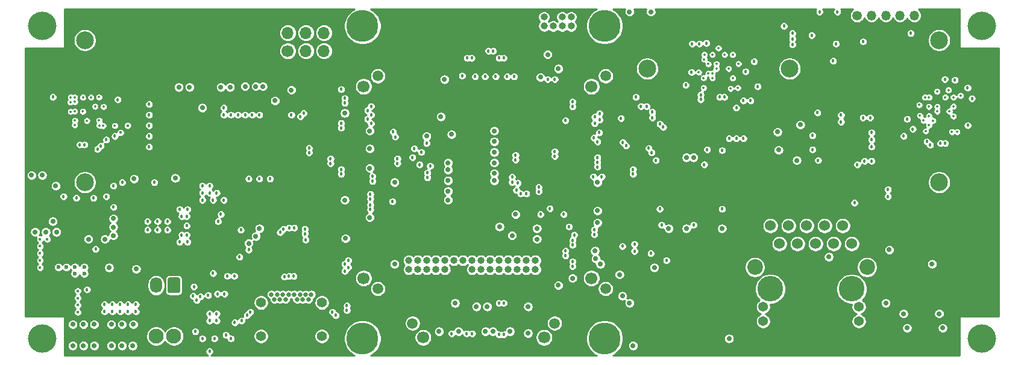
<source format=gbr>
G04 #@! TF.GenerationSoftware,KiCad,Pcbnew,5.1.0-unknown-c1c4a09~94~ubuntu18.04.1*
G04 #@! TF.CreationDate,2019-04-01T00:28:56+08:00*
G04 #@! TF.ProjectId,ovc3,6f766333-2e6b-4696-9361-645f70636258,rev?*
G04 #@! TF.SameCoordinates,Original*
G04 #@! TF.FileFunction,Copper,L3,Inr*
G04 #@! TF.FilePolarity,Positive*
%FSLAX46Y46*%
G04 Gerber Fmt 4.6, Leading zero omitted, Abs format (unit mm)*
G04 Created by KiCad (PCBNEW 5.1.0-unknown-c1c4a09~94~ubuntu18.04.1) date 2019-04-01 00:28:56*
%MOMM*%
%LPD*%
G04 APERTURE LIST*
%ADD10O,1.700000X1.700000*%
%ADD11C,1.700000*%
%ADD12C,4.500000*%
%ADD13C,1.500000*%
%ADD14O,1.000000X1.000000*%
%ADD15C,1.000000*%
%ADD16C,0.600000*%
%ADD17O,1.350000X1.350000*%
%ADD18C,1.350000*%
%ADD19C,2.500000*%
%ADD20C,2.100000*%
%ADD21O,1.700000X2.200000*%
%ADD22C,0.100000*%
%ADD23C,1.524000*%
%ADD24C,3.600000*%
%ADD25C,2.200000*%
%ADD26C,1.371600*%
%ADD27C,0.650000*%
%ADD28C,1.400000*%
%ADD29C,4.000000*%
%ADD30C,0.457200*%
%ADD31C,0.355600*%
%ADD32C,0.711200*%
%ADD33C,0.406400*%
%ADD34C,0.254000*%
G04 APERTURE END LIST*
D10*
X121580000Y-73960000D03*
X121580000Y-76500000D03*
X119040000Y-73960000D03*
X119040000Y-76500000D03*
X116500000Y-73960000D03*
D11*
X116500000Y-76500000D03*
D12*
X161000000Y-117000000D03*
X127000000Y-117000000D03*
X127000000Y-73000000D03*
X161000000Y-73000000D03*
D11*
X159150000Y-108500000D03*
D13*
X161150000Y-80025000D03*
X161150000Y-109975000D03*
D11*
X159150000Y-81500000D03*
D13*
X129150000Y-80025000D03*
D11*
X127150000Y-81500000D03*
X127150000Y-108500000D03*
D13*
X129150000Y-109975000D03*
D11*
X152500000Y-116850000D03*
X135500000Y-116850000D03*
D13*
X153975000Y-114850000D03*
X134025000Y-114850000D03*
D14*
X156310000Y-71730000D03*
X156310000Y-73000000D03*
X155040000Y-71730000D03*
X155040000Y-73000000D03*
X153770000Y-71730000D03*
X153770000Y-73000000D03*
X152500000Y-71730000D03*
D15*
X152500000Y-73000000D03*
D14*
X151280000Y-107270000D03*
X151280000Y-106000000D03*
X150010000Y-107270000D03*
X150010000Y-106000000D03*
X148740000Y-107270000D03*
X148740000Y-106000000D03*
X147470000Y-107270000D03*
X147470000Y-106000000D03*
X146200000Y-107270000D03*
X146200000Y-106000000D03*
X144930000Y-107270000D03*
X144930000Y-106000000D03*
X143660000Y-107270000D03*
X143660000Y-106000000D03*
X142390000Y-107270000D03*
X142390000Y-106000000D03*
X141120000Y-107270000D03*
X141120000Y-106000000D03*
X139850000Y-107270000D03*
X139850000Y-106000000D03*
X138580000Y-107270000D03*
X138580000Y-106000000D03*
X137310000Y-107270000D03*
X137310000Y-106000000D03*
X136040000Y-107270000D03*
X136040000Y-106000000D03*
X134770000Y-107270000D03*
X134770000Y-106000000D03*
X133500000Y-107270000D03*
D15*
X133500000Y-106000000D03*
D16*
X86600000Y-106950000D03*
X86600000Y-107850000D03*
X87900000Y-107850000D03*
X87900000Y-106950000D03*
X85400000Y-106950000D03*
X84300000Y-106950000D03*
D17*
X204500000Y-71500000D03*
X202500000Y-71500000D03*
X200500000Y-71500000D03*
X198500000Y-71500000D03*
D18*
X196500000Y-71500000D03*
D19*
X208000000Y-95000000D03*
X208000000Y-75000000D03*
D20*
X98000000Y-116680000D03*
X100500000Y-116680000D03*
D21*
X98000000Y-109500000D03*
D22*
G36*
X101124504Y-108401204D02*
G01*
X101148773Y-108404804D01*
X101172571Y-108410765D01*
X101195671Y-108419030D01*
X101217849Y-108429520D01*
X101238893Y-108442133D01*
X101258598Y-108456747D01*
X101276777Y-108473223D01*
X101293253Y-108491402D01*
X101307867Y-108511107D01*
X101320480Y-108532151D01*
X101330970Y-108554329D01*
X101339235Y-108577429D01*
X101345196Y-108601227D01*
X101348796Y-108625496D01*
X101350000Y-108650000D01*
X101350000Y-110350000D01*
X101348796Y-110374504D01*
X101345196Y-110398773D01*
X101339235Y-110422571D01*
X101330970Y-110445671D01*
X101320480Y-110467849D01*
X101307867Y-110488893D01*
X101293253Y-110508598D01*
X101276777Y-110526777D01*
X101258598Y-110543253D01*
X101238893Y-110557867D01*
X101217849Y-110570480D01*
X101195671Y-110580970D01*
X101172571Y-110589235D01*
X101148773Y-110595196D01*
X101124504Y-110598796D01*
X101100000Y-110600000D01*
X99900000Y-110600000D01*
X99875496Y-110598796D01*
X99851227Y-110595196D01*
X99827429Y-110589235D01*
X99804329Y-110580970D01*
X99782151Y-110570480D01*
X99761107Y-110557867D01*
X99741402Y-110543253D01*
X99723223Y-110526777D01*
X99706747Y-110508598D01*
X99692133Y-110488893D01*
X99679520Y-110467849D01*
X99669030Y-110445671D01*
X99660765Y-110422571D01*
X99654804Y-110398773D01*
X99651204Y-110374504D01*
X99650000Y-110350000D01*
X99650000Y-108650000D01*
X99651204Y-108625496D01*
X99654804Y-108601227D01*
X99660765Y-108577429D01*
X99669030Y-108554329D01*
X99679520Y-108532151D01*
X99692133Y-108511107D01*
X99706747Y-108491402D01*
X99723223Y-108473223D01*
X99741402Y-108456747D01*
X99761107Y-108442133D01*
X99782151Y-108429520D01*
X99804329Y-108419030D01*
X99827429Y-108410765D01*
X99851227Y-108404804D01*
X99875496Y-108401204D01*
X99900000Y-108400000D01*
X101100000Y-108400000D01*
X101124504Y-108401204D01*
X101124504Y-108401204D01*
G37*
D11*
X100500000Y-109500000D03*
D23*
X184285000Y-101110000D03*
X185555000Y-103650000D03*
X186825000Y-101110000D03*
X188095000Y-103650000D03*
X189365000Y-101110000D03*
X190635000Y-103650000D03*
X191905000Y-101110000D03*
X193175000Y-103650000D03*
X194445000Y-101110000D03*
X195715000Y-103650000D03*
D24*
X184285000Y-110000000D03*
X195715000Y-110000000D03*
D25*
X182125000Y-106950000D03*
X197875000Y-106950000D03*
D26*
X183275000Y-112540000D03*
X183275000Y-114570000D03*
X196725000Y-114570000D03*
X196725000Y-112540000D03*
D19*
X187000000Y-79000000D03*
X167000000Y-79000000D03*
X88000000Y-75000000D03*
X88000000Y-95000000D03*
D27*
X119000000Y-110790000D03*
X115000000Y-110790000D03*
X114600000Y-111490000D03*
X115400000Y-111490000D03*
X116200000Y-111490000D03*
X117800000Y-111490000D03*
X118600000Y-111490000D03*
X119400000Y-111490000D03*
X114200000Y-110790000D03*
X115800000Y-110790000D03*
X116600000Y-110790000D03*
X117400000Y-110790000D03*
X118200000Y-110790000D03*
X119800000Y-110790000D03*
D28*
X112730000Y-116670000D03*
X121270000Y-116670000D03*
X121270000Y-111940000D03*
X112730000Y-111940000D03*
D29*
X214000000Y-73000000D03*
D30*
X105500000Y-113500000D03*
X106500000Y-113500000D03*
X105500000Y-114500000D03*
X106500000Y-114500000D03*
D31*
X207720000Y-85010000D03*
D29*
X82000000Y-73000000D03*
X82000000Y-117000000D03*
X214000000Y-117000000D03*
D32*
X170000000Y-101500000D03*
X168000000Y-107000000D03*
X192500000Y-105500000D03*
D31*
X206100000Y-87800000D03*
X205300000Y-85600000D03*
X208850000Y-83020000D03*
X206570000Y-84340000D03*
X206575000Y-86975000D03*
D32*
X160000000Y-100700000D03*
D30*
X168750000Y-98750000D03*
X177500000Y-98750000D03*
D31*
X210500020Y-87900000D03*
X206575001Y-85660000D03*
X207699996Y-82200004D03*
D30*
X208800000Y-80500000D03*
D31*
X206580000Y-83020000D03*
X211000000Y-82800000D03*
D30*
X210200000Y-80600000D03*
D31*
X209300000Y-82000000D03*
D30*
X203500000Y-86100000D03*
X204300000Y-87500000D03*
X196100000Y-97900000D03*
X200800000Y-97000000D03*
X196500000Y-92500000D03*
X190900000Y-85200000D03*
X191000000Y-91900000D03*
X175000000Y-92500000D03*
D32*
X188500000Y-86900000D03*
D31*
X176710000Y-79000000D03*
X175570000Y-78340000D03*
X175580000Y-79650000D03*
X176140000Y-77020000D03*
X177860000Y-77020000D03*
X179700000Y-81700000D03*
X174200000Y-79500000D03*
X177000000Y-76100000D03*
D30*
X175300000Y-75400000D03*
X174300000Y-75500000D03*
X173300000Y-75500000D03*
X173200000Y-79500000D03*
X172400000Y-81300000D03*
X180800000Y-79400000D03*
D31*
X176140000Y-80320000D03*
X174910000Y-81690000D03*
X179800000Y-78300000D03*
D30*
X168200000Y-91900000D03*
D32*
X188000000Y-91900000D03*
D30*
X194215022Y-85515000D03*
X197300000Y-85900000D03*
X160600000Y-94200000D03*
X159400000Y-94200000D03*
X160000000Y-89300000D03*
X191200000Y-71000000D03*
X190100000Y-74300000D03*
D33*
X87000000Y-110300000D03*
X87000000Y-111300000D03*
X87000000Y-112300000D03*
X87000000Y-113300000D03*
X82700000Y-103000000D03*
X81700000Y-103000000D03*
X81700000Y-104000000D03*
X81700000Y-105000000D03*
X81700000Y-106000000D03*
X81700000Y-107000000D03*
D30*
X160000000Y-91500000D03*
D32*
X146250000Y-101250000D03*
X145500000Y-87750000D03*
X145500000Y-89250000D03*
X145500000Y-90750000D03*
X145500000Y-92250000D03*
X145500000Y-93750000D03*
X145500000Y-94750000D03*
X139000000Y-96250000D03*
X139000000Y-94750000D03*
X139000000Y-93250000D03*
X139000000Y-92250000D03*
D30*
X155250000Y-99500000D03*
D32*
X159750000Y-105750000D03*
X150250000Y-112500000D03*
X150250000Y-116250000D03*
X144250000Y-116000000D03*
X137750000Y-116000000D03*
X128000000Y-87750000D03*
X128000000Y-90250000D03*
X128000000Y-99953900D03*
X82000000Y-94000000D03*
X83500000Y-100500000D03*
D30*
X90750000Y-112200000D03*
X91850000Y-112200000D03*
X92950000Y-112200000D03*
X94050000Y-112200000D03*
X95150000Y-112200000D03*
X95150000Y-113200000D03*
X94050000Y-113200000D03*
X92950000Y-113200000D03*
X91850000Y-113200000D03*
X90750000Y-113200000D03*
X93250000Y-95000000D03*
X105300000Y-110900000D03*
X104200000Y-111100000D03*
X103700000Y-111600000D03*
X105500000Y-118800000D03*
D31*
X86550000Y-85000000D03*
X85999072Y-85049104D03*
X86554855Y-86955602D03*
X87700000Y-85025000D03*
X88850000Y-83025000D03*
X92200000Y-87025000D03*
X90575000Y-87050000D03*
X88275000Y-86325000D03*
D32*
X91400000Y-107000000D03*
D31*
X210000000Y-84300000D03*
D30*
X131200000Y-97700000D03*
X193100000Y-77900000D03*
X197315000Y-75185000D03*
D32*
X165000000Y-118000000D03*
X164500000Y-71000000D03*
X167500000Y-71000000D03*
X124600000Y-102900000D03*
X131500000Y-95000000D03*
D30*
X89200000Y-97200000D03*
X92000000Y-98500000D03*
X91000000Y-97000000D03*
X92000000Y-95500000D03*
X85000000Y-97000000D03*
X86800000Y-97200000D03*
X91000000Y-89000000D03*
D31*
X90610000Y-84350000D03*
X87720000Y-83030000D03*
X86570000Y-83020000D03*
X86580000Y-83680000D03*
D30*
X106500000Y-96500000D03*
X104500000Y-96500000D03*
X104500000Y-95500000D03*
X105500000Y-95500000D03*
X104500000Y-97500000D03*
X107500000Y-97500000D03*
X106000000Y-97500000D03*
D32*
X128000000Y-93000000D03*
X156500000Y-108500000D03*
X148000000Y-102500000D03*
X138000000Y-85750000D03*
X154500000Y-79000000D03*
X102700000Y-81600000D03*
X101200000Y-81600000D03*
X107100000Y-81600000D03*
X108400000Y-81600000D03*
X114700000Y-83500000D03*
X117000000Y-82000000D03*
X104500000Y-84500000D03*
D30*
X144200000Y-80100000D03*
X142800000Y-80100000D03*
X145700000Y-80100000D03*
X147300000Y-80100000D03*
X148300000Y-80100000D03*
D32*
X124500000Y-85250000D03*
D30*
X141000000Y-80000000D03*
D32*
X138500000Y-80500000D03*
X139000000Y-97500000D03*
X144500000Y-112500000D03*
X143000000Y-112500000D03*
X140000000Y-112000000D03*
X147700000Y-116000000D03*
X145300000Y-116000000D03*
D30*
X156750000Y-102400000D03*
D32*
X208500000Y-115500000D03*
X203500000Y-115500000D03*
X163500000Y-111000000D03*
X140500000Y-116000000D03*
X178500000Y-117000000D03*
D30*
X119000000Y-103100000D03*
D32*
X124500000Y-97500000D03*
D30*
X105500000Y-96500000D03*
X106700000Y-100500000D03*
X104500000Y-117000000D03*
X108500000Y-117000000D03*
D32*
X87800000Y-115000000D03*
X89300000Y-115000000D03*
X86300000Y-115000000D03*
X87800000Y-118000000D03*
X89300000Y-118000000D03*
X86300000Y-118000000D03*
D30*
X190200000Y-90400000D03*
X159600000Y-86700000D03*
X159600000Y-85800000D03*
X117400000Y-101400000D03*
X109000000Y-108200000D03*
D32*
X177500000Y-101500000D03*
D30*
X111233487Y-113266513D03*
X110766513Y-113733487D03*
X110000000Y-114500000D03*
X123233487Y-113733487D03*
X122766513Y-113266513D03*
D32*
X112000000Y-102600000D03*
X111000000Y-103600000D03*
X112500000Y-101500000D03*
D30*
X116000000Y-108300000D03*
X109050000Y-114750000D03*
D32*
X84000000Y-102000000D03*
X82500000Y-102000000D03*
X81000000Y-102000000D03*
X90800000Y-103000000D03*
X88500000Y-103000000D03*
X92000000Y-102500000D03*
X92000000Y-100100000D03*
X172500000Y-101500000D03*
X160399992Y-106500000D03*
X163099990Y-108000000D03*
X185450000Y-90450000D03*
X172500000Y-91500000D03*
X173500000Y-91500000D03*
D30*
X124500000Y-107500000D03*
X125000000Y-107000000D03*
X124500000Y-106500000D03*
X125000000Y-106000000D03*
X156000000Y-101250000D03*
X97750000Y-95000000D03*
X106200000Y-117000000D03*
X88300000Y-110100000D03*
D32*
X151500000Y-101500000D03*
X139500000Y-88250000D03*
X112000000Y-81500000D03*
X110500000Y-81500000D03*
D30*
X114000000Y-94500000D03*
X112500000Y-94500000D03*
X111000000Y-94500000D03*
D32*
X151500000Y-103000000D03*
X152000000Y-80200000D03*
X201000000Y-104500000D03*
X93200000Y-115000000D03*
X91700000Y-115000000D03*
X94800000Y-115000000D03*
X93200000Y-118000000D03*
X94700000Y-118000000D03*
X91700000Y-118000000D03*
X92000000Y-101300000D03*
D30*
X190200000Y-88400000D03*
X163500000Y-104000000D03*
X107800000Y-116500000D03*
X111000000Y-104500000D03*
X109900000Y-101700000D03*
X109700000Y-105500000D03*
X103200000Y-111000000D03*
X107100000Y-99500000D03*
X106000000Y-107800000D03*
X103300000Y-109700000D03*
X101600000Y-99800000D03*
X101600000Y-102400000D03*
X102300000Y-102400000D03*
X102300000Y-101100000D03*
X102300000Y-99800000D03*
X96800000Y-100500000D03*
X96800000Y-101700000D03*
X98200000Y-100500000D03*
X99600000Y-100500000D03*
X99600000Y-101700000D03*
X98200000Y-101700000D03*
X101300000Y-98800000D03*
X101300000Y-103400000D03*
X102400000Y-103400000D03*
X102400000Y-98800000D03*
D31*
X205800000Y-86300000D03*
X209425000Y-85000000D03*
D32*
X160000000Y-99000000D03*
D31*
X209799995Y-87899995D03*
D30*
X200800000Y-96000000D03*
D31*
X174910000Y-80310000D03*
X179000000Y-80320000D03*
X178700000Y-81800000D03*
X178420000Y-79000000D03*
D32*
X160000000Y-95000000D03*
D30*
X194214990Y-86485000D03*
X198300000Y-85900000D03*
X193700000Y-71000000D03*
X177500000Y-90500000D03*
D32*
X148500000Y-99500000D03*
D31*
X89425000Y-84325000D03*
X90000000Y-86300000D03*
X90023095Y-86997684D03*
X86600000Y-86300000D03*
X209999104Y-85699072D03*
D30*
X175400000Y-90400000D03*
D32*
X153000000Y-77000000D03*
X113000000Y-81500000D03*
X136000000Y-88500000D03*
X131500000Y-106500000D03*
X83900000Y-95500000D03*
D30*
X89500000Y-104400000D03*
D32*
X159644418Y-104644334D03*
D30*
X169000000Y-101000000D03*
X173500000Y-101000000D03*
X167500000Y-105000000D03*
X165200000Y-104700000D03*
X165199982Y-103700000D03*
X169700000Y-106000000D03*
X155500000Y-104669800D03*
X156500000Y-106830200D03*
X156500000Y-103169800D03*
X156500000Y-106169800D03*
X159553991Y-101669800D03*
X159553991Y-102330200D03*
X155500000Y-105330200D03*
X156500000Y-103830200D03*
X124800000Y-112369800D03*
X116669800Y-108219598D03*
X124800000Y-113030200D03*
X117330200Y-108219598D03*
X128400000Y-94169800D03*
X87930200Y-89700000D03*
X128400000Y-94830200D03*
X87269800Y-89700000D03*
X124000000Y-93169800D03*
X90233487Y-89866513D03*
X124000000Y-93830200D03*
X89766513Y-90333487D03*
X165000000Y-93830200D03*
X206733487Y-89733487D03*
X165000000Y-93169800D03*
X206266513Y-89266513D03*
X208830200Y-89500000D03*
X163566513Y-89366513D03*
X208169800Y-89500000D03*
X164033487Y-89833487D03*
X169233487Y-87233487D03*
X174500000Y-83330200D03*
X168766513Y-86766513D03*
X174500000Y-82669800D03*
X156500000Y-84330200D03*
X177830200Y-83000000D03*
X156500000Y-83669800D03*
X177169800Y-83000000D03*
D32*
X80500000Y-94000000D03*
D31*
X89975000Y-83000000D03*
X85950000Y-83700000D03*
X86015000Y-83015000D03*
X205200000Y-84100000D03*
X206000000Y-83020000D03*
X210000000Y-83020000D03*
D30*
X212000000Y-81700000D03*
D31*
X175000000Y-77680000D03*
X175010000Y-77020000D03*
X178990000Y-77020000D03*
D32*
X185300000Y-87900000D03*
D30*
X146838408Y-116446009D03*
X115882865Y-101574147D03*
X146178008Y-116446009D03*
X115415891Y-102041121D03*
X146169800Y-112000000D03*
X118900000Y-102230200D03*
X146830200Y-112000000D03*
X118900000Y-101569800D03*
D32*
X95200000Y-107200000D03*
X94900000Y-94500000D03*
X100700000Y-94400000D03*
D31*
X207700000Y-86300000D03*
X208300000Y-83050000D03*
X206004445Y-85650427D03*
X207700000Y-83050000D03*
X209430000Y-86330000D03*
D32*
X164000000Y-105000000D03*
D31*
X209099996Y-87900000D03*
X211000000Y-83700000D03*
D30*
X197050000Y-95950000D03*
X200985000Y-98185000D03*
X171500000Y-91300000D03*
D31*
X178420000Y-80980000D03*
X176720000Y-80320000D03*
X174990000Y-79670000D03*
X176710000Y-77020000D03*
X177290000Y-77020000D03*
X179000000Y-78340000D03*
D30*
X188700000Y-71000000D03*
D33*
X82500000Y-113300000D03*
X82500000Y-112300000D03*
X82500000Y-111300000D03*
X82500000Y-110300000D03*
D32*
X145500000Y-99750000D03*
X138750000Y-86750000D03*
D31*
X88300000Y-83000000D03*
X87127728Y-83046912D03*
X89400000Y-87000000D03*
X87725000Y-86325000D03*
X85739576Y-85801167D03*
D30*
X199000000Y-76000000D03*
D33*
X84100000Y-111900000D03*
D30*
X90100000Y-108100000D03*
D31*
X89990000Y-84350000D03*
D32*
X154000000Y-77500000D03*
X114000000Y-84500000D03*
X131500000Y-105500000D03*
X169750000Y-90250000D03*
D30*
X136000000Y-89500000D03*
X153000000Y-80500000D03*
X154000000Y-80500000D03*
X134250000Y-90250000D03*
X135250000Y-90750000D03*
X134000000Y-91500000D03*
X135000000Y-92500000D03*
X136500000Y-92700000D03*
X136100000Y-93669800D03*
X136100000Y-94330200D03*
X131900000Y-91669800D03*
X131900000Y-92330200D03*
X128100000Y-96669800D03*
X128100000Y-97330200D03*
X128100000Y-98169800D03*
X128100000Y-98830200D03*
X152000000Y-99500000D03*
X153300000Y-98700000D03*
X150000000Y-96600000D03*
X149200000Y-96600000D03*
X148600000Y-96100000D03*
X148800000Y-95100000D03*
X148000000Y-95000000D03*
X148000000Y-94250000D03*
X151750000Y-96304800D03*
X151750000Y-95695200D03*
X148500000Y-91830200D03*
X148500000Y-91169800D03*
X160000000Y-92830200D03*
X160000000Y-92169800D03*
X154000000Y-91330200D03*
X154000000Y-90669800D03*
D33*
X94000000Y-87000000D03*
D30*
X97000000Y-87000000D03*
D33*
X93000000Y-88000000D03*
D30*
X97000000Y-88500000D03*
D31*
X207150000Y-86310000D03*
D30*
X198500000Y-92000000D03*
D31*
X207720000Y-84340000D03*
D30*
X197500000Y-92000000D03*
D31*
X176140000Y-79660000D03*
X176710000Y-78340000D03*
D30*
X166900000Y-84300000D03*
X187400000Y-74000000D03*
X166100000Y-84300000D03*
X186200000Y-73000000D03*
X212020000Y-86980000D03*
X198500000Y-88000000D03*
X179500000Y-88823273D03*
X180500000Y-83500000D03*
X92600000Y-83350000D03*
X97000000Y-85500000D03*
X92200000Y-88500000D03*
X97000000Y-90000000D03*
X83500000Y-83000000D03*
X97000000Y-84000000D03*
X203000000Y-88500000D03*
X198500000Y-90000000D03*
X212600000Y-83200000D03*
X198500000Y-89000000D03*
X178500000Y-88823311D03*
X179500000Y-84500000D03*
X182500000Y-81500000D03*
X180500000Y-88823263D03*
X181500000Y-83500000D03*
X182000000Y-78000000D03*
X167200000Y-90200000D03*
X160250000Y-88000000D03*
X167600000Y-90800000D03*
X159500000Y-88750000D03*
X167700008Y-85100000D03*
X187400000Y-74800000D03*
X167700000Y-85900000D03*
X187400000Y-75600000D03*
X165400000Y-83000000D03*
X193500000Y-75500000D03*
X204000000Y-74000000D03*
D32*
X207000000Y-106500000D03*
X154500000Y-109500000D03*
X203000000Y-113500000D03*
D30*
X107600000Y-110700000D03*
X160300000Y-85300000D03*
X106600000Y-110700000D03*
X160300000Y-86200000D03*
X108000000Y-108200000D03*
X116700000Y-101400000D03*
X163300000Y-86000000D03*
X155500000Y-86300000D03*
D32*
X164500000Y-112000000D03*
X200500000Y-112000000D03*
D30*
X117000000Y-85500000D03*
X112500000Y-85500000D03*
X111500000Y-85500000D03*
X110500000Y-85500000D03*
X109500000Y-85500000D03*
X108500000Y-85500000D03*
X107500000Y-85500000D03*
X107500000Y-84500000D03*
X124000000Y-86669800D03*
X124000000Y-87330200D03*
X118266513Y-85733487D03*
X118733487Y-85266513D03*
X119500000Y-90169800D03*
X119500000Y-90830200D03*
X122500000Y-91669800D03*
X122500000Y-92330200D03*
X124000000Y-81900000D03*
X127700000Y-84900000D03*
X128200000Y-84300000D03*
X128200000Y-85500000D03*
X127700000Y-86100000D03*
X128200000Y-86700000D03*
X131300000Y-87900000D03*
X131600000Y-88600000D03*
X146830200Y-77500000D03*
X146169800Y-77500000D03*
X145330200Y-76500000D03*
X144669800Y-76500000D03*
X124500000Y-83169800D03*
X124500000Y-83830200D03*
X142330200Y-77500000D03*
X141669800Y-77500000D03*
X141600000Y-116300000D03*
X142400000Y-116300000D03*
X139500000Y-116300000D03*
D32*
X208000000Y-113500000D03*
D30*
X103500000Y-116000000D03*
D34*
G36*
X125753754Y-70668438D02*
G01*
X125322835Y-70956369D01*
X124956369Y-71322835D01*
X124668438Y-71753754D01*
X124470108Y-72232566D01*
X124369000Y-72740869D01*
X124369000Y-73259131D01*
X124470108Y-73767434D01*
X124668438Y-74246246D01*
X124956369Y-74677165D01*
X125322835Y-75043631D01*
X125753754Y-75331562D01*
X126232566Y-75529892D01*
X126740869Y-75631000D01*
X127259131Y-75631000D01*
X127767434Y-75529892D01*
X128246246Y-75331562D01*
X128677165Y-75043631D01*
X129043631Y-74677165D01*
X129331562Y-74246246D01*
X129529892Y-73767434D01*
X129631000Y-73259131D01*
X129631000Y-72740869D01*
X129529892Y-72232566D01*
X129331562Y-71753754D01*
X129315691Y-71730000D01*
X151614738Y-71730000D01*
X151631748Y-71902706D01*
X151682125Y-72068775D01*
X151763932Y-72221825D01*
X151874025Y-72355975D01*
X151887249Y-72366828D01*
X151815682Y-72438395D01*
X151719268Y-72582690D01*
X151652856Y-72743022D01*
X151619000Y-72913229D01*
X151619000Y-73086771D01*
X151652856Y-73256978D01*
X151719268Y-73417310D01*
X151815682Y-73561605D01*
X151938395Y-73684318D01*
X152082690Y-73780732D01*
X152243022Y-73847144D01*
X152413229Y-73881000D01*
X152586771Y-73881000D01*
X152756978Y-73847144D01*
X152917310Y-73780732D01*
X153061605Y-73684318D01*
X153133172Y-73612751D01*
X153144025Y-73625975D01*
X153278175Y-73736068D01*
X153431225Y-73817875D01*
X153597294Y-73868252D01*
X153726727Y-73881000D01*
X153813273Y-73881000D01*
X153942706Y-73868252D01*
X154108775Y-73817875D01*
X154261825Y-73736068D01*
X154395975Y-73625975D01*
X154405000Y-73614978D01*
X154414025Y-73625975D01*
X154548175Y-73736068D01*
X154701225Y-73817875D01*
X154867294Y-73868252D01*
X154996727Y-73881000D01*
X155083273Y-73881000D01*
X155212706Y-73868252D01*
X155378775Y-73817875D01*
X155531825Y-73736068D01*
X155665975Y-73625975D01*
X155675000Y-73614978D01*
X155684025Y-73625975D01*
X155818175Y-73736068D01*
X155971225Y-73817875D01*
X156137294Y-73868252D01*
X156266727Y-73881000D01*
X156353273Y-73881000D01*
X156482706Y-73868252D01*
X156648775Y-73817875D01*
X156801825Y-73736068D01*
X156935975Y-73625975D01*
X157046068Y-73491825D01*
X157127875Y-73338775D01*
X157178252Y-73172706D01*
X157195262Y-73000000D01*
X157178252Y-72827294D01*
X157127875Y-72661225D01*
X157046068Y-72508175D01*
X156935975Y-72374025D01*
X156924978Y-72365000D01*
X156935975Y-72355975D01*
X157046068Y-72221825D01*
X157127875Y-72068775D01*
X157178252Y-71902706D01*
X157195262Y-71730000D01*
X157178252Y-71557294D01*
X157127875Y-71391225D01*
X157046068Y-71238175D01*
X156935975Y-71104025D01*
X156801825Y-70993932D01*
X156648775Y-70912125D01*
X156482706Y-70861748D01*
X156353273Y-70849000D01*
X156266727Y-70849000D01*
X156137294Y-70861748D01*
X155971225Y-70912125D01*
X155818175Y-70993932D01*
X155684025Y-71104025D01*
X155675000Y-71115022D01*
X155665975Y-71104025D01*
X155531825Y-70993932D01*
X155378775Y-70912125D01*
X155212706Y-70861748D01*
X155083273Y-70849000D01*
X154996727Y-70849000D01*
X154867294Y-70861748D01*
X154701225Y-70912125D01*
X154548175Y-70993932D01*
X154414025Y-71104025D01*
X154303932Y-71238175D01*
X154222125Y-71391225D01*
X154171748Y-71557294D01*
X154154738Y-71730000D01*
X154171748Y-71902706D01*
X154222125Y-72068775D01*
X154303932Y-72221825D01*
X154414025Y-72355975D01*
X154425022Y-72365000D01*
X154414025Y-72374025D01*
X154405000Y-72385022D01*
X154395975Y-72374025D01*
X154261825Y-72263932D01*
X154108775Y-72182125D01*
X153942706Y-72131748D01*
X153813273Y-72119000D01*
X153726727Y-72119000D01*
X153597294Y-72131748D01*
X153431225Y-72182125D01*
X153278175Y-72263932D01*
X153144025Y-72374025D01*
X153133172Y-72387249D01*
X153112751Y-72366828D01*
X153125975Y-72355975D01*
X153236068Y-72221825D01*
X153317875Y-72068775D01*
X153368252Y-71902706D01*
X153385262Y-71730000D01*
X153368252Y-71557294D01*
X153317875Y-71391225D01*
X153236068Y-71238175D01*
X153125975Y-71104025D01*
X152991825Y-70993932D01*
X152838775Y-70912125D01*
X152672706Y-70861748D01*
X152543273Y-70849000D01*
X152456727Y-70849000D01*
X152327294Y-70861748D01*
X152161225Y-70912125D01*
X152008175Y-70993932D01*
X151874025Y-71104025D01*
X151763932Y-71238175D01*
X151682125Y-71391225D01*
X151631748Y-71557294D01*
X151614738Y-71730000D01*
X129315691Y-71730000D01*
X129043631Y-71322835D01*
X128677165Y-70956369D01*
X128246246Y-70668438D01*
X128146206Y-70627000D01*
X159853794Y-70627000D01*
X159753754Y-70668438D01*
X159322835Y-70956369D01*
X158956369Y-71322835D01*
X158668438Y-71753754D01*
X158470108Y-72232566D01*
X158369000Y-72740869D01*
X158369000Y-73259131D01*
X158470108Y-73767434D01*
X158668438Y-74246246D01*
X158956369Y-74677165D01*
X159322835Y-75043631D01*
X159753754Y-75331562D01*
X160232566Y-75529892D01*
X160740869Y-75631000D01*
X161259131Y-75631000D01*
X161767434Y-75529892D01*
X161984549Y-75439960D01*
X172690400Y-75439960D01*
X172690400Y-75560040D01*
X172713826Y-75677814D01*
X172759779Y-75788754D01*
X172826492Y-75888598D01*
X172911402Y-75973508D01*
X173011246Y-76040221D01*
X173122186Y-76086174D01*
X173239960Y-76109600D01*
X173360040Y-76109600D01*
X173477814Y-76086174D01*
X173588754Y-76040221D01*
X173688598Y-75973508D01*
X173773508Y-75888598D01*
X173800000Y-75848950D01*
X173826492Y-75888598D01*
X173911402Y-75973508D01*
X174011246Y-76040221D01*
X174122186Y-76086174D01*
X174239960Y-76109600D01*
X174360040Y-76109600D01*
X174477814Y-76086174D01*
X174577305Y-76044963D01*
X176441200Y-76044963D01*
X176441200Y-76155037D01*
X176462674Y-76262996D01*
X176504798Y-76364691D01*
X176565952Y-76456214D01*
X176643786Y-76534048D01*
X176735309Y-76595202D01*
X176837004Y-76637326D01*
X176944963Y-76658800D01*
X177055037Y-76658800D01*
X177162996Y-76637326D01*
X177264691Y-76595202D01*
X177356214Y-76534048D01*
X177434048Y-76456214D01*
X177495202Y-76364691D01*
X177537326Y-76262996D01*
X177558800Y-76155037D01*
X177558800Y-76044963D01*
X177537326Y-75937004D01*
X177495202Y-75835309D01*
X177434048Y-75743786D01*
X177356214Y-75665952D01*
X177264691Y-75604798D01*
X177162996Y-75562674D01*
X177055037Y-75541200D01*
X176944963Y-75541200D01*
X176837004Y-75562674D01*
X176735309Y-75604798D01*
X176643786Y-75665952D01*
X176565952Y-75743786D01*
X176504798Y-75835309D01*
X176462674Y-75937004D01*
X176441200Y-76044963D01*
X174577305Y-76044963D01*
X174588754Y-76040221D01*
X174688598Y-75973508D01*
X174773508Y-75888598D01*
X174834784Y-75796890D01*
X174911402Y-75873508D01*
X175011246Y-75940221D01*
X175122186Y-75986174D01*
X175239960Y-76009600D01*
X175360040Y-76009600D01*
X175477814Y-75986174D01*
X175588754Y-75940221D01*
X175688598Y-75873508D01*
X175773508Y-75788598D01*
X175840221Y-75688754D01*
X175886174Y-75577814D01*
X175909600Y-75460040D01*
X175909600Y-75339960D01*
X175886174Y-75222186D01*
X175840221Y-75111246D01*
X175773508Y-75011402D01*
X175688598Y-74926492D01*
X175588754Y-74859779D01*
X175477814Y-74813826D01*
X175360040Y-74790400D01*
X175239960Y-74790400D01*
X175122186Y-74813826D01*
X175011246Y-74859779D01*
X174911402Y-74926492D01*
X174826492Y-75011402D01*
X174765216Y-75103110D01*
X174688598Y-75026492D01*
X174588754Y-74959779D01*
X174477814Y-74913826D01*
X174360040Y-74890400D01*
X174239960Y-74890400D01*
X174122186Y-74913826D01*
X174011246Y-74959779D01*
X173911402Y-75026492D01*
X173826492Y-75111402D01*
X173800000Y-75151050D01*
X173773508Y-75111402D01*
X173688598Y-75026492D01*
X173588754Y-74959779D01*
X173477814Y-74913826D01*
X173360040Y-74890400D01*
X173239960Y-74890400D01*
X173122186Y-74913826D01*
X173011246Y-74959779D01*
X172911402Y-75026492D01*
X172826492Y-75111402D01*
X172759779Y-75211246D01*
X172713826Y-75322186D01*
X172690400Y-75439960D01*
X161984549Y-75439960D01*
X162246246Y-75331562D01*
X162677165Y-75043631D01*
X163043631Y-74677165D01*
X163331562Y-74246246D01*
X163458429Y-73939960D01*
X186790400Y-73939960D01*
X186790400Y-74060040D01*
X186813826Y-74177814D01*
X186859779Y-74288754D01*
X186926492Y-74388598D01*
X186937894Y-74400000D01*
X186926492Y-74411402D01*
X186859779Y-74511246D01*
X186813826Y-74622186D01*
X186790400Y-74739960D01*
X186790400Y-74860040D01*
X186813826Y-74977814D01*
X186859779Y-75088754D01*
X186926492Y-75188598D01*
X186937894Y-75200000D01*
X186926492Y-75211402D01*
X186859779Y-75311246D01*
X186813826Y-75422186D01*
X186790400Y-75539960D01*
X186790400Y-75660040D01*
X186813826Y-75777814D01*
X186859779Y-75888754D01*
X186926492Y-75988598D01*
X187011402Y-76073508D01*
X187111246Y-76140221D01*
X187222186Y-76186174D01*
X187339960Y-76209600D01*
X187460040Y-76209600D01*
X187577814Y-76186174D01*
X187688754Y-76140221D01*
X187788598Y-76073508D01*
X187873508Y-75988598D01*
X187940221Y-75888754D01*
X187986174Y-75777814D01*
X188009600Y-75660040D01*
X188009600Y-75539960D01*
X187989710Y-75439960D01*
X192890400Y-75439960D01*
X192890400Y-75560040D01*
X192913826Y-75677814D01*
X192959779Y-75788754D01*
X193026492Y-75888598D01*
X193111402Y-75973508D01*
X193211246Y-76040221D01*
X193322186Y-76086174D01*
X193439960Y-76109600D01*
X193560040Y-76109600D01*
X193677814Y-76086174D01*
X193788754Y-76040221D01*
X193888598Y-75973508D01*
X193973508Y-75888598D01*
X194040221Y-75788754D01*
X194086174Y-75677814D01*
X194109600Y-75560040D01*
X194109600Y-75439960D01*
X194086174Y-75322186D01*
X194040221Y-75211246D01*
X193982568Y-75124960D01*
X196705400Y-75124960D01*
X196705400Y-75245040D01*
X196728826Y-75362814D01*
X196774779Y-75473754D01*
X196841492Y-75573598D01*
X196926402Y-75658508D01*
X197026246Y-75725221D01*
X197137186Y-75771174D01*
X197254960Y-75794600D01*
X197375040Y-75794600D01*
X197492814Y-75771174D01*
X197603754Y-75725221D01*
X197703598Y-75658508D01*
X197788508Y-75573598D01*
X197855221Y-75473754D01*
X197901174Y-75362814D01*
X197924600Y-75245040D01*
X197924600Y-75124960D01*
X197901174Y-75007186D01*
X197855221Y-74896246D01*
X197817212Y-74839360D01*
X206369000Y-74839360D01*
X206369000Y-75160640D01*
X206431678Y-75475745D01*
X206554626Y-75772568D01*
X206733119Y-76039702D01*
X206960298Y-76266881D01*
X207227432Y-76445374D01*
X207524255Y-76568322D01*
X207839360Y-76631000D01*
X208160640Y-76631000D01*
X208475745Y-76568322D01*
X208772568Y-76445374D01*
X209039702Y-76266881D01*
X209266881Y-76039702D01*
X209445374Y-75772568D01*
X209568322Y-75475745D01*
X209631000Y-75160640D01*
X209631000Y-74839360D01*
X209568322Y-74524255D01*
X209445374Y-74227432D01*
X209266881Y-73960298D01*
X209039702Y-73733119D01*
X208772568Y-73554626D01*
X208475745Y-73431678D01*
X208160640Y-73369000D01*
X207839360Y-73369000D01*
X207524255Y-73431678D01*
X207227432Y-73554626D01*
X206960298Y-73733119D01*
X206733119Y-73960298D01*
X206554626Y-74227432D01*
X206431678Y-74524255D01*
X206369000Y-74839360D01*
X197817212Y-74839360D01*
X197788508Y-74796402D01*
X197703598Y-74711492D01*
X197603754Y-74644779D01*
X197492814Y-74598826D01*
X197375040Y-74575400D01*
X197254960Y-74575400D01*
X197137186Y-74598826D01*
X197026246Y-74644779D01*
X196926402Y-74711492D01*
X196841492Y-74796402D01*
X196774779Y-74896246D01*
X196728826Y-75007186D01*
X196705400Y-75124960D01*
X193982568Y-75124960D01*
X193973508Y-75111402D01*
X193888598Y-75026492D01*
X193788754Y-74959779D01*
X193677814Y-74913826D01*
X193560040Y-74890400D01*
X193439960Y-74890400D01*
X193322186Y-74913826D01*
X193211246Y-74959779D01*
X193111402Y-75026492D01*
X193026492Y-75111402D01*
X192959779Y-75211246D01*
X192913826Y-75322186D01*
X192890400Y-75439960D01*
X187989710Y-75439960D01*
X187986174Y-75422186D01*
X187940221Y-75311246D01*
X187873508Y-75211402D01*
X187862106Y-75200000D01*
X187873508Y-75188598D01*
X187940221Y-75088754D01*
X187986174Y-74977814D01*
X188009600Y-74860040D01*
X188009600Y-74739960D01*
X187986174Y-74622186D01*
X187940221Y-74511246D01*
X187873508Y-74411402D01*
X187862106Y-74400000D01*
X187873508Y-74388598D01*
X187940221Y-74288754D01*
X187960432Y-74239960D01*
X189490400Y-74239960D01*
X189490400Y-74360040D01*
X189513826Y-74477814D01*
X189559779Y-74588754D01*
X189626492Y-74688598D01*
X189711402Y-74773508D01*
X189811246Y-74840221D01*
X189922186Y-74886174D01*
X190039960Y-74909600D01*
X190160040Y-74909600D01*
X190277814Y-74886174D01*
X190388754Y-74840221D01*
X190488598Y-74773508D01*
X190573508Y-74688598D01*
X190640221Y-74588754D01*
X190686174Y-74477814D01*
X190709600Y-74360040D01*
X190709600Y-74239960D01*
X190686174Y-74122186D01*
X190640221Y-74011246D01*
X190592590Y-73939960D01*
X203390400Y-73939960D01*
X203390400Y-74060040D01*
X203413826Y-74177814D01*
X203459779Y-74288754D01*
X203526492Y-74388598D01*
X203611402Y-74473508D01*
X203711246Y-74540221D01*
X203822186Y-74586174D01*
X203939960Y-74609600D01*
X204060040Y-74609600D01*
X204177814Y-74586174D01*
X204288754Y-74540221D01*
X204388598Y-74473508D01*
X204473508Y-74388598D01*
X204540221Y-74288754D01*
X204586174Y-74177814D01*
X204609600Y-74060040D01*
X204609600Y-73939960D01*
X204586174Y-73822186D01*
X204540221Y-73711246D01*
X204473508Y-73611402D01*
X204388598Y-73526492D01*
X204288754Y-73459779D01*
X204177814Y-73413826D01*
X204060040Y-73390400D01*
X203939960Y-73390400D01*
X203822186Y-73413826D01*
X203711246Y-73459779D01*
X203611402Y-73526492D01*
X203526492Y-73611402D01*
X203459779Y-73711246D01*
X203413826Y-73822186D01*
X203390400Y-73939960D01*
X190592590Y-73939960D01*
X190573508Y-73911402D01*
X190488598Y-73826492D01*
X190388754Y-73759779D01*
X190277814Y-73713826D01*
X190160040Y-73690400D01*
X190039960Y-73690400D01*
X189922186Y-73713826D01*
X189811246Y-73759779D01*
X189711402Y-73826492D01*
X189626492Y-73911402D01*
X189559779Y-74011246D01*
X189513826Y-74122186D01*
X189490400Y-74239960D01*
X187960432Y-74239960D01*
X187986174Y-74177814D01*
X188009600Y-74060040D01*
X188009600Y-73939960D01*
X187986174Y-73822186D01*
X187940221Y-73711246D01*
X187873508Y-73611402D01*
X187788598Y-73526492D01*
X187688754Y-73459779D01*
X187577814Y-73413826D01*
X187460040Y-73390400D01*
X187339960Y-73390400D01*
X187222186Y-73413826D01*
X187111246Y-73459779D01*
X187011402Y-73526492D01*
X186926492Y-73611402D01*
X186859779Y-73711246D01*
X186813826Y-73822186D01*
X186790400Y-73939960D01*
X163458429Y-73939960D01*
X163529892Y-73767434D01*
X163631000Y-73259131D01*
X163631000Y-72939960D01*
X185590400Y-72939960D01*
X185590400Y-73060040D01*
X185613826Y-73177814D01*
X185659779Y-73288754D01*
X185726492Y-73388598D01*
X185811402Y-73473508D01*
X185911246Y-73540221D01*
X186022186Y-73586174D01*
X186139960Y-73609600D01*
X186260040Y-73609600D01*
X186377814Y-73586174D01*
X186488754Y-73540221D01*
X186588598Y-73473508D01*
X186673508Y-73388598D01*
X186740221Y-73288754D01*
X186786174Y-73177814D01*
X186809600Y-73060040D01*
X186809600Y-72939960D01*
X186786174Y-72822186D01*
X186740221Y-72711246D01*
X186673508Y-72611402D01*
X186588598Y-72526492D01*
X186488754Y-72459779D01*
X186377814Y-72413826D01*
X186260040Y-72390400D01*
X186139960Y-72390400D01*
X186022186Y-72413826D01*
X185911246Y-72459779D01*
X185811402Y-72526492D01*
X185726492Y-72611402D01*
X185659779Y-72711246D01*
X185613826Y-72822186D01*
X185590400Y-72939960D01*
X163631000Y-72939960D01*
X163631000Y-72740869D01*
X163529892Y-72232566D01*
X163331562Y-71753754D01*
X163043631Y-71322835D01*
X162677165Y-70956369D01*
X162246246Y-70668438D01*
X162146206Y-70627000D01*
X163863330Y-70627000D01*
X163847234Y-70651089D01*
X163791707Y-70785142D01*
X163763400Y-70927451D01*
X163763400Y-71072549D01*
X163791707Y-71214858D01*
X163847234Y-71348911D01*
X163927845Y-71469555D01*
X164030445Y-71572155D01*
X164151089Y-71652766D01*
X164285142Y-71708293D01*
X164427451Y-71736600D01*
X164572549Y-71736600D01*
X164714858Y-71708293D01*
X164848911Y-71652766D01*
X164969555Y-71572155D01*
X165072155Y-71469555D01*
X165152766Y-71348911D01*
X165208293Y-71214858D01*
X165236600Y-71072549D01*
X165236600Y-70927451D01*
X165208293Y-70785142D01*
X165152766Y-70651089D01*
X165136670Y-70627000D01*
X166863330Y-70627000D01*
X166847234Y-70651089D01*
X166791707Y-70785142D01*
X166763400Y-70927451D01*
X166763400Y-71072549D01*
X166791707Y-71214858D01*
X166847234Y-71348911D01*
X166927845Y-71469555D01*
X167030445Y-71572155D01*
X167151089Y-71652766D01*
X167285142Y-71708293D01*
X167427451Y-71736600D01*
X167572549Y-71736600D01*
X167714858Y-71708293D01*
X167848911Y-71652766D01*
X167969555Y-71572155D01*
X168072155Y-71469555D01*
X168152766Y-71348911D01*
X168208293Y-71214858D01*
X168236600Y-71072549D01*
X168236600Y-70927451D01*
X168208293Y-70785142D01*
X168152766Y-70651089D01*
X168136670Y-70627000D01*
X190716070Y-70627000D01*
X190659779Y-70711246D01*
X190613826Y-70822186D01*
X190590400Y-70939960D01*
X190590400Y-71060040D01*
X190613826Y-71177814D01*
X190659779Y-71288754D01*
X190726492Y-71388598D01*
X190811402Y-71473508D01*
X190911246Y-71540221D01*
X191022186Y-71586174D01*
X191139960Y-71609600D01*
X191260040Y-71609600D01*
X191377814Y-71586174D01*
X191488754Y-71540221D01*
X191588598Y-71473508D01*
X191673508Y-71388598D01*
X191740221Y-71288754D01*
X191786174Y-71177814D01*
X191809600Y-71060040D01*
X191809600Y-70939960D01*
X191786174Y-70822186D01*
X191740221Y-70711246D01*
X191683930Y-70627000D01*
X193216070Y-70627000D01*
X193159779Y-70711246D01*
X193113826Y-70822186D01*
X193090400Y-70939960D01*
X193090400Y-71060040D01*
X193113826Y-71177814D01*
X193159779Y-71288754D01*
X193226492Y-71388598D01*
X193311402Y-71473508D01*
X193411246Y-71540221D01*
X193522186Y-71586174D01*
X193639960Y-71609600D01*
X193760040Y-71609600D01*
X193877814Y-71586174D01*
X193988754Y-71540221D01*
X194088598Y-71473508D01*
X194173508Y-71388598D01*
X194240221Y-71288754D01*
X194286174Y-71177814D01*
X194309600Y-71060040D01*
X194309600Y-70939960D01*
X194286174Y-70822186D01*
X194240221Y-70711246D01*
X194183930Y-70627000D01*
X195905787Y-70627000D01*
X195826839Y-70679751D01*
X195679751Y-70826839D01*
X195564185Y-70999796D01*
X195484581Y-71191976D01*
X195444000Y-71395993D01*
X195444000Y-71604007D01*
X195484581Y-71808024D01*
X195564185Y-72000204D01*
X195679751Y-72173161D01*
X195826839Y-72320249D01*
X195999796Y-72435815D01*
X196191976Y-72515419D01*
X196395993Y-72556000D01*
X196604007Y-72556000D01*
X196808024Y-72515419D01*
X197000204Y-72435815D01*
X197173161Y-72320249D01*
X197320249Y-72173161D01*
X197435815Y-72000204D01*
X197500700Y-71843558D01*
X197519663Y-71906069D01*
X197617720Y-72089521D01*
X197749683Y-72250317D01*
X197910479Y-72382280D01*
X198093931Y-72480337D01*
X198292988Y-72540720D01*
X198448128Y-72556000D01*
X198551872Y-72556000D01*
X198707012Y-72540720D01*
X198906069Y-72480337D01*
X199089521Y-72382280D01*
X199250317Y-72250317D01*
X199382280Y-72089521D01*
X199480337Y-71906069D01*
X199500000Y-71841248D01*
X199519663Y-71906069D01*
X199617720Y-72089521D01*
X199749683Y-72250317D01*
X199910479Y-72382280D01*
X200093931Y-72480337D01*
X200292988Y-72540720D01*
X200448128Y-72556000D01*
X200551872Y-72556000D01*
X200707012Y-72540720D01*
X200906069Y-72480337D01*
X201089521Y-72382280D01*
X201250317Y-72250317D01*
X201382280Y-72089521D01*
X201480337Y-71906069D01*
X201500000Y-71841248D01*
X201519663Y-71906069D01*
X201617720Y-72089521D01*
X201749683Y-72250317D01*
X201910479Y-72382280D01*
X202093931Y-72480337D01*
X202292988Y-72540720D01*
X202448128Y-72556000D01*
X202551872Y-72556000D01*
X202707012Y-72540720D01*
X202906069Y-72480337D01*
X203089521Y-72382280D01*
X203250317Y-72250317D01*
X203382280Y-72089521D01*
X203480337Y-71906069D01*
X203500000Y-71841248D01*
X203519663Y-71906069D01*
X203617720Y-72089521D01*
X203749683Y-72250317D01*
X203910479Y-72382280D01*
X204093931Y-72480337D01*
X204292988Y-72540720D01*
X204448128Y-72556000D01*
X204551872Y-72556000D01*
X204707012Y-72540720D01*
X204906069Y-72480337D01*
X205089521Y-72382280D01*
X205250317Y-72250317D01*
X205382280Y-72089521D01*
X205480337Y-71906069D01*
X205540720Y-71707012D01*
X205561109Y-71500000D01*
X205540720Y-71292988D01*
X205480337Y-71093931D01*
X205382280Y-70910479D01*
X205250317Y-70749683D01*
X205100829Y-70627000D01*
X210873000Y-70627000D01*
X210873000Y-76000000D01*
X210875440Y-76024776D01*
X210882667Y-76048601D01*
X210894403Y-76070557D01*
X210910197Y-76089803D01*
X210929443Y-76105597D01*
X210951399Y-76117333D01*
X210975224Y-76124560D01*
X211000000Y-76127000D01*
X216373000Y-76127000D01*
X216373000Y-113873000D01*
X211000000Y-113873000D01*
X210975224Y-113875440D01*
X210951399Y-113882667D01*
X210929443Y-113894403D01*
X210910197Y-113910197D01*
X210894403Y-113929443D01*
X210882667Y-113951399D01*
X210875440Y-113975224D01*
X210873000Y-114000000D01*
X210873000Y-119373000D01*
X162146206Y-119373000D01*
X162246246Y-119331562D01*
X162677165Y-119043631D01*
X163043631Y-118677165D01*
X163331562Y-118246246D01*
X163463610Y-117927451D01*
X164263400Y-117927451D01*
X164263400Y-118072549D01*
X164291707Y-118214858D01*
X164347234Y-118348911D01*
X164427845Y-118469555D01*
X164530445Y-118572155D01*
X164651089Y-118652766D01*
X164785142Y-118708293D01*
X164927451Y-118736600D01*
X165072549Y-118736600D01*
X165214858Y-118708293D01*
X165348911Y-118652766D01*
X165469555Y-118572155D01*
X165572155Y-118469555D01*
X165652766Y-118348911D01*
X165708293Y-118214858D01*
X165736600Y-118072549D01*
X165736600Y-117927451D01*
X165708293Y-117785142D01*
X165652766Y-117651089D01*
X165572155Y-117530445D01*
X165469555Y-117427845D01*
X165348911Y-117347234D01*
X165214858Y-117291707D01*
X165072549Y-117263400D01*
X164927451Y-117263400D01*
X164785142Y-117291707D01*
X164651089Y-117347234D01*
X164530445Y-117427845D01*
X164427845Y-117530445D01*
X164347234Y-117651089D01*
X164291707Y-117785142D01*
X164263400Y-117927451D01*
X163463610Y-117927451D01*
X163529892Y-117767434D01*
X163631000Y-117259131D01*
X163631000Y-116927451D01*
X177763400Y-116927451D01*
X177763400Y-117072549D01*
X177791707Y-117214858D01*
X177847234Y-117348911D01*
X177927845Y-117469555D01*
X178030445Y-117572155D01*
X178151089Y-117652766D01*
X178285142Y-117708293D01*
X178427451Y-117736600D01*
X178572549Y-117736600D01*
X178714858Y-117708293D01*
X178848911Y-117652766D01*
X178969555Y-117572155D01*
X179072155Y-117469555D01*
X179152766Y-117348911D01*
X179208293Y-117214858D01*
X179236600Y-117072549D01*
X179236600Y-116927451D01*
X179208293Y-116785142D01*
X179152766Y-116651089D01*
X179072155Y-116530445D01*
X178969555Y-116427845D01*
X178848911Y-116347234D01*
X178714858Y-116291707D01*
X178572549Y-116263400D01*
X178427451Y-116263400D01*
X178285142Y-116291707D01*
X178151089Y-116347234D01*
X178030445Y-116427845D01*
X177927845Y-116530445D01*
X177847234Y-116651089D01*
X177791707Y-116785142D01*
X177763400Y-116927451D01*
X163631000Y-116927451D01*
X163631000Y-116740869D01*
X163529892Y-116232566D01*
X163331562Y-115753754D01*
X163043631Y-115322835D01*
X162677165Y-114956369D01*
X162246246Y-114668438D01*
X161767434Y-114470108D01*
X161259131Y-114369000D01*
X160740869Y-114369000D01*
X160232566Y-114470108D01*
X159753754Y-114668438D01*
X159322835Y-114956369D01*
X158956369Y-115322835D01*
X158668438Y-115753754D01*
X158470108Y-116232566D01*
X158369000Y-116740869D01*
X158369000Y-117259131D01*
X158470108Y-117767434D01*
X158668438Y-118246246D01*
X158956369Y-118677165D01*
X159322835Y-119043631D01*
X159753754Y-119331562D01*
X159853794Y-119373000D01*
X128146206Y-119373000D01*
X128246246Y-119331562D01*
X128677165Y-119043631D01*
X129043631Y-118677165D01*
X129331562Y-118246246D01*
X129529892Y-117767434D01*
X129631000Y-117259131D01*
X129631000Y-116740869D01*
X129628591Y-116728757D01*
X134269000Y-116728757D01*
X134269000Y-116971243D01*
X134316307Y-117209069D01*
X134409102Y-117433097D01*
X134543820Y-117634717D01*
X134715283Y-117806180D01*
X134916903Y-117940898D01*
X135140931Y-118033693D01*
X135378757Y-118081000D01*
X135621243Y-118081000D01*
X135859069Y-118033693D01*
X136083097Y-117940898D01*
X136284717Y-117806180D01*
X136456180Y-117634717D01*
X136590898Y-117433097D01*
X136683693Y-117209069D01*
X136731000Y-116971243D01*
X136731000Y-116728757D01*
X136683693Y-116490931D01*
X136590898Y-116266903D01*
X136456180Y-116065283D01*
X136318348Y-115927451D01*
X137013400Y-115927451D01*
X137013400Y-116072549D01*
X137041707Y-116214858D01*
X137097234Y-116348911D01*
X137177845Y-116469555D01*
X137280445Y-116572155D01*
X137401089Y-116652766D01*
X137535142Y-116708293D01*
X137677451Y-116736600D01*
X137822549Y-116736600D01*
X137964858Y-116708293D01*
X138098911Y-116652766D01*
X138219555Y-116572155D01*
X138322155Y-116469555D01*
X138402766Y-116348911D01*
X138447895Y-116239960D01*
X138890400Y-116239960D01*
X138890400Y-116360040D01*
X138913826Y-116477814D01*
X138959779Y-116588754D01*
X139026492Y-116688598D01*
X139111402Y-116773508D01*
X139211246Y-116840221D01*
X139322186Y-116886174D01*
X139439960Y-116909600D01*
X139560040Y-116909600D01*
X139677814Y-116886174D01*
X139788754Y-116840221D01*
X139888598Y-116773508D01*
X139973508Y-116688598D01*
X140040221Y-116588754D01*
X140043487Y-116580869D01*
X140151089Y-116652766D01*
X140285142Y-116708293D01*
X140427451Y-116736600D01*
X140572549Y-116736600D01*
X140714858Y-116708293D01*
X140848911Y-116652766D01*
X140969555Y-116572155D01*
X141028491Y-116513219D01*
X141059779Y-116588754D01*
X141126492Y-116688598D01*
X141211402Y-116773508D01*
X141311246Y-116840221D01*
X141422186Y-116886174D01*
X141539960Y-116909600D01*
X141660040Y-116909600D01*
X141777814Y-116886174D01*
X141888754Y-116840221D01*
X141988598Y-116773508D01*
X142000000Y-116762106D01*
X142011402Y-116773508D01*
X142111246Y-116840221D01*
X142222186Y-116886174D01*
X142339960Y-116909600D01*
X142460040Y-116909600D01*
X142577814Y-116886174D01*
X142688754Y-116840221D01*
X142788598Y-116773508D01*
X142873508Y-116688598D01*
X142940221Y-116588754D01*
X142986174Y-116477814D01*
X143009600Y-116360040D01*
X143009600Y-116239960D01*
X142986174Y-116122186D01*
X142940221Y-116011246D01*
X142884232Y-115927451D01*
X143513400Y-115927451D01*
X143513400Y-116072549D01*
X143541707Y-116214858D01*
X143597234Y-116348911D01*
X143677845Y-116469555D01*
X143780445Y-116572155D01*
X143901089Y-116652766D01*
X144035142Y-116708293D01*
X144177451Y-116736600D01*
X144322549Y-116736600D01*
X144464858Y-116708293D01*
X144598911Y-116652766D01*
X144719555Y-116572155D01*
X144775000Y-116516710D01*
X144830445Y-116572155D01*
X144951089Y-116652766D01*
X145085142Y-116708293D01*
X145227451Y-116736600D01*
X145372549Y-116736600D01*
X145514858Y-116708293D01*
X145610426Y-116668707D01*
X145637787Y-116734763D01*
X145704500Y-116834607D01*
X145789410Y-116919517D01*
X145889254Y-116986230D01*
X146000194Y-117032183D01*
X146117968Y-117055609D01*
X146238048Y-117055609D01*
X146355822Y-117032183D01*
X146466762Y-116986230D01*
X146508208Y-116958537D01*
X146549654Y-116986230D01*
X146660594Y-117032183D01*
X146778368Y-117055609D01*
X146898448Y-117055609D01*
X147016222Y-117032183D01*
X147127162Y-116986230D01*
X147227006Y-116919517D01*
X147311916Y-116834607D01*
X147378629Y-116734763D01*
X147403586Y-116674511D01*
X147485142Y-116708293D01*
X147627451Y-116736600D01*
X147772549Y-116736600D01*
X147914858Y-116708293D01*
X148048911Y-116652766D01*
X148169555Y-116572155D01*
X148272155Y-116469555D01*
X148352766Y-116348911D01*
X148408293Y-116214858D01*
X148415733Y-116177451D01*
X149513400Y-116177451D01*
X149513400Y-116322549D01*
X149541707Y-116464858D01*
X149597234Y-116598911D01*
X149677845Y-116719555D01*
X149780445Y-116822155D01*
X149901089Y-116902766D01*
X150035142Y-116958293D01*
X150177451Y-116986600D01*
X150322549Y-116986600D01*
X150464858Y-116958293D01*
X150598911Y-116902766D01*
X150719555Y-116822155D01*
X150812953Y-116728757D01*
X151269000Y-116728757D01*
X151269000Y-116971243D01*
X151316307Y-117209069D01*
X151409102Y-117433097D01*
X151543820Y-117634717D01*
X151715283Y-117806180D01*
X151916903Y-117940898D01*
X152140931Y-118033693D01*
X152378757Y-118081000D01*
X152621243Y-118081000D01*
X152859069Y-118033693D01*
X153083097Y-117940898D01*
X153284717Y-117806180D01*
X153456180Y-117634717D01*
X153590898Y-117433097D01*
X153683693Y-117209069D01*
X153731000Y-116971243D01*
X153731000Y-116728757D01*
X153683693Y-116490931D01*
X153590898Y-116266903D01*
X153456180Y-116065283D01*
X153284717Y-115893820D01*
X153083097Y-115759102D01*
X152859069Y-115666307D01*
X152621243Y-115619000D01*
X152378757Y-115619000D01*
X152140931Y-115666307D01*
X151916903Y-115759102D01*
X151715283Y-115893820D01*
X151543820Y-116065283D01*
X151409102Y-116266903D01*
X151316307Y-116490931D01*
X151269000Y-116728757D01*
X150812953Y-116728757D01*
X150822155Y-116719555D01*
X150902766Y-116598911D01*
X150958293Y-116464858D01*
X150986600Y-116322549D01*
X150986600Y-116177451D01*
X150958293Y-116035142D01*
X150902766Y-115901089D01*
X150822155Y-115780445D01*
X150719555Y-115677845D01*
X150598911Y-115597234D01*
X150464858Y-115541707D01*
X150322549Y-115513400D01*
X150177451Y-115513400D01*
X150035142Y-115541707D01*
X149901089Y-115597234D01*
X149780445Y-115677845D01*
X149677845Y-115780445D01*
X149597234Y-115901089D01*
X149541707Y-116035142D01*
X149513400Y-116177451D01*
X148415733Y-116177451D01*
X148436600Y-116072549D01*
X148436600Y-115927451D01*
X148408293Y-115785142D01*
X148352766Y-115651089D01*
X148272155Y-115530445D01*
X148169555Y-115427845D01*
X148048911Y-115347234D01*
X147914858Y-115291707D01*
X147772549Y-115263400D01*
X147627451Y-115263400D01*
X147485142Y-115291707D01*
X147351089Y-115347234D01*
X147230445Y-115427845D01*
X147127845Y-115530445D01*
X147047234Y-115651089D01*
X146991707Y-115785142D01*
X146978348Y-115852302D01*
X146898448Y-115836409D01*
X146778368Y-115836409D01*
X146660594Y-115859835D01*
X146549654Y-115905788D01*
X146508208Y-115933481D01*
X146466762Y-115905788D01*
X146355822Y-115859835D01*
X146238048Y-115836409D01*
X146117968Y-115836409D01*
X146022277Y-115855443D01*
X146008293Y-115785142D01*
X145952766Y-115651089D01*
X145872155Y-115530445D01*
X145769555Y-115427845D01*
X145648911Y-115347234D01*
X145514858Y-115291707D01*
X145372549Y-115263400D01*
X145227451Y-115263400D01*
X145085142Y-115291707D01*
X144951089Y-115347234D01*
X144830445Y-115427845D01*
X144775000Y-115483290D01*
X144719555Y-115427845D01*
X144598911Y-115347234D01*
X144464858Y-115291707D01*
X144322549Y-115263400D01*
X144177451Y-115263400D01*
X144035142Y-115291707D01*
X143901089Y-115347234D01*
X143780445Y-115427845D01*
X143677845Y-115530445D01*
X143597234Y-115651089D01*
X143541707Y-115785142D01*
X143513400Y-115927451D01*
X142884232Y-115927451D01*
X142873508Y-115911402D01*
X142788598Y-115826492D01*
X142688754Y-115759779D01*
X142577814Y-115713826D01*
X142460040Y-115690400D01*
X142339960Y-115690400D01*
X142222186Y-115713826D01*
X142111246Y-115759779D01*
X142011402Y-115826492D01*
X142000000Y-115837894D01*
X141988598Y-115826492D01*
X141888754Y-115759779D01*
X141777814Y-115713826D01*
X141660040Y-115690400D01*
X141539960Y-115690400D01*
X141422186Y-115713826D01*
X141311246Y-115759779D01*
X141215918Y-115823475D01*
X141208293Y-115785142D01*
X141152766Y-115651089D01*
X141072155Y-115530445D01*
X140969555Y-115427845D01*
X140848911Y-115347234D01*
X140714858Y-115291707D01*
X140572549Y-115263400D01*
X140427451Y-115263400D01*
X140285142Y-115291707D01*
X140151089Y-115347234D01*
X140030445Y-115427845D01*
X139927845Y-115530445D01*
X139847234Y-115651089D01*
X139799295Y-115766822D01*
X139788754Y-115759779D01*
X139677814Y-115713826D01*
X139560040Y-115690400D01*
X139439960Y-115690400D01*
X139322186Y-115713826D01*
X139211246Y-115759779D01*
X139111402Y-115826492D01*
X139026492Y-115911402D01*
X138959779Y-116011246D01*
X138913826Y-116122186D01*
X138890400Y-116239960D01*
X138447895Y-116239960D01*
X138458293Y-116214858D01*
X138486600Y-116072549D01*
X138486600Y-115927451D01*
X138458293Y-115785142D01*
X138402766Y-115651089D01*
X138322155Y-115530445D01*
X138219555Y-115427845D01*
X138098911Y-115347234D01*
X137964858Y-115291707D01*
X137822549Y-115263400D01*
X137677451Y-115263400D01*
X137535142Y-115291707D01*
X137401089Y-115347234D01*
X137280445Y-115427845D01*
X137177845Y-115530445D01*
X137097234Y-115651089D01*
X137041707Y-115785142D01*
X137013400Y-115927451D01*
X136318348Y-115927451D01*
X136284717Y-115893820D01*
X136083097Y-115759102D01*
X135859069Y-115666307D01*
X135621243Y-115619000D01*
X135378757Y-115619000D01*
X135140931Y-115666307D01*
X134916903Y-115759102D01*
X134715283Y-115893820D01*
X134543820Y-116065283D01*
X134409102Y-116266903D01*
X134316307Y-116490931D01*
X134269000Y-116728757D01*
X129628591Y-116728757D01*
X129529892Y-116232566D01*
X129331562Y-115753754D01*
X129043631Y-115322835D01*
X128677165Y-114956369D01*
X128351260Y-114738606D01*
X132894000Y-114738606D01*
X132894000Y-114961394D01*
X132937464Y-115179900D01*
X133022721Y-115385729D01*
X133146495Y-115570970D01*
X133304030Y-115728505D01*
X133489271Y-115852279D01*
X133695100Y-115937536D01*
X133913606Y-115981000D01*
X134136394Y-115981000D01*
X134354900Y-115937536D01*
X134560729Y-115852279D01*
X134745970Y-115728505D01*
X134903505Y-115570970D01*
X135027279Y-115385729D01*
X135112536Y-115179900D01*
X135156000Y-114961394D01*
X135156000Y-114738606D01*
X152844000Y-114738606D01*
X152844000Y-114961394D01*
X152887464Y-115179900D01*
X152972721Y-115385729D01*
X153096495Y-115570970D01*
X153254030Y-115728505D01*
X153439271Y-115852279D01*
X153645100Y-115937536D01*
X153863606Y-115981000D01*
X154086394Y-115981000D01*
X154304900Y-115937536D01*
X154510729Y-115852279D01*
X154695970Y-115728505D01*
X154853505Y-115570970D01*
X154977279Y-115385729D01*
X155062536Y-115179900D01*
X155106000Y-114961394D01*
X155106000Y-114738606D01*
X155062536Y-114520100D01*
X154977279Y-114314271D01*
X154853505Y-114129030D01*
X154695970Y-113971495D01*
X154510729Y-113847721D01*
X154304900Y-113762464D01*
X154086394Y-113719000D01*
X153863606Y-113719000D01*
X153645100Y-113762464D01*
X153439271Y-113847721D01*
X153254030Y-113971495D01*
X153096495Y-114129030D01*
X152972721Y-114314271D01*
X152887464Y-114520100D01*
X152844000Y-114738606D01*
X135156000Y-114738606D01*
X135112536Y-114520100D01*
X135027279Y-114314271D01*
X134903505Y-114129030D01*
X134745970Y-113971495D01*
X134560729Y-113847721D01*
X134354900Y-113762464D01*
X134136394Y-113719000D01*
X133913606Y-113719000D01*
X133695100Y-113762464D01*
X133489271Y-113847721D01*
X133304030Y-113971495D01*
X133146495Y-114129030D01*
X133022721Y-114314271D01*
X132937464Y-114520100D01*
X132894000Y-114738606D01*
X128351260Y-114738606D01*
X128246246Y-114668438D01*
X127767434Y-114470108D01*
X127259131Y-114369000D01*
X126740869Y-114369000D01*
X126232566Y-114470108D01*
X125753754Y-114668438D01*
X125322835Y-114956369D01*
X124956369Y-115322835D01*
X124668438Y-115753754D01*
X124470108Y-116232566D01*
X124369000Y-116740869D01*
X124369000Y-117259131D01*
X124470108Y-117767434D01*
X124668438Y-118246246D01*
X124956369Y-118677165D01*
X125322835Y-119043631D01*
X125753754Y-119331562D01*
X125853794Y-119373000D01*
X105709619Y-119373000D01*
X105788754Y-119340221D01*
X105888598Y-119273508D01*
X105973508Y-119188598D01*
X106040221Y-119088754D01*
X106086174Y-118977814D01*
X106109600Y-118860040D01*
X106109600Y-118739960D01*
X106086174Y-118622186D01*
X106040221Y-118511246D01*
X105973508Y-118411402D01*
X105888598Y-118326492D01*
X105788754Y-118259779D01*
X105677814Y-118213826D01*
X105560040Y-118190400D01*
X105439960Y-118190400D01*
X105322186Y-118213826D01*
X105211246Y-118259779D01*
X105111402Y-118326492D01*
X105026492Y-118411402D01*
X104959779Y-118511246D01*
X104913826Y-118622186D01*
X104890400Y-118739960D01*
X104890400Y-118860040D01*
X104913826Y-118977814D01*
X104959779Y-119088754D01*
X105026492Y-119188598D01*
X105111402Y-119273508D01*
X105211246Y-119340221D01*
X105290381Y-119373000D01*
X85127000Y-119373000D01*
X85127000Y-117927451D01*
X85563400Y-117927451D01*
X85563400Y-118072549D01*
X85591707Y-118214858D01*
X85647234Y-118348911D01*
X85727845Y-118469555D01*
X85830445Y-118572155D01*
X85951089Y-118652766D01*
X86085142Y-118708293D01*
X86227451Y-118736600D01*
X86372549Y-118736600D01*
X86514858Y-118708293D01*
X86648911Y-118652766D01*
X86769555Y-118572155D01*
X86872155Y-118469555D01*
X86952766Y-118348911D01*
X87008293Y-118214858D01*
X87036600Y-118072549D01*
X87036600Y-117927451D01*
X87063400Y-117927451D01*
X87063400Y-118072549D01*
X87091707Y-118214858D01*
X87147234Y-118348911D01*
X87227845Y-118469555D01*
X87330445Y-118572155D01*
X87451089Y-118652766D01*
X87585142Y-118708293D01*
X87727451Y-118736600D01*
X87872549Y-118736600D01*
X88014858Y-118708293D01*
X88148911Y-118652766D01*
X88269555Y-118572155D01*
X88372155Y-118469555D01*
X88452766Y-118348911D01*
X88508293Y-118214858D01*
X88536600Y-118072549D01*
X88536600Y-117927451D01*
X88563400Y-117927451D01*
X88563400Y-118072549D01*
X88591707Y-118214858D01*
X88647234Y-118348911D01*
X88727845Y-118469555D01*
X88830445Y-118572155D01*
X88951089Y-118652766D01*
X89085142Y-118708293D01*
X89227451Y-118736600D01*
X89372549Y-118736600D01*
X89514858Y-118708293D01*
X89648911Y-118652766D01*
X89769555Y-118572155D01*
X89872155Y-118469555D01*
X89952766Y-118348911D01*
X90008293Y-118214858D01*
X90036600Y-118072549D01*
X90036600Y-117927451D01*
X90963400Y-117927451D01*
X90963400Y-118072549D01*
X90991707Y-118214858D01*
X91047234Y-118348911D01*
X91127845Y-118469555D01*
X91230445Y-118572155D01*
X91351089Y-118652766D01*
X91485142Y-118708293D01*
X91627451Y-118736600D01*
X91772549Y-118736600D01*
X91914858Y-118708293D01*
X92048911Y-118652766D01*
X92169555Y-118572155D01*
X92272155Y-118469555D01*
X92352766Y-118348911D01*
X92408293Y-118214858D01*
X92436600Y-118072549D01*
X92436600Y-117927451D01*
X92463400Y-117927451D01*
X92463400Y-118072549D01*
X92491707Y-118214858D01*
X92547234Y-118348911D01*
X92627845Y-118469555D01*
X92730445Y-118572155D01*
X92851089Y-118652766D01*
X92985142Y-118708293D01*
X93127451Y-118736600D01*
X93272549Y-118736600D01*
X93414858Y-118708293D01*
X93548911Y-118652766D01*
X93669555Y-118572155D01*
X93772155Y-118469555D01*
X93852766Y-118348911D01*
X93908293Y-118214858D01*
X93936600Y-118072549D01*
X93936600Y-117927451D01*
X93963400Y-117927451D01*
X93963400Y-118072549D01*
X93991707Y-118214858D01*
X94047234Y-118348911D01*
X94127845Y-118469555D01*
X94230445Y-118572155D01*
X94351089Y-118652766D01*
X94485142Y-118708293D01*
X94627451Y-118736600D01*
X94772549Y-118736600D01*
X94914858Y-118708293D01*
X95048911Y-118652766D01*
X95169555Y-118572155D01*
X95272155Y-118469555D01*
X95352766Y-118348911D01*
X95408293Y-118214858D01*
X95436600Y-118072549D01*
X95436600Y-117927451D01*
X95408293Y-117785142D01*
X95352766Y-117651089D01*
X95272155Y-117530445D01*
X95169555Y-117427845D01*
X95048911Y-117347234D01*
X94914858Y-117291707D01*
X94772549Y-117263400D01*
X94627451Y-117263400D01*
X94485142Y-117291707D01*
X94351089Y-117347234D01*
X94230445Y-117427845D01*
X94127845Y-117530445D01*
X94047234Y-117651089D01*
X93991707Y-117785142D01*
X93963400Y-117927451D01*
X93936600Y-117927451D01*
X93908293Y-117785142D01*
X93852766Y-117651089D01*
X93772155Y-117530445D01*
X93669555Y-117427845D01*
X93548911Y-117347234D01*
X93414858Y-117291707D01*
X93272549Y-117263400D01*
X93127451Y-117263400D01*
X92985142Y-117291707D01*
X92851089Y-117347234D01*
X92730445Y-117427845D01*
X92627845Y-117530445D01*
X92547234Y-117651089D01*
X92491707Y-117785142D01*
X92463400Y-117927451D01*
X92436600Y-117927451D01*
X92408293Y-117785142D01*
X92352766Y-117651089D01*
X92272155Y-117530445D01*
X92169555Y-117427845D01*
X92048911Y-117347234D01*
X91914858Y-117291707D01*
X91772549Y-117263400D01*
X91627451Y-117263400D01*
X91485142Y-117291707D01*
X91351089Y-117347234D01*
X91230445Y-117427845D01*
X91127845Y-117530445D01*
X91047234Y-117651089D01*
X90991707Y-117785142D01*
X90963400Y-117927451D01*
X90036600Y-117927451D01*
X90008293Y-117785142D01*
X89952766Y-117651089D01*
X89872155Y-117530445D01*
X89769555Y-117427845D01*
X89648911Y-117347234D01*
X89514858Y-117291707D01*
X89372549Y-117263400D01*
X89227451Y-117263400D01*
X89085142Y-117291707D01*
X88951089Y-117347234D01*
X88830445Y-117427845D01*
X88727845Y-117530445D01*
X88647234Y-117651089D01*
X88591707Y-117785142D01*
X88563400Y-117927451D01*
X88536600Y-117927451D01*
X88508293Y-117785142D01*
X88452766Y-117651089D01*
X88372155Y-117530445D01*
X88269555Y-117427845D01*
X88148911Y-117347234D01*
X88014858Y-117291707D01*
X87872549Y-117263400D01*
X87727451Y-117263400D01*
X87585142Y-117291707D01*
X87451089Y-117347234D01*
X87330445Y-117427845D01*
X87227845Y-117530445D01*
X87147234Y-117651089D01*
X87091707Y-117785142D01*
X87063400Y-117927451D01*
X87036600Y-117927451D01*
X87008293Y-117785142D01*
X86952766Y-117651089D01*
X86872155Y-117530445D01*
X86769555Y-117427845D01*
X86648911Y-117347234D01*
X86514858Y-117291707D01*
X86372549Y-117263400D01*
X86227451Y-117263400D01*
X86085142Y-117291707D01*
X85951089Y-117347234D01*
X85830445Y-117427845D01*
X85727845Y-117530445D01*
X85647234Y-117651089D01*
X85591707Y-117785142D01*
X85563400Y-117927451D01*
X85127000Y-117927451D01*
X85127000Y-116539059D01*
X96569000Y-116539059D01*
X96569000Y-116820941D01*
X96623993Y-117097407D01*
X96731864Y-117357833D01*
X96888470Y-117592209D01*
X97087791Y-117791530D01*
X97322167Y-117948136D01*
X97582593Y-118056007D01*
X97859059Y-118111000D01*
X98140941Y-118111000D01*
X98417407Y-118056007D01*
X98677833Y-117948136D01*
X98912209Y-117791530D01*
X99111530Y-117592209D01*
X99250000Y-117384975D01*
X99388470Y-117592209D01*
X99587791Y-117791530D01*
X99822167Y-117948136D01*
X100082593Y-118056007D01*
X100359059Y-118111000D01*
X100640941Y-118111000D01*
X100917407Y-118056007D01*
X101177833Y-117948136D01*
X101412209Y-117791530D01*
X101611530Y-117592209D01*
X101768136Y-117357833D01*
X101876007Y-117097407D01*
X101907325Y-116939960D01*
X103890400Y-116939960D01*
X103890400Y-117060040D01*
X103913826Y-117177814D01*
X103959779Y-117288754D01*
X104026492Y-117388598D01*
X104111402Y-117473508D01*
X104211246Y-117540221D01*
X104322186Y-117586174D01*
X104439960Y-117609600D01*
X104560040Y-117609600D01*
X104677814Y-117586174D01*
X104788754Y-117540221D01*
X104888598Y-117473508D01*
X104973508Y-117388598D01*
X105040221Y-117288754D01*
X105086174Y-117177814D01*
X105109600Y-117060040D01*
X105109600Y-116939960D01*
X105590400Y-116939960D01*
X105590400Y-117060040D01*
X105613826Y-117177814D01*
X105659779Y-117288754D01*
X105726492Y-117388598D01*
X105811402Y-117473508D01*
X105911246Y-117540221D01*
X106022186Y-117586174D01*
X106139960Y-117609600D01*
X106260040Y-117609600D01*
X106377814Y-117586174D01*
X106488754Y-117540221D01*
X106588598Y-117473508D01*
X106673508Y-117388598D01*
X106740221Y-117288754D01*
X106786174Y-117177814D01*
X106809600Y-117060040D01*
X106809600Y-116939960D01*
X106786174Y-116822186D01*
X106740221Y-116711246D01*
X106673508Y-116611402D01*
X106588598Y-116526492D01*
X106488754Y-116459779D01*
X106440907Y-116439960D01*
X107190400Y-116439960D01*
X107190400Y-116560040D01*
X107213826Y-116677814D01*
X107259779Y-116788754D01*
X107326492Y-116888598D01*
X107411402Y-116973508D01*
X107511246Y-117040221D01*
X107622186Y-117086174D01*
X107739960Y-117109600D01*
X107860040Y-117109600D01*
X107898727Y-117101905D01*
X107913826Y-117177814D01*
X107959779Y-117288754D01*
X108026492Y-117388598D01*
X108111402Y-117473508D01*
X108211246Y-117540221D01*
X108322186Y-117586174D01*
X108439960Y-117609600D01*
X108560040Y-117609600D01*
X108677814Y-117586174D01*
X108788754Y-117540221D01*
X108888598Y-117473508D01*
X108973508Y-117388598D01*
X109040221Y-117288754D01*
X109086174Y-117177814D01*
X109109600Y-117060040D01*
X109109600Y-116939960D01*
X109086174Y-116822186D01*
X109040221Y-116711246D01*
X108973508Y-116611402D01*
X108925637Y-116563531D01*
X111649000Y-116563531D01*
X111649000Y-116776469D01*
X111690543Y-116985316D01*
X111772031Y-117182045D01*
X111890333Y-117359097D01*
X112040903Y-117509667D01*
X112217955Y-117627969D01*
X112414684Y-117709457D01*
X112623531Y-117751000D01*
X112836469Y-117751000D01*
X113045316Y-117709457D01*
X113242045Y-117627969D01*
X113419097Y-117509667D01*
X113569667Y-117359097D01*
X113687969Y-117182045D01*
X113769457Y-116985316D01*
X113811000Y-116776469D01*
X113811000Y-116563531D01*
X120189000Y-116563531D01*
X120189000Y-116776469D01*
X120230543Y-116985316D01*
X120312031Y-117182045D01*
X120430333Y-117359097D01*
X120580903Y-117509667D01*
X120757955Y-117627969D01*
X120954684Y-117709457D01*
X121163531Y-117751000D01*
X121376469Y-117751000D01*
X121585316Y-117709457D01*
X121782045Y-117627969D01*
X121959097Y-117509667D01*
X122109667Y-117359097D01*
X122227969Y-117182045D01*
X122309457Y-116985316D01*
X122351000Y-116776469D01*
X122351000Y-116563531D01*
X122309457Y-116354684D01*
X122227969Y-116157955D01*
X122109667Y-115980903D01*
X121959097Y-115830333D01*
X121782045Y-115712031D01*
X121585316Y-115630543D01*
X121376469Y-115589000D01*
X121163531Y-115589000D01*
X120954684Y-115630543D01*
X120757955Y-115712031D01*
X120580903Y-115830333D01*
X120430333Y-115980903D01*
X120312031Y-116157955D01*
X120230543Y-116354684D01*
X120189000Y-116563531D01*
X113811000Y-116563531D01*
X113769457Y-116354684D01*
X113687969Y-116157955D01*
X113569667Y-115980903D01*
X113419097Y-115830333D01*
X113242045Y-115712031D01*
X113045316Y-115630543D01*
X112836469Y-115589000D01*
X112623531Y-115589000D01*
X112414684Y-115630543D01*
X112217955Y-115712031D01*
X112040903Y-115830333D01*
X111890333Y-115980903D01*
X111772031Y-116157955D01*
X111690543Y-116354684D01*
X111649000Y-116563531D01*
X108925637Y-116563531D01*
X108888598Y-116526492D01*
X108788754Y-116459779D01*
X108677814Y-116413826D01*
X108560040Y-116390400D01*
X108439960Y-116390400D01*
X108401273Y-116398095D01*
X108386174Y-116322186D01*
X108340221Y-116211246D01*
X108273508Y-116111402D01*
X108188598Y-116026492D01*
X108088754Y-115959779D01*
X107977814Y-115913826D01*
X107860040Y-115890400D01*
X107739960Y-115890400D01*
X107622186Y-115913826D01*
X107511246Y-115959779D01*
X107411402Y-116026492D01*
X107326492Y-116111402D01*
X107259779Y-116211246D01*
X107213826Y-116322186D01*
X107190400Y-116439960D01*
X106440907Y-116439960D01*
X106377814Y-116413826D01*
X106260040Y-116390400D01*
X106139960Y-116390400D01*
X106022186Y-116413826D01*
X105911246Y-116459779D01*
X105811402Y-116526492D01*
X105726492Y-116611402D01*
X105659779Y-116711246D01*
X105613826Y-116822186D01*
X105590400Y-116939960D01*
X105109600Y-116939960D01*
X105086174Y-116822186D01*
X105040221Y-116711246D01*
X104973508Y-116611402D01*
X104888598Y-116526492D01*
X104788754Y-116459779D01*
X104677814Y-116413826D01*
X104560040Y-116390400D01*
X104439960Y-116390400D01*
X104322186Y-116413826D01*
X104211246Y-116459779D01*
X104111402Y-116526492D01*
X104026492Y-116611402D01*
X103959779Y-116711246D01*
X103913826Y-116822186D01*
X103890400Y-116939960D01*
X101907325Y-116939960D01*
X101931000Y-116820941D01*
X101931000Y-116539059D01*
X101876007Y-116262593D01*
X101768136Y-116002167D01*
X101726571Y-115939960D01*
X102890400Y-115939960D01*
X102890400Y-116060040D01*
X102913826Y-116177814D01*
X102959779Y-116288754D01*
X103026492Y-116388598D01*
X103111402Y-116473508D01*
X103211246Y-116540221D01*
X103322186Y-116586174D01*
X103439960Y-116609600D01*
X103560040Y-116609600D01*
X103677814Y-116586174D01*
X103788754Y-116540221D01*
X103888598Y-116473508D01*
X103973508Y-116388598D01*
X104040221Y-116288754D01*
X104086174Y-116177814D01*
X104109600Y-116060040D01*
X104109600Y-115939960D01*
X104086174Y-115822186D01*
X104040221Y-115711246D01*
X103973508Y-115611402D01*
X103888598Y-115526492D01*
X103788754Y-115459779D01*
X103677814Y-115413826D01*
X103560040Y-115390400D01*
X103439960Y-115390400D01*
X103322186Y-115413826D01*
X103211246Y-115459779D01*
X103111402Y-115526492D01*
X103026492Y-115611402D01*
X102959779Y-115711246D01*
X102913826Y-115822186D01*
X102890400Y-115939960D01*
X101726571Y-115939960D01*
X101611530Y-115767791D01*
X101412209Y-115568470D01*
X101177833Y-115411864D01*
X100917407Y-115303993D01*
X100640941Y-115249000D01*
X100359059Y-115249000D01*
X100082593Y-115303993D01*
X99822167Y-115411864D01*
X99587791Y-115568470D01*
X99388470Y-115767791D01*
X99250000Y-115975025D01*
X99111530Y-115767791D01*
X98912209Y-115568470D01*
X98677833Y-115411864D01*
X98417407Y-115303993D01*
X98140941Y-115249000D01*
X97859059Y-115249000D01*
X97582593Y-115303993D01*
X97322167Y-115411864D01*
X97087791Y-115568470D01*
X96888470Y-115767791D01*
X96731864Y-116002167D01*
X96623993Y-116262593D01*
X96569000Y-116539059D01*
X85127000Y-116539059D01*
X85127000Y-114927451D01*
X85563400Y-114927451D01*
X85563400Y-115072549D01*
X85591707Y-115214858D01*
X85647234Y-115348911D01*
X85727845Y-115469555D01*
X85830445Y-115572155D01*
X85951089Y-115652766D01*
X86085142Y-115708293D01*
X86227451Y-115736600D01*
X86372549Y-115736600D01*
X86514858Y-115708293D01*
X86648911Y-115652766D01*
X86769555Y-115572155D01*
X86872155Y-115469555D01*
X86952766Y-115348911D01*
X87008293Y-115214858D01*
X87036600Y-115072549D01*
X87036600Y-114927451D01*
X87063400Y-114927451D01*
X87063400Y-115072549D01*
X87091707Y-115214858D01*
X87147234Y-115348911D01*
X87227845Y-115469555D01*
X87330445Y-115572155D01*
X87451089Y-115652766D01*
X87585142Y-115708293D01*
X87727451Y-115736600D01*
X87872549Y-115736600D01*
X88014858Y-115708293D01*
X88148911Y-115652766D01*
X88269555Y-115572155D01*
X88372155Y-115469555D01*
X88452766Y-115348911D01*
X88508293Y-115214858D01*
X88536600Y-115072549D01*
X88536600Y-114927451D01*
X88563400Y-114927451D01*
X88563400Y-115072549D01*
X88591707Y-115214858D01*
X88647234Y-115348911D01*
X88727845Y-115469555D01*
X88830445Y-115572155D01*
X88951089Y-115652766D01*
X89085142Y-115708293D01*
X89227451Y-115736600D01*
X89372549Y-115736600D01*
X89514858Y-115708293D01*
X89648911Y-115652766D01*
X89769555Y-115572155D01*
X89872155Y-115469555D01*
X89952766Y-115348911D01*
X90008293Y-115214858D01*
X90036600Y-115072549D01*
X90036600Y-114927451D01*
X90963400Y-114927451D01*
X90963400Y-115072549D01*
X90991707Y-115214858D01*
X91047234Y-115348911D01*
X91127845Y-115469555D01*
X91230445Y-115572155D01*
X91351089Y-115652766D01*
X91485142Y-115708293D01*
X91627451Y-115736600D01*
X91772549Y-115736600D01*
X91914858Y-115708293D01*
X92048911Y-115652766D01*
X92169555Y-115572155D01*
X92272155Y-115469555D01*
X92352766Y-115348911D01*
X92408293Y-115214858D01*
X92436600Y-115072549D01*
X92436600Y-114927451D01*
X92463400Y-114927451D01*
X92463400Y-115072549D01*
X92491707Y-115214858D01*
X92547234Y-115348911D01*
X92627845Y-115469555D01*
X92730445Y-115572155D01*
X92851089Y-115652766D01*
X92985142Y-115708293D01*
X93127451Y-115736600D01*
X93272549Y-115736600D01*
X93414858Y-115708293D01*
X93548911Y-115652766D01*
X93669555Y-115572155D01*
X93772155Y-115469555D01*
X93852766Y-115348911D01*
X93908293Y-115214858D01*
X93936600Y-115072549D01*
X93936600Y-114927451D01*
X94063400Y-114927451D01*
X94063400Y-115072549D01*
X94091707Y-115214858D01*
X94147234Y-115348911D01*
X94227845Y-115469555D01*
X94330445Y-115572155D01*
X94451089Y-115652766D01*
X94585142Y-115708293D01*
X94727451Y-115736600D01*
X94872549Y-115736600D01*
X95014858Y-115708293D01*
X95148911Y-115652766D01*
X95269555Y-115572155D01*
X95372155Y-115469555D01*
X95452766Y-115348911D01*
X95508293Y-115214858D01*
X95536600Y-115072549D01*
X95536600Y-114927451D01*
X95508293Y-114785142D01*
X95452766Y-114651089D01*
X95372155Y-114530445D01*
X95269555Y-114427845D01*
X95148911Y-114347234D01*
X95014858Y-114291707D01*
X94872549Y-114263400D01*
X94727451Y-114263400D01*
X94585142Y-114291707D01*
X94451089Y-114347234D01*
X94330445Y-114427845D01*
X94227845Y-114530445D01*
X94147234Y-114651089D01*
X94091707Y-114785142D01*
X94063400Y-114927451D01*
X93936600Y-114927451D01*
X93908293Y-114785142D01*
X93852766Y-114651089D01*
X93772155Y-114530445D01*
X93669555Y-114427845D01*
X93548911Y-114347234D01*
X93414858Y-114291707D01*
X93272549Y-114263400D01*
X93127451Y-114263400D01*
X92985142Y-114291707D01*
X92851089Y-114347234D01*
X92730445Y-114427845D01*
X92627845Y-114530445D01*
X92547234Y-114651089D01*
X92491707Y-114785142D01*
X92463400Y-114927451D01*
X92436600Y-114927451D01*
X92408293Y-114785142D01*
X92352766Y-114651089D01*
X92272155Y-114530445D01*
X92169555Y-114427845D01*
X92048911Y-114347234D01*
X91914858Y-114291707D01*
X91772549Y-114263400D01*
X91627451Y-114263400D01*
X91485142Y-114291707D01*
X91351089Y-114347234D01*
X91230445Y-114427845D01*
X91127845Y-114530445D01*
X91047234Y-114651089D01*
X90991707Y-114785142D01*
X90963400Y-114927451D01*
X90036600Y-114927451D01*
X90008293Y-114785142D01*
X89952766Y-114651089D01*
X89872155Y-114530445D01*
X89769555Y-114427845D01*
X89648911Y-114347234D01*
X89514858Y-114291707D01*
X89372549Y-114263400D01*
X89227451Y-114263400D01*
X89085142Y-114291707D01*
X88951089Y-114347234D01*
X88830445Y-114427845D01*
X88727845Y-114530445D01*
X88647234Y-114651089D01*
X88591707Y-114785142D01*
X88563400Y-114927451D01*
X88536600Y-114927451D01*
X88508293Y-114785142D01*
X88452766Y-114651089D01*
X88372155Y-114530445D01*
X88269555Y-114427845D01*
X88148911Y-114347234D01*
X88014858Y-114291707D01*
X87872549Y-114263400D01*
X87727451Y-114263400D01*
X87585142Y-114291707D01*
X87451089Y-114347234D01*
X87330445Y-114427845D01*
X87227845Y-114530445D01*
X87147234Y-114651089D01*
X87091707Y-114785142D01*
X87063400Y-114927451D01*
X87036600Y-114927451D01*
X87008293Y-114785142D01*
X86952766Y-114651089D01*
X86872155Y-114530445D01*
X86769555Y-114427845D01*
X86648911Y-114347234D01*
X86514858Y-114291707D01*
X86372549Y-114263400D01*
X86227451Y-114263400D01*
X86085142Y-114291707D01*
X85951089Y-114347234D01*
X85830445Y-114427845D01*
X85727845Y-114530445D01*
X85647234Y-114651089D01*
X85591707Y-114785142D01*
X85563400Y-114927451D01*
X85127000Y-114927451D01*
X85127000Y-114000000D01*
X85124560Y-113975224D01*
X85117333Y-113951399D01*
X85105597Y-113929443D01*
X85089803Y-113910197D01*
X85070557Y-113894403D01*
X85048601Y-113882667D01*
X85024776Y-113875440D01*
X85000000Y-113873000D01*
X79627000Y-113873000D01*
X79627000Y-110242461D01*
X86415800Y-110242461D01*
X86415800Y-110357539D01*
X86438250Y-110470405D01*
X86482288Y-110576723D01*
X86546222Y-110672406D01*
X86627594Y-110753778D01*
X86696769Y-110800000D01*
X86627594Y-110846222D01*
X86546222Y-110927594D01*
X86482288Y-111023277D01*
X86438250Y-111129595D01*
X86415800Y-111242461D01*
X86415800Y-111357539D01*
X86438250Y-111470405D01*
X86482288Y-111576723D01*
X86546222Y-111672406D01*
X86627594Y-111753778D01*
X86696769Y-111800000D01*
X86627594Y-111846222D01*
X86546222Y-111927594D01*
X86482288Y-112023277D01*
X86438250Y-112129595D01*
X86415800Y-112242461D01*
X86415800Y-112357539D01*
X86438250Y-112470405D01*
X86482288Y-112576723D01*
X86546222Y-112672406D01*
X86627594Y-112753778D01*
X86696769Y-112800000D01*
X86627594Y-112846222D01*
X86546222Y-112927594D01*
X86482288Y-113023277D01*
X86438250Y-113129595D01*
X86415800Y-113242461D01*
X86415800Y-113357539D01*
X86438250Y-113470405D01*
X86482288Y-113576723D01*
X86546222Y-113672406D01*
X86627594Y-113753778D01*
X86723277Y-113817712D01*
X86829595Y-113861750D01*
X86942461Y-113884200D01*
X87057539Y-113884200D01*
X87170405Y-113861750D01*
X87276723Y-113817712D01*
X87372406Y-113753778D01*
X87453778Y-113672406D01*
X87517712Y-113576723D01*
X87561750Y-113470405D01*
X87584200Y-113357539D01*
X87584200Y-113242461D01*
X87561750Y-113129595D01*
X87517712Y-113023277D01*
X87453778Y-112927594D01*
X87372406Y-112846222D01*
X87303231Y-112800000D01*
X87372406Y-112753778D01*
X87453778Y-112672406D01*
X87517712Y-112576723D01*
X87561750Y-112470405D01*
X87584200Y-112357539D01*
X87584200Y-112242461D01*
X87563812Y-112139960D01*
X90140400Y-112139960D01*
X90140400Y-112260040D01*
X90163826Y-112377814D01*
X90209779Y-112488754D01*
X90276492Y-112588598D01*
X90361402Y-112673508D01*
X90401050Y-112700000D01*
X90361402Y-112726492D01*
X90276492Y-112811402D01*
X90209779Y-112911246D01*
X90163826Y-113022186D01*
X90140400Y-113139960D01*
X90140400Y-113260040D01*
X90163826Y-113377814D01*
X90209779Y-113488754D01*
X90276492Y-113588598D01*
X90361402Y-113673508D01*
X90461246Y-113740221D01*
X90572186Y-113786174D01*
X90689960Y-113809600D01*
X90810040Y-113809600D01*
X90927814Y-113786174D01*
X91038754Y-113740221D01*
X91138598Y-113673508D01*
X91223508Y-113588598D01*
X91290221Y-113488754D01*
X91300000Y-113465145D01*
X91309779Y-113488754D01*
X91376492Y-113588598D01*
X91461402Y-113673508D01*
X91561246Y-113740221D01*
X91672186Y-113786174D01*
X91789960Y-113809600D01*
X91910040Y-113809600D01*
X92027814Y-113786174D01*
X92138754Y-113740221D01*
X92238598Y-113673508D01*
X92323508Y-113588598D01*
X92390221Y-113488754D01*
X92400000Y-113465145D01*
X92409779Y-113488754D01*
X92476492Y-113588598D01*
X92561402Y-113673508D01*
X92661246Y-113740221D01*
X92772186Y-113786174D01*
X92889960Y-113809600D01*
X93010040Y-113809600D01*
X93127814Y-113786174D01*
X93238754Y-113740221D01*
X93338598Y-113673508D01*
X93423508Y-113588598D01*
X93490221Y-113488754D01*
X93500000Y-113465145D01*
X93509779Y-113488754D01*
X93576492Y-113588598D01*
X93661402Y-113673508D01*
X93761246Y-113740221D01*
X93872186Y-113786174D01*
X93989960Y-113809600D01*
X94110040Y-113809600D01*
X94227814Y-113786174D01*
X94338754Y-113740221D01*
X94438598Y-113673508D01*
X94523508Y-113588598D01*
X94590221Y-113488754D01*
X94600000Y-113465145D01*
X94609779Y-113488754D01*
X94676492Y-113588598D01*
X94761402Y-113673508D01*
X94861246Y-113740221D01*
X94972186Y-113786174D01*
X95089960Y-113809600D01*
X95210040Y-113809600D01*
X95327814Y-113786174D01*
X95438754Y-113740221D01*
X95538598Y-113673508D01*
X95623508Y-113588598D01*
X95690221Y-113488754D01*
X95710432Y-113439960D01*
X104890400Y-113439960D01*
X104890400Y-113560040D01*
X104913826Y-113677814D01*
X104959779Y-113788754D01*
X105026492Y-113888598D01*
X105111402Y-113973508D01*
X105151050Y-114000000D01*
X105111402Y-114026492D01*
X105026492Y-114111402D01*
X104959779Y-114211246D01*
X104913826Y-114322186D01*
X104890400Y-114439960D01*
X104890400Y-114560040D01*
X104913826Y-114677814D01*
X104959779Y-114788754D01*
X105026492Y-114888598D01*
X105111402Y-114973508D01*
X105211246Y-115040221D01*
X105322186Y-115086174D01*
X105439960Y-115109600D01*
X105560040Y-115109600D01*
X105677814Y-115086174D01*
X105788754Y-115040221D01*
X105888598Y-114973508D01*
X105973508Y-114888598D01*
X106000000Y-114848950D01*
X106026492Y-114888598D01*
X106111402Y-114973508D01*
X106211246Y-115040221D01*
X106322186Y-115086174D01*
X106439960Y-115109600D01*
X106560040Y-115109600D01*
X106677814Y-115086174D01*
X106788754Y-115040221D01*
X106888598Y-114973508D01*
X106973508Y-114888598D01*
X107040221Y-114788754D01*
X107081142Y-114689960D01*
X108440400Y-114689960D01*
X108440400Y-114810040D01*
X108463826Y-114927814D01*
X108509779Y-115038754D01*
X108576492Y-115138598D01*
X108661402Y-115223508D01*
X108761246Y-115290221D01*
X108872186Y-115336174D01*
X108989960Y-115359600D01*
X109110040Y-115359600D01*
X109227814Y-115336174D01*
X109338754Y-115290221D01*
X109438598Y-115223508D01*
X109523508Y-115138598D01*
X109590221Y-115038754D01*
X109615980Y-114976567D01*
X109711246Y-115040221D01*
X109822186Y-115086174D01*
X109939960Y-115109600D01*
X110060040Y-115109600D01*
X110177814Y-115086174D01*
X110288754Y-115040221D01*
X110388598Y-114973508D01*
X110473508Y-114888598D01*
X110540221Y-114788754D01*
X110586174Y-114677814D01*
X110609600Y-114560040D01*
X110609600Y-114439960D01*
X110586174Y-114322186D01*
X110584389Y-114317876D01*
X110588699Y-114319661D01*
X110706473Y-114343087D01*
X110826553Y-114343087D01*
X110944327Y-114319661D01*
X111055267Y-114273708D01*
X111155111Y-114206995D01*
X111240021Y-114122085D01*
X111306734Y-114022241D01*
X111352687Y-113911301D01*
X111362411Y-113862411D01*
X111411301Y-113852687D01*
X111522241Y-113806734D01*
X111622085Y-113740021D01*
X111706995Y-113655111D01*
X111773708Y-113555267D01*
X111819661Y-113444327D01*
X111843087Y-113326553D01*
X111843087Y-113206473D01*
X122156913Y-113206473D01*
X122156913Y-113326553D01*
X122180339Y-113444327D01*
X122226292Y-113555267D01*
X122293005Y-113655111D01*
X122377915Y-113740021D01*
X122477759Y-113806734D01*
X122588699Y-113852687D01*
X122637589Y-113862411D01*
X122647313Y-113911301D01*
X122693266Y-114022241D01*
X122759979Y-114122085D01*
X122844889Y-114206995D01*
X122944733Y-114273708D01*
X123055673Y-114319661D01*
X123173447Y-114343087D01*
X123293527Y-114343087D01*
X123411301Y-114319661D01*
X123522241Y-114273708D01*
X123622085Y-114206995D01*
X123706995Y-114122085D01*
X123773708Y-114022241D01*
X123819661Y-113911301D01*
X123843087Y-113793527D01*
X123843087Y-113673447D01*
X123819661Y-113555673D01*
X123773708Y-113444733D01*
X123706995Y-113344889D01*
X123622085Y-113259979D01*
X123522241Y-113193266D01*
X123411301Y-113147313D01*
X123362411Y-113137589D01*
X123352687Y-113088699D01*
X123306734Y-112977759D01*
X123240021Y-112877915D01*
X123155111Y-112793005D01*
X123055267Y-112726292D01*
X122944327Y-112680339D01*
X122826553Y-112656913D01*
X122706473Y-112656913D01*
X122588699Y-112680339D01*
X122477759Y-112726292D01*
X122377915Y-112793005D01*
X122293005Y-112877915D01*
X122226292Y-112977759D01*
X122180339Y-113088699D01*
X122156913Y-113206473D01*
X111843087Y-113206473D01*
X111819661Y-113088699D01*
X111773708Y-112977759D01*
X111706995Y-112877915D01*
X111622085Y-112793005D01*
X111522241Y-112726292D01*
X111411301Y-112680339D01*
X111293527Y-112656913D01*
X111173447Y-112656913D01*
X111055673Y-112680339D01*
X110944733Y-112726292D01*
X110844889Y-112793005D01*
X110759979Y-112877915D01*
X110693266Y-112977759D01*
X110647313Y-113088699D01*
X110637589Y-113137589D01*
X110588699Y-113147313D01*
X110477759Y-113193266D01*
X110377915Y-113259979D01*
X110293005Y-113344889D01*
X110226292Y-113444733D01*
X110180339Y-113555673D01*
X110156913Y-113673447D01*
X110156913Y-113793527D01*
X110180339Y-113911301D01*
X110182124Y-113915611D01*
X110177814Y-113913826D01*
X110060040Y-113890400D01*
X109939960Y-113890400D01*
X109822186Y-113913826D01*
X109711246Y-113959779D01*
X109611402Y-114026492D01*
X109526492Y-114111402D01*
X109459779Y-114211246D01*
X109434020Y-114273433D01*
X109338754Y-114209779D01*
X109227814Y-114163826D01*
X109110040Y-114140400D01*
X108989960Y-114140400D01*
X108872186Y-114163826D01*
X108761246Y-114209779D01*
X108661402Y-114276492D01*
X108576492Y-114361402D01*
X108509779Y-114461246D01*
X108463826Y-114572186D01*
X108440400Y-114689960D01*
X107081142Y-114689960D01*
X107086174Y-114677814D01*
X107109600Y-114560040D01*
X107109600Y-114439960D01*
X107086174Y-114322186D01*
X107040221Y-114211246D01*
X106973508Y-114111402D01*
X106888598Y-114026492D01*
X106848950Y-114000000D01*
X106888598Y-113973508D01*
X106973508Y-113888598D01*
X107040221Y-113788754D01*
X107086174Y-113677814D01*
X107109600Y-113560040D01*
X107109600Y-113439960D01*
X107086174Y-113322186D01*
X107040221Y-113211246D01*
X106973508Y-113111402D01*
X106888598Y-113026492D01*
X106788754Y-112959779D01*
X106677814Y-112913826D01*
X106560040Y-112890400D01*
X106439960Y-112890400D01*
X106322186Y-112913826D01*
X106211246Y-112959779D01*
X106111402Y-113026492D01*
X106026492Y-113111402D01*
X106000000Y-113151050D01*
X105973508Y-113111402D01*
X105888598Y-113026492D01*
X105788754Y-112959779D01*
X105677814Y-112913826D01*
X105560040Y-112890400D01*
X105439960Y-112890400D01*
X105322186Y-112913826D01*
X105211246Y-112959779D01*
X105111402Y-113026492D01*
X105026492Y-113111402D01*
X104959779Y-113211246D01*
X104913826Y-113322186D01*
X104890400Y-113439960D01*
X95710432Y-113439960D01*
X95736174Y-113377814D01*
X95759600Y-113260040D01*
X95759600Y-113139960D01*
X95736174Y-113022186D01*
X95690221Y-112911246D01*
X95623508Y-112811402D01*
X95538598Y-112726492D01*
X95498950Y-112700000D01*
X95538598Y-112673508D01*
X95623508Y-112588598D01*
X95690221Y-112488754D01*
X95736174Y-112377814D01*
X95759600Y-112260040D01*
X95759600Y-112139960D01*
X95736174Y-112022186D01*
X95690221Y-111911246D01*
X95623508Y-111811402D01*
X95538598Y-111726492D01*
X95438754Y-111659779D01*
X95327814Y-111613826D01*
X95210040Y-111590400D01*
X95089960Y-111590400D01*
X94972186Y-111613826D01*
X94861246Y-111659779D01*
X94761402Y-111726492D01*
X94676492Y-111811402D01*
X94609779Y-111911246D01*
X94600000Y-111934855D01*
X94590221Y-111911246D01*
X94523508Y-111811402D01*
X94438598Y-111726492D01*
X94338754Y-111659779D01*
X94227814Y-111613826D01*
X94110040Y-111590400D01*
X93989960Y-111590400D01*
X93872186Y-111613826D01*
X93761246Y-111659779D01*
X93661402Y-111726492D01*
X93576492Y-111811402D01*
X93509779Y-111911246D01*
X93500000Y-111934855D01*
X93490221Y-111911246D01*
X93423508Y-111811402D01*
X93338598Y-111726492D01*
X93238754Y-111659779D01*
X93127814Y-111613826D01*
X93010040Y-111590400D01*
X92889960Y-111590400D01*
X92772186Y-111613826D01*
X92661246Y-111659779D01*
X92561402Y-111726492D01*
X92476492Y-111811402D01*
X92409779Y-111911246D01*
X92400000Y-111934855D01*
X92390221Y-111911246D01*
X92323508Y-111811402D01*
X92238598Y-111726492D01*
X92138754Y-111659779D01*
X92027814Y-111613826D01*
X91910040Y-111590400D01*
X91789960Y-111590400D01*
X91672186Y-111613826D01*
X91561246Y-111659779D01*
X91461402Y-111726492D01*
X91376492Y-111811402D01*
X91309779Y-111911246D01*
X91300000Y-111934855D01*
X91290221Y-111911246D01*
X91223508Y-111811402D01*
X91138598Y-111726492D01*
X91038754Y-111659779D01*
X90927814Y-111613826D01*
X90810040Y-111590400D01*
X90689960Y-111590400D01*
X90572186Y-111613826D01*
X90461246Y-111659779D01*
X90361402Y-111726492D01*
X90276492Y-111811402D01*
X90209779Y-111911246D01*
X90163826Y-112022186D01*
X90140400Y-112139960D01*
X87563812Y-112139960D01*
X87561750Y-112129595D01*
X87517712Y-112023277D01*
X87453778Y-111927594D01*
X87372406Y-111846222D01*
X87303231Y-111800000D01*
X87372406Y-111753778D01*
X87453778Y-111672406D01*
X87517712Y-111576723D01*
X87561750Y-111470405D01*
X87584200Y-111357539D01*
X87584200Y-111242461D01*
X87561750Y-111129595D01*
X87517712Y-111023277D01*
X87453778Y-110927594D01*
X87372406Y-110846222D01*
X87303231Y-110800000D01*
X87372406Y-110753778D01*
X87453778Y-110672406D01*
X87517712Y-110576723D01*
X87561750Y-110470405D01*
X87584200Y-110357539D01*
X87584200Y-110242461D01*
X87561750Y-110129595D01*
X87524623Y-110039960D01*
X87690400Y-110039960D01*
X87690400Y-110160040D01*
X87713826Y-110277814D01*
X87759779Y-110388754D01*
X87826492Y-110488598D01*
X87911402Y-110573508D01*
X88011246Y-110640221D01*
X88122186Y-110686174D01*
X88239960Y-110709600D01*
X88360040Y-110709600D01*
X88477814Y-110686174D01*
X88588754Y-110640221D01*
X88688598Y-110573508D01*
X88773508Y-110488598D01*
X88840221Y-110388754D01*
X88886174Y-110277814D01*
X88909600Y-110160040D01*
X88909600Y-110039960D01*
X88886174Y-109922186D01*
X88840221Y-109811246D01*
X88773508Y-109711402D01*
X88688598Y-109626492D01*
X88588754Y-109559779D01*
X88477814Y-109513826D01*
X88360040Y-109490400D01*
X88239960Y-109490400D01*
X88122186Y-109513826D01*
X88011246Y-109559779D01*
X87911402Y-109626492D01*
X87826492Y-109711402D01*
X87759779Y-109811246D01*
X87713826Y-109922186D01*
X87690400Y-110039960D01*
X87524623Y-110039960D01*
X87517712Y-110023277D01*
X87453778Y-109927594D01*
X87372406Y-109846222D01*
X87276723Y-109782288D01*
X87170405Y-109738250D01*
X87057539Y-109715800D01*
X86942461Y-109715800D01*
X86829595Y-109738250D01*
X86723277Y-109782288D01*
X86627594Y-109846222D01*
X86546222Y-109927594D01*
X86482288Y-110023277D01*
X86438250Y-110129595D01*
X86415800Y-110242461D01*
X79627000Y-110242461D01*
X79627000Y-109189528D01*
X96769000Y-109189528D01*
X96769000Y-109810471D01*
X96786812Y-109991317D01*
X96857202Y-110223362D01*
X96971509Y-110437215D01*
X97125340Y-110624660D01*
X97312784Y-110778491D01*
X97526637Y-110892798D01*
X97758682Y-110963188D01*
X98000000Y-110986956D01*
X98241317Y-110963188D01*
X98473362Y-110892798D01*
X98687215Y-110778491D01*
X98874660Y-110624660D01*
X99028491Y-110437216D01*
X99142798Y-110223363D01*
X99213188Y-109991318D01*
X99231000Y-109810472D01*
X99231000Y-109189529D01*
X99213188Y-109008683D01*
X99142798Y-108776638D01*
X99075109Y-108650000D01*
X99267157Y-108650000D01*
X99267157Y-110350000D01*
X99279317Y-110473462D01*
X99315329Y-110592179D01*
X99373810Y-110701589D01*
X99452512Y-110797488D01*
X99548411Y-110876190D01*
X99657821Y-110934671D01*
X99776538Y-110970683D01*
X99900000Y-110982843D01*
X101100000Y-110982843D01*
X101223462Y-110970683D01*
X101324743Y-110939960D01*
X102590400Y-110939960D01*
X102590400Y-111060040D01*
X102613826Y-111177814D01*
X102659779Y-111288754D01*
X102726492Y-111388598D01*
X102811402Y-111473508D01*
X102911246Y-111540221D01*
X103022186Y-111586174D01*
X103090400Y-111599742D01*
X103090400Y-111660040D01*
X103113826Y-111777814D01*
X103159779Y-111888754D01*
X103226492Y-111988598D01*
X103311402Y-112073508D01*
X103411246Y-112140221D01*
X103522186Y-112186174D01*
X103639960Y-112209600D01*
X103760040Y-112209600D01*
X103877814Y-112186174D01*
X103988754Y-112140221D01*
X104088598Y-112073508D01*
X104173508Y-111988598D01*
X104240221Y-111888754D01*
X104263095Y-111833531D01*
X111649000Y-111833531D01*
X111649000Y-112046469D01*
X111690543Y-112255316D01*
X111772031Y-112452045D01*
X111890333Y-112629097D01*
X112040903Y-112779667D01*
X112217955Y-112897969D01*
X112414684Y-112979457D01*
X112623531Y-113021000D01*
X112836469Y-113021000D01*
X113045316Y-112979457D01*
X113242045Y-112897969D01*
X113419097Y-112779667D01*
X113569667Y-112629097D01*
X113687969Y-112452045D01*
X113769457Y-112255316D01*
X113811000Y-112046469D01*
X113811000Y-111833531D01*
X113769457Y-111624684D01*
X113687969Y-111427955D01*
X113569667Y-111250903D01*
X113419097Y-111100333D01*
X113242045Y-110982031D01*
X113045316Y-110900543D01*
X112836469Y-110859000D01*
X112623531Y-110859000D01*
X112414684Y-110900543D01*
X112217955Y-110982031D01*
X112040903Y-111100333D01*
X111890333Y-111250903D01*
X111772031Y-111427955D01*
X111690543Y-111624684D01*
X111649000Y-111833531D01*
X104263095Y-111833531D01*
X104286174Y-111777814D01*
X104301378Y-111701378D01*
X104377814Y-111686174D01*
X104488754Y-111640221D01*
X104588598Y-111573508D01*
X104673508Y-111488598D01*
X104740221Y-111388754D01*
X104786174Y-111277814D01*
X104793770Y-111239626D01*
X104826492Y-111288598D01*
X104911402Y-111373508D01*
X105011246Y-111440221D01*
X105122186Y-111486174D01*
X105239960Y-111509600D01*
X105360040Y-111509600D01*
X105477814Y-111486174D01*
X105588754Y-111440221D01*
X105688598Y-111373508D01*
X105773508Y-111288598D01*
X105840221Y-111188754D01*
X105886174Y-111077814D01*
X105909600Y-110960040D01*
X105909600Y-110839960D01*
X105886174Y-110722186D01*
X105852115Y-110639960D01*
X105990400Y-110639960D01*
X105990400Y-110760040D01*
X106013826Y-110877814D01*
X106059779Y-110988754D01*
X106126492Y-111088598D01*
X106211402Y-111173508D01*
X106311246Y-111240221D01*
X106422186Y-111286174D01*
X106539960Y-111309600D01*
X106660040Y-111309600D01*
X106777814Y-111286174D01*
X106888754Y-111240221D01*
X106988598Y-111173508D01*
X107073508Y-111088598D01*
X107100000Y-111048950D01*
X107126492Y-111088598D01*
X107211402Y-111173508D01*
X107311246Y-111240221D01*
X107422186Y-111286174D01*
X107539960Y-111309600D01*
X107660040Y-111309600D01*
X107777814Y-111286174D01*
X107888754Y-111240221D01*
X107988598Y-111173508D01*
X108073508Y-111088598D01*
X108140221Y-110988754D01*
X108186174Y-110877814D01*
X108209600Y-110760040D01*
X108209600Y-110720465D01*
X113494000Y-110720465D01*
X113494000Y-110859535D01*
X113521131Y-110995933D01*
X113574351Y-111124416D01*
X113651614Y-111240049D01*
X113749951Y-111338386D01*
X113865584Y-111415649D01*
X113894000Y-111427419D01*
X113894000Y-111559535D01*
X113921131Y-111695933D01*
X113974351Y-111824416D01*
X114051614Y-111940049D01*
X114149951Y-112038386D01*
X114265584Y-112115649D01*
X114394067Y-112168869D01*
X114530465Y-112196000D01*
X114669535Y-112196000D01*
X114805933Y-112168869D01*
X114934416Y-112115649D01*
X115000000Y-112071827D01*
X115065584Y-112115649D01*
X115194067Y-112168869D01*
X115330465Y-112196000D01*
X115469535Y-112196000D01*
X115605933Y-112168869D01*
X115734416Y-112115649D01*
X115800000Y-112071827D01*
X115865584Y-112115649D01*
X115994067Y-112168869D01*
X116130465Y-112196000D01*
X116269535Y-112196000D01*
X116405933Y-112168869D01*
X116534416Y-112115649D01*
X116650049Y-112038386D01*
X116748386Y-111940049D01*
X116825649Y-111824416D01*
X116878869Y-111695933D01*
X116906000Y-111559535D01*
X116906000Y-111427419D01*
X116934416Y-111415649D01*
X117000000Y-111371827D01*
X117065584Y-111415649D01*
X117094000Y-111427419D01*
X117094000Y-111559535D01*
X117121131Y-111695933D01*
X117174351Y-111824416D01*
X117251614Y-111940049D01*
X117349951Y-112038386D01*
X117465584Y-112115649D01*
X117594067Y-112168869D01*
X117730465Y-112196000D01*
X117869535Y-112196000D01*
X118005933Y-112168869D01*
X118134416Y-112115649D01*
X118200000Y-112071827D01*
X118265584Y-112115649D01*
X118394067Y-112168869D01*
X118530465Y-112196000D01*
X118669535Y-112196000D01*
X118805933Y-112168869D01*
X118934416Y-112115649D01*
X119000000Y-112071827D01*
X119065584Y-112115649D01*
X119194067Y-112168869D01*
X119330465Y-112196000D01*
X119469535Y-112196000D01*
X119605933Y-112168869D01*
X119734416Y-112115649D01*
X119850049Y-112038386D01*
X119948386Y-111940049D01*
X120019558Y-111833531D01*
X120189000Y-111833531D01*
X120189000Y-112046469D01*
X120230543Y-112255316D01*
X120312031Y-112452045D01*
X120430333Y-112629097D01*
X120580903Y-112779667D01*
X120757955Y-112897969D01*
X120954684Y-112979457D01*
X121163531Y-113021000D01*
X121376469Y-113021000D01*
X121585316Y-112979457D01*
X121782045Y-112897969D01*
X121959097Y-112779667D01*
X122109667Y-112629097D01*
X122227969Y-112452045D01*
X122286905Y-112309760D01*
X124190400Y-112309760D01*
X124190400Y-112429840D01*
X124213826Y-112547614D01*
X124259779Y-112658554D01*
X124287472Y-112700000D01*
X124259779Y-112741446D01*
X124213826Y-112852386D01*
X124190400Y-112970160D01*
X124190400Y-113090240D01*
X124213826Y-113208014D01*
X124259779Y-113318954D01*
X124326492Y-113418798D01*
X124411402Y-113503708D01*
X124511246Y-113570421D01*
X124622186Y-113616374D01*
X124739960Y-113639800D01*
X124860040Y-113639800D01*
X124977814Y-113616374D01*
X125088754Y-113570421D01*
X125188598Y-113503708D01*
X125273508Y-113418798D01*
X125340221Y-113318954D01*
X125386174Y-113208014D01*
X125409600Y-113090240D01*
X125409600Y-112970160D01*
X125386174Y-112852386D01*
X125340221Y-112741446D01*
X125312528Y-112700000D01*
X125340221Y-112658554D01*
X125386174Y-112547614D01*
X125409600Y-112429840D01*
X125409600Y-112309760D01*
X125386174Y-112191986D01*
X125340221Y-112081046D01*
X125273508Y-111981202D01*
X125219757Y-111927451D01*
X139263400Y-111927451D01*
X139263400Y-112072549D01*
X139291707Y-112214858D01*
X139347234Y-112348911D01*
X139427845Y-112469555D01*
X139530445Y-112572155D01*
X139651089Y-112652766D01*
X139785142Y-112708293D01*
X139927451Y-112736600D01*
X140072549Y-112736600D01*
X140214858Y-112708293D01*
X140348911Y-112652766D01*
X140469555Y-112572155D01*
X140572155Y-112469555D01*
X140600287Y-112427451D01*
X142263400Y-112427451D01*
X142263400Y-112572549D01*
X142291707Y-112714858D01*
X142347234Y-112848911D01*
X142427845Y-112969555D01*
X142530445Y-113072155D01*
X142651089Y-113152766D01*
X142785142Y-113208293D01*
X142927451Y-113236600D01*
X143072549Y-113236600D01*
X143214858Y-113208293D01*
X143348911Y-113152766D01*
X143469555Y-113072155D01*
X143572155Y-112969555D01*
X143652766Y-112848911D01*
X143708293Y-112714858D01*
X143736600Y-112572549D01*
X143736600Y-112427451D01*
X143763400Y-112427451D01*
X143763400Y-112572549D01*
X143791707Y-112714858D01*
X143847234Y-112848911D01*
X143927845Y-112969555D01*
X144030445Y-113072155D01*
X144151089Y-113152766D01*
X144285142Y-113208293D01*
X144427451Y-113236600D01*
X144572549Y-113236600D01*
X144714858Y-113208293D01*
X144848911Y-113152766D01*
X144969555Y-113072155D01*
X145072155Y-112969555D01*
X145152766Y-112848911D01*
X145208293Y-112714858D01*
X145236600Y-112572549D01*
X145236600Y-112427451D01*
X145208293Y-112285142D01*
X145152766Y-112151089D01*
X145072155Y-112030445D01*
X144981670Y-111939960D01*
X145560200Y-111939960D01*
X145560200Y-112060040D01*
X145583626Y-112177814D01*
X145629579Y-112288754D01*
X145696292Y-112388598D01*
X145781202Y-112473508D01*
X145881046Y-112540221D01*
X145991986Y-112586174D01*
X146109760Y-112609600D01*
X146229840Y-112609600D01*
X146347614Y-112586174D01*
X146458554Y-112540221D01*
X146500000Y-112512528D01*
X146541446Y-112540221D01*
X146652386Y-112586174D01*
X146770160Y-112609600D01*
X146890240Y-112609600D01*
X147008014Y-112586174D01*
X147118954Y-112540221D01*
X147218798Y-112473508D01*
X147264855Y-112427451D01*
X149513400Y-112427451D01*
X149513400Y-112572549D01*
X149541707Y-112714858D01*
X149597234Y-112848911D01*
X149677845Y-112969555D01*
X149780445Y-113072155D01*
X149901089Y-113152766D01*
X150035142Y-113208293D01*
X150177451Y-113236600D01*
X150322549Y-113236600D01*
X150464858Y-113208293D01*
X150598911Y-113152766D01*
X150719555Y-113072155D01*
X150822155Y-112969555D01*
X150902766Y-112848911D01*
X150958293Y-112714858D01*
X150986600Y-112572549D01*
X150986600Y-112427451D01*
X150958293Y-112285142D01*
X150902766Y-112151089D01*
X150822155Y-112030445D01*
X150719555Y-111927845D01*
X150598911Y-111847234D01*
X150464858Y-111791707D01*
X150322549Y-111763400D01*
X150177451Y-111763400D01*
X150035142Y-111791707D01*
X149901089Y-111847234D01*
X149780445Y-111927845D01*
X149677845Y-112030445D01*
X149597234Y-112151089D01*
X149541707Y-112285142D01*
X149513400Y-112427451D01*
X147264855Y-112427451D01*
X147303708Y-112388598D01*
X147370421Y-112288754D01*
X147416374Y-112177814D01*
X147439800Y-112060040D01*
X147439800Y-111939960D01*
X147416374Y-111822186D01*
X147370421Y-111711246D01*
X147303708Y-111611402D01*
X147218798Y-111526492D01*
X147118954Y-111459779D01*
X147008014Y-111413826D01*
X146890240Y-111390400D01*
X146770160Y-111390400D01*
X146652386Y-111413826D01*
X146541446Y-111459779D01*
X146500000Y-111487472D01*
X146458554Y-111459779D01*
X146347614Y-111413826D01*
X146229840Y-111390400D01*
X146109760Y-111390400D01*
X145991986Y-111413826D01*
X145881046Y-111459779D01*
X145781202Y-111526492D01*
X145696292Y-111611402D01*
X145629579Y-111711246D01*
X145583626Y-111822186D01*
X145560200Y-111939960D01*
X144981670Y-111939960D01*
X144969555Y-111927845D01*
X144848911Y-111847234D01*
X144714858Y-111791707D01*
X144572549Y-111763400D01*
X144427451Y-111763400D01*
X144285142Y-111791707D01*
X144151089Y-111847234D01*
X144030445Y-111927845D01*
X143927845Y-112030445D01*
X143847234Y-112151089D01*
X143791707Y-112285142D01*
X143763400Y-112427451D01*
X143736600Y-112427451D01*
X143708293Y-112285142D01*
X143652766Y-112151089D01*
X143572155Y-112030445D01*
X143469555Y-111927845D01*
X143348911Y-111847234D01*
X143214858Y-111791707D01*
X143072549Y-111763400D01*
X142927451Y-111763400D01*
X142785142Y-111791707D01*
X142651089Y-111847234D01*
X142530445Y-111927845D01*
X142427845Y-112030445D01*
X142347234Y-112151089D01*
X142291707Y-112285142D01*
X142263400Y-112427451D01*
X140600287Y-112427451D01*
X140652766Y-112348911D01*
X140708293Y-112214858D01*
X140736600Y-112072549D01*
X140736600Y-111927451D01*
X140708293Y-111785142D01*
X140652766Y-111651089D01*
X140572155Y-111530445D01*
X140469555Y-111427845D01*
X140348911Y-111347234D01*
X140214858Y-111291707D01*
X140072549Y-111263400D01*
X139927451Y-111263400D01*
X139785142Y-111291707D01*
X139651089Y-111347234D01*
X139530445Y-111427845D01*
X139427845Y-111530445D01*
X139347234Y-111651089D01*
X139291707Y-111785142D01*
X139263400Y-111927451D01*
X125219757Y-111927451D01*
X125188598Y-111896292D01*
X125088754Y-111829579D01*
X124977814Y-111783626D01*
X124860040Y-111760200D01*
X124739960Y-111760200D01*
X124622186Y-111783626D01*
X124511246Y-111829579D01*
X124411402Y-111896292D01*
X124326492Y-111981202D01*
X124259779Y-112081046D01*
X124213826Y-112191986D01*
X124190400Y-112309760D01*
X122286905Y-112309760D01*
X122309457Y-112255316D01*
X122351000Y-112046469D01*
X122351000Y-111833531D01*
X122309457Y-111624684D01*
X122227969Y-111427955D01*
X122109667Y-111250903D01*
X121959097Y-111100333D01*
X121782045Y-110982031D01*
X121585316Y-110900543D01*
X121376469Y-110859000D01*
X121163531Y-110859000D01*
X120954684Y-110900543D01*
X120757955Y-110982031D01*
X120580903Y-111100333D01*
X120430333Y-111250903D01*
X120312031Y-111427955D01*
X120230543Y-111624684D01*
X120189000Y-111833531D01*
X120019558Y-111833531D01*
X120025649Y-111824416D01*
X120078869Y-111695933D01*
X120106000Y-111559535D01*
X120106000Y-111427419D01*
X120134416Y-111415649D01*
X120250049Y-111338386D01*
X120348386Y-111240049D01*
X120425649Y-111124416D01*
X120478869Y-110995933D01*
X120506000Y-110859535D01*
X120506000Y-110720465D01*
X120478869Y-110584067D01*
X120425649Y-110455584D01*
X120348386Y-110339951D01*
X120250049Y-110241614D01*
X120134416Y-110164351D01*
X120005933Y-110111131D01*
X119869535Y-110084000D01*
X119730465Y-110084000D01*
X119594067Y-110111131D01*
X119465584Y-110164351D01*
X119400000Y-110208173D01*
X119334416Y-110164351D01*
X119205933Y-110111131D01*
X119069535Y-110084000D01*
X118930465Y-110084000D01*
X118794067Y-110111131D01*
X118665584Y-110164351D01*
X118600000Y-110208173D01*
X118534416Y-110164351D01*
X118405933Y-110111131D01*
X118269535Y-110084000D01*
X118130465Y-110084000D01*
X117994067Y-110111131D01*
X117865584Y-110164351D01*
X117800000Y-110208173D01*
X117734416Y-110164351D01*
X117605933Y-110111131D01*
X117469535Y-110084000D01*
X117330465Y-110084000D01*
X117194067Y-110111131D01*
X117065584Y-110164351D01*
X117000000Y-110208173D01*
X116934416Y-110164351D01*
X116805933Y-110111131D01*
X116669535Y-110084000D01*
X116530465Y-110084000D01*
X116394067Y-110111131D01*
X116265584Y-110164351D01*
X116200000Y-110208173D01*
X116134416Y-110164351D01*
X116005933Y-110111131D01*
X115869535Y-110084000D01*
X115730465Y-110084000D01*
X115594067Y-110111131D01*
X115465584Y-110164351D01*
X115400000Y-110208173D01*
X115334416Y-110164351D01*
X115205933Y-110111131D01*
X115069535Y-110084000D01*
X114930465Y-110084000D01*
X114794067Y-110111131D01*
X114665584Y-110164351D01*
X114600000Y-110208173D01*
X114534416Y-110164351D01*
X114405933Y-110111131D01*
X114269535Y-110084000D01*
X114130465Y-110084000D01*
X113994067Y-110111131D01*
X113865584Y-110164351D01*
X113749951Y-110241614D01*
X113651614Y-110339951D01*
X113574351Y-110455584D01*
X113521131Y-110584067D01*
X113494000Y-110720465D01*
X108209600Y-110720465D01*
X108209600Y-110639960D01*
X108186174Y-110522186D01*
X108140221Y-110411246D01*
X108073508Y-110311402D01*
X107988598Y-110226492D01*
X107888754Y-110159779D01*
X107777814Y-110113826D01*
X107660040Y-110090400D01*
X107539960Y-110090400D01*
X107422186Y-110113826D01*
X107311246Y-110159779D01*
X107211402Y-110226492D01*
X107126492Y-110311402D01*
X107100000Y-110351050D01*
X107073508Y-110311402D01*
X106988598Y-110226492D01*
X106888754Y-110159779D01*
X106777814Y-110113826D01*
X106660040Y-110090400D01*
X106539960Y-110090400D01*
X106422186Y-110113826D01*
X106311246Y-110159779D01*
X106211402Y-110226492D01*
X106126492Y-110311402D01*
X106059779Y-110411246D01*
X106013826Y-110522186D01*
X105990400Y-110639960D01*
X105852115Y-110639960D01*
X105840221Y-110611246D01*
X105773508Y-110511402D01*
X105688598Y-110426492D01*
X105588754Y-110359779D01*
X105477814Y-110313826D01*
X105360040Y-110290400D01*
X105239960Y-110290400D01*
X105122186Y-110313826D01*
X105011246Y-110359779D01*
X104911402Y-110426492D01*
X104826492Y-110511402D01*
X104759779Y-110611246D01*
X104713826Y-110722186D01*
X104706230Y-110760374D01*
X104673508Y-110711402D01*
X104588598Y-110626492D01*
X104488754Y-110559779D01*
X104377814Y-110513826D01*
X104260040Y-110490400D01*
X104139960Y-110490400D01*
X104022186Y-110513826D01*
X103911246Y-110559779D01*
X103811402Y-110626492D01*
X103734784Y-110703110D01*
X103673508Y-110611402D01*
X103588598Y-110526492D01*
X103488754Y-110459779D01*
X103377814Y-110413826D01*
X103260040Y-110390400D01*
X103139960Y-110390400D01*
X103022186Y-110413826D01*
X102911246Y-110459779D01*
X102811402Y-110526492D01*
X102726492Y-110611402D01*
X102659779Y-110711246D01*
X102613826Y-110822186D01*
X102590400Y-110939960D01*
X101324743Y-110939960D01*
X101342179Y-110934671D01*
X101451589Y-110876190D01*
X101547488Y-110797488D01*
X101626190Y-110701589D01*
X101684671Y-110592179D01*
X101720683Y-110473462D01*
X101732843Y-110350000D01*
X101732843Y-109639960D01*
X102690400Y-109639960D01*
X102690400Y-109760040D01*
X102713826Y-109877814D01*
X102759779Y-109988754D01*
X102826492Y-110088598D01*
X102911402Y-110173508D01*
X103011246Y-110240221D01*
X103122186Y-110286174D01*
X103239960Y-110309600D01*
X103360040Y-110309600D01*
X103477814Y-110286174D01*
X103588754Y-110240221D01*
X103688598Y-110173508D01*
X103773508Y-110088598D01*
X103840221Y-109988754D01*
X103886174Y-109877814D01*
X103889000Y-109863606D01*
X128019000Y-109863606D01*
X128019000Y-110086394D01*
X128062464Y-110304900D01*
X128147721Y-110510729D01*
X128271495Y-110695970D01*
X128429030Y-110853505D01*
X128614271Y-110977279D01*
X128820100Y-111062536D01*
X129038606Y-111106000D01*
X129261394Y-111106000D01*
X129479900Y-111062536D01*
X129685729Y-110977279D01*
X129870970Y-110853505D01*
X130028505Y-110695970D01*
X130152279Y-110510729D01*
X130237536Y-110304900D01*
X130281000Y-110086394D01*
X130281000Y-109863606D01*
X130237536Y-109645100D01*
X130152279Y-109439271D01*
X130144382Y-109427451D01*
X153763400Y-109427451D01*
X153763400Y-109572549D01*
X153791707Y-109714858D01*
X153847234Y-109848911D01*
X153927845Y-109969555D01*
X154030445Y-110072155D01*
X154151089Y-110152766D01*
X154285142Y-110208293D01*
X154427451Y-110236600D01*
X154572549Y-110236600D01*
X154714858Y-110208293D01*
X154848911Y-110152766D01*
X154969555Y-110072155D01*
X155072155Y-109969555D01*
X155142947Y-109863606D01*
X160019000Y-109863606D01*
X160019000Y-110086394D01*
X160062464Y-110304900D01*
X160147721Y-110510729D01*
X160271495Y-110695970D01*
X160429030Y-110853505D01*
X160614271Y-110977279D01*
X160820100Y-111062536D01*
X161038606Y-111106000D01*
X161261394Y-111106000D01*
X161479900Y-111062536D01*
X161685729Y-110977279D01*
X161760301Y-110927451D01*
X162763400Y-110927451D01*
X162763400Y-111072549D01*
X162791707Y-111214858D01*
X162847234Y-111348911D01*
X162927845Y-111469555D01*
X163030445Y-111572155D01*
X163151089Y-111652766D01*
X163285142Y-111708293D01*
X163427451Y-111736600D01*
X163572549Y-111736600D01*
X163714858Y-111708293D01*
X163846048Y-111653952D01*
X163791707Y-111785142D01*
X163763400Y-111927451D01*
X163763400Y-112072549D01*
X163791707Y-112214858D01*
X163847234Y-112348911D01*
X163927845Y-112469555D01*
X164030445Y-112572155D01*
X164151089Y-112652766D01*
X164285142Y-112708293D01*
X164427451Y-112736600D01*
X164572549Y-112736600D01*
X164714858Y-112708293D01*
X164848911Y-112652766D01*
X164969555Y-112572155D01*
X165072155Y-112469555D01*
X165152766Y-112348911D01*
X165208293Y-112214858D01*
X165236600Y-112072549D01*
X165236600Y-111927451D01*
X165208293Y-111785142D01*
X165152766Y-111651089D01*
X165072155Y-111530445D01*
X164969555Y-111427845D01*
X164848911Y-111347234D01*
X164714858Y-111291707D01*
X164572549Y-111263400D01*
X164427451Y-111263400D01*
X164285142Y-111291707D01*
X164153952Y-111346048D01*
X164208293Y-111214858D01*
X164236600Y-111072549D01*
X164236600Y-110927451D01*
X164208293Y-110785142D01*
X164152766Y-110651089D01*
X164072155Y-110530445D01*
X163969555Y-110427845D01*
X163848911Y-110347234D01*
X163714858Y-110291707D01*
X163572549Y-110263400D01*
X163427451Y-110263400D01*
X163285142Y-110291707D01*
X163151089Y-110347234D01*
X163030445Y-110427845D01*
X162927845Y-110530445D01*
X162847234Y-110651089D01*
X162791707Y-110785142D01*
X162763400Y-110927451D01*
X161760301Y-110927451D01*
X161870970Y-110853505D01*
X162028505Y-110695970D01*
X162152279Y-110510729D01*
X162237536Y-110304900D01*
X162281000Y-110086394D01*
X162281000Y-109863606D01*
X162265402Y-109785190D01*
X182104000Y-109785190D01*
X182104000Y-110214810D01*
X182187815Y-110636174D01*
X182352223Y-111033091D01*
X182590907Y-111390307D01*
X182787736Y-111587136D01*
X182769681Y-111594614D01*
X182594955Y-111711362D01*
X182446362Y-111859955D01*
X182329614Y-112034681D01*
X182249196Y-112228826D01*
X182208200Y-112434929D01*
X182208200Y-112645071D01*
X182249196Y-112851174D01*
X182329614Y-113045319D01*
X182446362Y-113220045D01*
X182594955Y-113368638D01*
X182769681Y-113485386D01*
X182937743Y-113555000D01*
X182769681Y-113624614D01*
X182594955Y-113741362D01*
X182446362Y-113889955D01*
X182329614Y-114064681D01*
X182249196Y-114258826D01*
X182208200Y-114464929D01*
X182208200Y-114675071D01*
X182249196Y-114881174D01*
X182329614Y-115075319D01*
X182446362Y-115250045D01*
X182594955Y-115398638D01*
X182769681Y-115515386D01*
X182963826Y-115595804D01*
X183169929Y-115636800D01*
X183380071Y-115636800D01*
X183586174Y-115595804D01*
X183780319Y-115515386D01*
X183955045Y-115398638D01*
X184103638Y-115250045D01*
X184220386Y-115075319D01*
X184300804Y-114881174D01*
X184341800Y-114675071D01*
X184341800Y-114464929D01*
X184300804Y-114258826D01*
X184220386Y-114064681D01*
X184103638Y-113889955D01*
X183955045Y-113741362D01*
X183780319Y-113624614D01*
X183612257Y-113555000D01*
X183780319Y-113485386D01*
X183955045Y-113368638D01*
X184103638Y-113220045D01*
X184220386Y-113045319D01*
X184300804Y-112851174D01*
X184341800Y-112645071D01*
X184341800Y-112434929D01*
X184300804Y-112228826D01*
X184280994Y-112181000D01*
X184499810Y-112181000D01*
X184921174Y-112097185D01*
X185318091Y-111932777D01*
X185675307Y-111694093D01*
X185979093Y-111390307D01*
X186217777Y-111033091D01*
X186382185Y-110636174D01*
X186466000Y-110214810D01*
X186466000Y-109785190D01*
X193534000Y-109785190D01*
X193534000Y-110214810D01*
X193617815Y-110636174D01*
X193782223Y-111033091D01*
X194020907Y-111390307D01*
X194324693Y-111694093D01*
X194681909Y-111932777D01*
X195078826Y-112097185D01*
X195500190Y-112181000D01*
X195719006Y-112181000D01*
X195699196Y-112228826D01*
X195658200Y-112434929D01*
X195658200Y-112645071D01*
X195699196Y-112851174D01*
X195779614Y-113045319D01*
X195896362Y-113220045D01*
X196044955Y-113368638D01*
X196219681Y-113485386D01*
X196387743Y-113555000D01*
X196219681Y-113624614D01*
X196044955Y-113741362D01*
X195896362Y-113889955D01*
X195779614Y-114064681D01*
X195699196Y-114258826D01*
X195658200Y-114464929D01*
X195658200Y-114675071D01*
X195699196Y-114881174D01*
X195779614Y-115075319D01*
X195896362Y-115250045D01*
X196044955Y-115398638D01*
X196219681Y-115515386D01*
X196413826Y-115595804D01*
X196619929Y-115636800D01*
X196830071Y-115636800D01*
X197036174Y-115595804D01*
X197230319Y-115515386D01*
X197361923Y-115427451D01*
X202763400Y-115427451D01*
X202763400Y-115572549D01*
X202791707Y-115714858D01*
X202847234Y-115848911D01*
X202927845Y-115969555D01*
X203030445Y-116072155D01*
X203151089Y-116152766D01*
X203285142Y-116208293D01*
X203427451Y-116236600D01*
X203572549Y-116236600D01*
X203714858Y-116208293D01*
X203848911Y-116152766D01*
X203969555Y-116072155D01*
X204072155Y-115969555D01*
X204152766Y-115848911D01*
X204208293Y-115714858D01*
X204236600Y-115572549D01*
X204236600Y-115427451D01*
X207763400Y-115427451D01*
X207763400Y-115572549D01*
X207791707Y-115714858D01*
X207847234Y-115848911D01*
X207927845Y-115969555D01*
X208030445Y-116072155D01*
X208151089Y-116152766D01*
X208285142Y-116208293D01*
X208427451Y-116236600D01*
X208572549Y-116236600D01*
X208714858Y-116208293D01*
X208848911Y-116152766D01*
X208969555Y-116072155D01*
X209072155Y-115969555D01*
X209152766Y-115848911D01*
X209208293Y-115714858D01*
X209236600Y-115572549D01*
X209236600Y-115427451D01*
X209208293Y-115285142D01*
X209152766Y-115151089D01*
X209072155Y-115030445D01*
X208969555Y-114927845D01*
X208848911Y-114847234D01*
X208714858Y-114791707D01*
X208572549Y-114763400D01*
X208427451Y-114763400D01*
X208285142Y-114791707D01*
X208151089Y-114847234D01*
X208030445Y-114927845D01*
X207927845Y-115030445D01*
X207847234Y-115151089D01*
X207791707Y-115285142D01*
X207763400Y-115427451D01*
X204236600Y-115427451D01*
X204208293Y-115285142D01*
X204152766Y-115151089D01*
X204072155Y-115030445D01*
X203969555Y-114927845D01*
X203848911Y-114847234D01*
X203714858Y-114791707D01*
X203572549Y-114763400D01*
X203427451Y-114763400D01*
X203285142Y-114791707D01*
X203151089Y-114847234D01*
X203030445Y-114927845D01*
X202927845Y-115030445D01*
X202847234Y-115151089D01*
X202791707Y-115285142D01*
X202763400Y-115427451D01*
X197361923Y-115427451D01*
X197405045Y-115398638D01*
X197553638Y-115250045D01*
X197670386Y-115075319D01*
X197750804Y-114881174D01*
X197791800Y-114675071D01*
X197791800Y-114464929D01*
X197750804Y-114258826D01*
X197670386Y-114064681D01*
X197553638Y-113889955D01*
X197405045Y-113741362D01*
X197230319Y-113624614D01*
X197062257Y-113555000D01*
X197230319Y-113485386D01*
X197317024Y-113427451D01*
X202263400Y-113427451D01*
X202263400Y-113572549D01*
X202291707Y-113714858D01*
X202347234Y-113848911D01*
X202427845Y-113969555D01*
X202530445Y-114072155D01*
X202651089Y-114152766D01*
X202785142Y-114208293D01*
X202927451Y-114236600D01*
X203072549Y-114236600D01*
X203214858Y-114208293D01*
X203348911Y-114152766D01*
X203469555Y-114072155D01*
X203572155Y-113969555D01*
X203652766Y-113848911D01*
X203708293Y-113714858D01*
X203736600Y-113572549D01*
X203736600Y-113427451D01*
X207263400Y-113427451D01*
X207263400Y-113572549D01*
X207291707Y-113714858D01*
X207347234Y-113848911D01*
X207427845Y-113969555D01*
X207530445Y-114072155D01*
X207651089Y-114152766D01*
X207785142Y-114208293D01*
X207927451Y-114236600D01*
X208072549Y-114236600D01*
X208214858Y-114208293D01*
X208348911Y-114152766D01*
X208469555Y-114072155D01*
X208572155Y-113969555D01*
X208652766Y-113848911D01*
X208708293Y-113714858D01*
X208736600Y-113572549D01*
X208736600Y-113427451D01*
X208708293Y-113285142D01*
X208652766Y-113151089D01*
X208572155Y-113030445D01*
X208469555Y-112927845D01*
X208348911Y-112847234D01*
X208214858Y-112791707D01*
X208072549Y-112763400D01*
X207927451Y-112763400D01*
X207785142Y-112791707D01*
X207651089Y-112847234D01*
X207530445Y-112927845D01*
X207427845Y-113030445D01*
X207347234Y-113151089D01*
X207291707Y-113285142D01*
X207263400Y-113427451D01*
X203736600Y-113427451D01*
X203708293Y-113285142D01*
X203652766Y-113151089D01*
X203572155Y-113030445D01*
X203469555Y-112927845D01*
X203348911Y-112847234D01*
X203214858Y-112791707D01*
X203072549Y-112763400D01*
X202927451Y-112763400D01*
X202785142Y-112791707D01*
X202651089Y-112847234D01*
X202530445Y-112927845D01*
X202427845Y-113030445D01*
X202347234Y-113151089D01*
X202291707Y-113285142D01*
X202263400Y-113427451D01*
X197317024Y-113427451D01*
X197405045Y-113368638D01*
X197553638Y-113220045D01*
X197670386Y-113045319D01*
X197750804Y-112851174D01*
X197791800Y-112645071D01*
X197791800Y-112434929D01*
X197750804Y-112228826D01*
X197670386Y-112034681D01*
X197598738Y-111927451D01*
X199763400Y-111927451D01*
X199763400Y-112072549D01*
X199791707Y-112214858D01*
X199847234Y-112348911D01*
X199927845Y-112469555D01*
X200030445Y-112572155D01*
X200151089Y-112652766D01*
X200285142Y-112708293D01*
X200427451Y-112736600D01*
X200572549Y-112736600D01*
X200714858Y-112708293D01*
X200848911Y-112652766D01*
X200969555Y-112572155D01*
X201072155Y-112469555D01*
X201152766Y-112348911D01*
X201208293Y-112214858D01*
X201236600Y-112072549D01*
X201236600Y-111927451D01*
X201208293Y-111785142D01*
X201152766Y-111651089D01*
X201072155Y-111530445D01*
X200969555Y-111427845D01*
X200848911Y-111347234D01*
X200714858Y-111291707D01*
X200572549Y-111263400D01*
X200427451Y-111263400D01*
X200285142Y-111291707D01*
X200151089Y-111347234D01*
X200030445Y-111427845D01*
X199927845Y-111530445D01*
X199847234Y-111651089D01*
X199791707Y-111785142D01*
X199763400Y-111927451D01*
X197598738Y-111927451D01*
X197553638Y-111859955D01*
X197405045Y-111711362D01*
X197230319Y-111594614D01*
X197212264Y-111587136D01*
X197409093Y-111390307D01*
X197647777Y-111033091D01*
X197812185Y-110636174D01*
X197896000Y-110214810D01*
X197896000Y-109785190D01*
X197812185Y-109363826D01*
X197647777Y-108966909D01*
X197409093Y-108609693D01*
X197105307Y-108305907D01*
X196748091Y-108067223D01*
X196351174Y-107902815D01*
X195929810Y-107819000D01*
X195500190Y-107819000D01*
X195078826Y-107902815D01*
X194681909Y-108067223D01*
X194324693Y-108305907D01*
X194020907Y-108609693D01*
X193782223Y-108966909D01*
X193617815Y-109363826D01*
X193534000Y-109785190D01*
X186466000Y-109785190D01*
X186382185Y-109363826D01*
X186217777Y-108966909D01*
X185979093Y-108609693D01*
X185675307Y-108305907D01*
X185318091Y-108067223D01*
X184921174Y-107902815D01*
X184499810Y-107819000D01*
X184070190Y-107819000D01*
X183648826Y-107902815D01*
X183251909Y-108067223D01*
X182894693Y-108305907D01*
X182590907Y-108609693D01*
X182352223Y-108966909D01*
X182187815Y-109363826D01*
X182104000Y-109785190D01*
X162265402Y-109785190D01*
X162237536Y-109645100D01*
X162152279Y-109439271D01*
X162028505Y-109254030D01*
X161870970Y-109096495D01*
X161685729Y-108972721D01*
X161479900Y-108887464D01*
X161261394Y-108844000D01*
X161038606Y-108844000D01*
X160820100Y-108887464D01*
X160614271Y-108972721D01*
X160429030Y-109096495D01*
X160271495Y-109254030D01*
X160147721Y-109439271D01*
X160062464Y-109645100D01*
X160019000Y-109863606D01*
X155142947Y-109863606D01*
X155152766Y-109848911D01*
X155208293Y-109714858D01*
X155236600Y-109572549D01*
X155236600Y-109427451D01*
X155208293Y-109285142D01*
X155152766Y-109151089D01*
X155072155Y-109030445D01*
X154969555Y-108927845D01*
X154848911Y-108847234D01*
X154714858Y-108791707D01*
X154572549Y-108763400D01*
X154427451Y-108763400D01*
X154285142Y-108791707D01*
X154151089Y-108847234D01*
X154030445Y-108927845D01*
X153927845Y-109030445D01*
X153847234Y-109151089D01*
X153791707Y-109285142D01*
X153763400Y-109427451D01*
X130144382Y-109427451D01*
X130028505Y-109254030D01*
X129870970Y-109096495D01*
X129685729Y-108972721D01*
X129479900Y-108887464D01*
X129261394Y-108844000D01*
X129038606Y-108844000D01*
X128820100Y-108887464D01*
X128614271Y-108972721D01*
X128429030Y-109096495D01*
X128271495Y-109254030D01*
X128147721Y-109439271D01*
X128062464Y-109645100D01*
X128019000Y-109863606D01*
X103889000Y-109863606D01*
X103909600Y-109760040D01*
X103909600Y-109639960D01*
X103886174Y-109522186D01*
X103840221Y-109411246D01*
X103773508Y-109311402D01*
X103688598Y-109226492D01*
X103588754Y-109159779D01*
X103477814Y-109113826D01*
X103360040Y-109090400D01*
X103239960Y-109090400D01*
X103122186Y-109113826D01*
X103011246Y-109159779D01*
X102911402Y-109226492D01*
X102826492Y-109311402D01*
X102759779Y-109411246D01*
X102713826Y-109522186D01*
X102690400Y-109639960D01*
X101732843Y-109639960D01*
X101732843Y-108650000D01*
X101720683Y-108526538D01*
X101684671Y-108407821D01*
X101626190Y-108298411D01*
X101547488Y-108202512D01*
X101451589Y-108123810D01*
X101342179Y-108065329D01*
X101223462Y-108029317D01*
X101100000Y-108017157D01*
X99900000Y-108017157D01*
X99776538Y-108029317D01*
X99657821Y-108065329D01*
X99548411Y-108123810D01*
X99452512Y-108202512D01*
X99373810Y-108298411D01*
X99315329Y-108407821D01*
X99279317Y-108526538D01*
X99267157Y-108650000D01*
X99075109Y-108650000D01*
X99028491Y-108562784D01*
X98874660Y-108375340D01*
X98687216Y-108221509D01*
X98473363Y-108107202D01*
X98241318Y-108036812D01*
X98000000Y-108013044D01*
X97758683Y-108036812D01*
X97526638Y-108107202D01*
X97312785Y-108221509D01*
X97125341Y-108375340D01*
X96971510Y-108562784D01*
X96857202Y-108776637D01*
X96786812Y-109008682D01*
X96769000Y-109189528D01*
X79627000Y-109189528D01*
X79627000Y-101927451D01*
X80263400Y-101927451D01*
X80263400Y-102072549D01*
X80291707Y-102214858D01*
X80347234Y-102348911D01*
X80427845Y-102469555D01*
X80530445Y-102572155D01*
X80651089Y-102652766D01*
X80785142Y-102708293D01*
X80927451Y-102736600D01*
X81072549Y-102736600D01*
X81188842Y-102713468D01*
X81182288Y-102723277D01*
X81138250Y-102829595D01*
X81115800Y-102942461D01*
X81115800Y-103057539D01*
X81138250Y-103170405D01*
X81182288Y-103276723D01*
X81246222Y-103372406D01*
X81327594Y-103453778D01*
X81396769Y-103500000D01*
X81327594Y-103546222D01*
X81246222Y-103627594D01*
X81182288Y-103723277D01*
X81138250Y-103829595D01*
X81115800Y-103942461D01*
X81115800Y-104057539D01*
X81138250Y-104170405D01*
X81182288Y-104276723D01*
X81246222Y-104372406D01*
X81327594Y-104453778D01*
X81396769Y-104500000D01*
X81327594Y-104546222D01*
X81246222Y-104627594D01*
X81182288Y-104723277D01*
X81138250Y-104829595D01*
X81115800Y-104942461D01*
X81115800Y-105057539D01*
X81138250Y-105170405D01*
X81182288Y-105276723D01*
X81246222Y-105372406D01*
X81327594Y-105453778D01*
X81396769Y-105500000D01*
X81327594Y-105546222D01*
X81246222Y-105627594D01*
X81182288Y-105723277D01*
X81138250Y-105829595D01*
X81115800Y-105942461D01*
X81115800Y-106057539D01*
X81138250Y-106170405D01*
X81182288Y-106276723D01*
X81246222Y-106372406D01*
X81327594Y-106453778D01*
X81396769Y-106500000D01*
X81327594Y-106546222D01*
X81246222Y-106627594D01*
X81182288Y-106723277D01*
X81138250Y-106829595D01*
X81115800Y-106942461D01*
X81115800Y-107057539D01*
X81138250Y-107170405D01*
X81182288Y-107276723D01*
X81246222Y-107372406D01*
X81327594Y-107453778D01*
X81423277Y-107517712D01*
X81529595Y-107561750D01*
X81642461Y-107584200D01*
X81757539Y-107584200D01*
X81870405Y-107561750D01*
X81976723Y-107517712D01*
X82072406Y-107453778D01*
X82153778Y-107372406D01*
X82217712Y-107276723D01*
X82261750Y-107170405D01*
X82284200Y-107057539D01*
X82284200Y-106942461D01*
X82272359Y-106882927D01*
X83619000Y-106882927D01*
X83619000Y-107017073D01*
X83645171Y-107148640D01*
X83696506Y-107272574D01*
X83771033Y-107384112D01*
X83865888Y-107478967D01*
X83977426Y-107553494D01*
X84101360Y-107604829D01*
X84232927Y-107631000D01*
X84367073Y-107631000D01*
X84498640Y-107604829D01*
X84622574Y-107553494D01*
X84734112Y-107478967D01*
X84828967Y-107384112D01*
X84850000Y-107352634D01*
X84871033Y-107384112D01*
X84965888Y-107478967D01*
X85077426Y-107553494D01*
X85201360Y-107604829D01*
X85332927Y-107631000D01*
X85467073Y-107631000D01*
X85598640Y-107604829D01*
X85722574Y-107553494D01*
X85834112Y-107478967D01*
X85928967Y-107384112D01*
X86000000Y-107277803D01*
X86071033Y-107384112D01*
X86086921Y-107400000D01*
X86071033Y-107415888D01*
X85996506Y-107527426D01*
X85945171Y-107651360D01*
X85919000Y-107782927D01*
X85919000Y-107917073D01*
X85945171Y-108048640D01*
X85996506Y-108172574D01*
X86071033Y-108284112D01*
X86165888Y-108378967D01*
X86277426Y-108453494D01*
X86401360Y-108504829D01*
X86532927Y-108531000D01*
X86667073Y-108531000D01*
X86798640Y-108504829D01*
X86922574Y-108453494D01*
X87034112Y-108378967D01*
X87128967Y-108284112D01*
X87203494Y-108172574D01*
X87250000Y-108060298D01*
X87296506Y-108172574D01*
X87371033Y-108284112D01*
X87465888Y-108378967D01*
X87577426Y-108453494D01*
X87701360Y-108504829D01*
X87832927Y-108531000D01*
X87967073Y-108531000D01*
X88098640Y-108504829D01*
X88222574Y-108453494D01*
X88334112Y-108378967D01*
X88428967Y-108284112D01*
X88503494Y-108172574D01*
X88554829Y-108048640D01*
X88581000Y-107917073D01*
X88581000Y-107782927D01*
X88554829Y-107651360D01*
X88503494Y-107527426D01*
X88428967Y-107415888D01*
X88413079Y-107400000D01*
X88428967Y-107384112D01*
X88503494Y-107272574D01*
X88554829Y-107148640D01*
X88581000Y-107017073D01*
X88581000Y-106927451D01*
X90663400Y-106927451D01*
X90663400Y-107072549D01*
X90691707Y-107214858D01*
X90747234Y-107348911D01*
X90827845Y-107469555D01*
X90930445Y-107572155D01*
X91051089Y-107652766D01*
X91185142Y-107708293D01*
X91327451Y-107736600D01*
X91472549Y-107736600D01*
X91614858Y-107708293D01*
X91748911Y-107652766D01*
X91869555Y-107572155D01*
X91972155Y-107469555D01*
X92052766Y-107348911D01*
X92108293Y-107214858D01*
X92125679Y-107127451D01*
X94463400Y-107127451D01*
X94463400Y-107272549D01*
X94491707Y-107414858D01*
X94547234Y-107548911D01*
X94627845Y-107669555D01*
X94730445Y-107772155D01*
X94851089Y-107852766D01*
X94985142Y-107908293D01*
X95127451Y-107936600D01*
X95272549Y-107936600D01*
X95414858Y-107908293D01*
X95548911Y-107852766D01*
X95669555Y-107772155D01*
X95701750Y-107739960D01*
X105390400Y-107739960D01*
X105390400Y-107860040D01*
X105413826Y-107977814D01*
X105459779Y-108088754D01*
X105526492Y-108188598D01*
X105611402Y-108273508D01*
X105711246Y-108340221D01*
X105822186Y-108386174D01*
X105939960Y-108409600D01*
X106060040Y-108409600D01*
X106177814Y-108386174D01*
X106288754Y-108340221D01*
X106388598Y-108273508D01*
X106473508Y-108188598D01*
X106506006Y-108139960D01*
X107390400Y-108139960D01*
X107390400Y-108260040D01*
X107413826Y-108377814D01*
X107459779Y-108488754D01*
X107526492Y-108588598D01*
X107611402Y-108673508D01*
X107711246Y-108740221D01*
X107822186Y-108786174D01*
X107939960Y-108809600D01*
X108060040Y-108809600D01*
X108177814Y-108786174D01*
X108288754Y-108740221D01*
X108388598Y-108673508D01*
X108473508Y-108588598D01*
X108500000Y-108548950D01*
X108526492Y-108588598D01*
X108611402Y-108673508D01*
X108711246Y-108740221D01*
X108822186Y-108786174D01*
X108939960Y-108809600D01*
X109060040Y-108809600D01*
X109177814Y-108786174D01*
X109288754Y-108740221D01*
X109388598Y-108673508D01*
X109473508Y-108588598D01*
X109540221Y-108488754D01*
X109586174Y-108377814D01*
X109609600Y-108260040D01*
X109609600Y-108239960D01*
X115390400Y-108239960D01*
X115390400Y-108360040D01*
X115413826Y-108477814D01*
X115459779Y-108588754D01*
X115526492Y-108688598D01*
X115611402Y-108773508D01*
X115711246Y-108840221D01*
X115822186Y-108886174D01*
X115939960Y-108909600D01*
X116060040Y-108909600D01*
X116177814Y-108886174D01*
X116288754Y-108840221D01*
X116388598Y-108773508D01*
X116396066Y-108766040D01*
X116491986Y-108805772D01*
X116609760Y-108829198D01*
X116729840Y-108829198D01*
X116847614Y-108805772D01*
X116958554Y-108759819D01*
X117000000Y-108732126D01*
X117041446Y-108759819D01*
X117152386Y-108805772D01*
X117270160Y-108829198D01*
X117390240Y-108829198D01*
X117508014Y-108805772D01*
X117618954Y-108759819D01*
X117718798Y-108693106D01*
X117803708Y-108608196D01*
X117870421Y-108508352D01*
X117916374Y-108397412D01*
X117920084Y-108378757D01*
X125919000Y-108378757D01*
X125919000Y-108621243D01*
X125966307Y-108859069D01*
X126059102Y-109083097D01*
X126193820Y-109284717D01*
X126365283Y-109456180D01*
X126566903Y-109590898D01*
X126790931Y-109683693D01*
X127028757Y-109731000D01*
X127271243Y-109731000D01*
X127509069Y-109683693D01*
X127733097Y-109590898D01*
X127934717Y-109456180D01*
X128106180Y-109284717D01*
X128240898Y-109083097D01*
X128333693Y-108859069D01*
X128381000Y-108621243D01*
X128381000Y-108427451D01*
X155763400Y-108427451D01*
X155763400Y-108572549D01*
X155791707Y-108714858D01*
X155847234Y-108848911D01*
X155927845Y-108969555D01*
X156030445Y-109072155D01*
X156151089Y-109152766D01*
X156285142Y-109208293D01*
X156427451Y-109236600D01*
X156572549Y-109236600D01*
X156714858Y-109208293D01*
X156848911Y-109152766D01*
X156969555Y-109072155D01*
X157072155Y-108969555D01*
X157152766Y-108848911D01*
X157208293Y-108714858D01*
X157236600Y-108572549D01*
X157236600Y-108427451D01*
X157226915Y-108378757D01*
X157919000Y-108378757D01*
X157919000Y-108621243D01*
X157966307Y-108859069D01*
X158059102Y-109083097D01*
X158193820Y-109284717D01*
X158365283Y-109456180D01*
X158566903Y-109590898D01*
X158790931Y-109683693D01*
X159028757Y-109731000D01*
X159271243Y-109731000D01*
X159509069Y-109683693D01*
X159733097Y-109590898D01*
X159934717Y-109456180D01*
X160106180Y-109284717D01*
X160240898Y-109083097D01*
X160333693Y-108859069D01*
X160381000Y-108621243D01*
X160381000Y-108378757D01*
X160333693Y-108140931D01*
X160245268Y-107927451D01*
X162363390Y-107927451D01*
X162363390Y-108072549D01*
X162391697Y-108214858D01*
X162447224Y-108348911D01*
X162527835Y-108469555D01*
X162630435Y-108572155D01*
X162751079Y-108652766D01*
X162885132Y-108708293D01*
X163027441Y-108736600D01*
X163172539Y-108736600D01*
X163314848Y-108708293D01*
X163448901Y-108652766D01*
X163569545Y-108572155D01*
X163672145Y-108469555D01*
X163752756Y-108348911D01*
X163808283Y-108214858D01*
X163836590Y-108072549D01*
X163836590Y-107927451D01*
X163808283Y-107785142D01*
X163752756Y-107651089D01*
X163672145Y-107530445D01*
X163569545Y-107427845D01*
X163448901Y-107347234D01*
X163314848Y-107291707D01*
X163172539Y-107263400D01*
X163027441Y-107263400D01*
X162885132Y-107291707D01*
X162751079Y-107347234D01*
X162630435Y-107427845D01*
X162527835Y-107530445D01*
X162447224Y-107651089D01*
X162391697Y-107785142D01*
X162363390Y-107927451D01*
X160245268Y-107927451D01*
X160240898Y-107916903D01*
X160106180Y-107715283D01*
X159934717Y-107543820D01*
X159733097Y-107409102D01*
X159509069Y-107316307D01*
X159271243Y-107269000D01*
X159028757Y-107269000D01*
X158790931Y-107316307D01*
X158566903Y-107409102D01*
X158365283Y-107543820D01*
X158193820Y-107715283D01*
X158059102Y-107916903D01*
X157966307Y-108140931D01*
X157919000Y-108378757D01*
X157226915Y-108378757D01*
X157208293Y-108285142D01*
X157152766Y-108151089D01*
X157072155Y-108030445D01*
X156969555Y-107927845D01*
X156848911Y-107847234D01*
X156714858Y-107791707D01*
X156572549Y-107763400D01*
X156427451Y-107763400D01*
X156285142Y-107791707D01*
X156151089Y-107847234D01*
X156030445Y-107927845D01*
X155927845Y-108030445D01*
X155847234Y-108151089D01*
X155791707Y-108285142D01*
X155763400Y-108427451D01*
X128381000Y-108427451D01*
X128381000Y-108378757D01*
X128333693Y-108140931D01*
X128240898Y-107916903D01*
X128106180Y-107715283D01*
X127934717Y-107543820D01*
X127733097Y-107409102D01*
X127509069Y-107316307D01*
X127276271Y-107270000D01*
X132614738Y-107270000D01*
X132631748Y-107442706D01*
X132682125Y-107608775D01*
X132763932Y-107761825D01*
X132874025Y-107895975D01*
X133008175Y-108006068D01*
X133161225Y-108087875D01*
X133327294Y-108138252D01*
X133456727Y-108151000D01*
X133543273Y-108151000D01*
X133672706Y-108138252D01*
X133838775Y-108087875D01*
X133991825Y-108006068D01*
X134125975Y-107895975D01*
X134135000Y-107884978D01*
X134144025Y-107895975D01*
X134278175Y-108006068D01*
X134431225Y-108087875D01*
X134597294Y-108138252D01*
X134726727Y-108151000D01*
X134813273Y-108151000D01*
X134942706Y-108138252D01*
X135108775Y-108087875D01*
X135261825Y-108006068D01*
X135395975Y-107895975D01*
X135405000Y-107884978D01*
X135414025Y-107895975D01*
X135548175Y-108006068D01*
X135701225Y-108087875D01*
X135867294Y-108138252D01*
X135996727Y-108151000D01*
X136083273Y-108151000D01*
X136212706Y-108138252D01*
X136378775Y-108087875D01*
X136531825Y-108006068D01*
X136665975Y-107895975D01*
X136675000Y-107884978D01*
X136684025Y-107895975D01*
X136818175Y-108006068D01*
X136971225Y-108087875D01*
X137137294Y-108138252D01*
X137266727Y-108151000D01*
X137353273Y-108151000D01*
X137482706Y-108138252D01*
X137648775Y-108087875D01*
X137801825Y-108006068D01*
X137935975Y-107895975D01*
X137945000Y-107884978D01*
X137954025Y-107895975D01*
X138088175Y-108006068D01*
X138241225Y-108087875D01*
X138407294Y-108138252D01*
X138536727Y-108151000D01*
X138623273Y-108151000D01*
X138752706Y-108138252D01*
X138918775Y-108087875D01*
X139071825Y-108006068D01*
X139205975Y-107895975D01*
X139316068Y-107761825D01*
X139397875Y-107608775D01*
X139448252Y-107442706D01*
X139465262Y-107270000D01*
X139448252Y-107097294D01*
X139397875Y-106931225D01*
X139316068Y-106778175D01*
X139205975Y-106644025D01*
X139194978Y-106635000D01*
X139205975Y-106625975D01*
X139215000Y-106614978D01*
X139224025Y-106625975D01*
X139358175Y-106736068D01*
X139511225Y-106817875D01*
X139677294Y-106868252D01*
X139806727Y-106881000D01*
X139893273Y-106881000D01*
X140022706Y-106868252D01*
X140188775Y-106817875D01*
X140341825Y-106736068D01*
X140475975Y-106625975D01*
X140485000Y-106614978D01*
X140494025Y-106625975D01*
X140628175Y-106736068D01*
X140781225Y-106817875D01*
X140947294Y-106868252D01*
X141076727Y-106881000D01*
X141163273Y-106881000D01*
X141292706Y-106868252D01*
X141458775Y-106817875D01*
X141611825Y-106736068D01*
X141745975Y-106625975D01*
X141755000Y-106614978D01*
X141764025Y-106625975D01*
X141775022Y-106635000D01*
X141764025Y-106644025D01*
X141653932Y-106778175D01*
X141572125Y-106931225D01*
X141521748Y-107097294D01*
X141504738Y-107270000D01*
X141521748Y-107442706D01*
X141572125Y-107608775D01*
X141653932Y-107761825D01*
X141764025Y-107895975D01*
X141898175Y-108006068D01*
X142051225Y-108087875D01*
X142217294Y-108138252D01*
X142346727Y-108151000D01*
X142433273Y-108151000D01*
X142562706Y-108138252D01*
X142728775Y-108087875D01*
X142881825Y-108006068D01*
X143015975Y-107895975D01*
X143025000Y-107884978D01*
X143034025Y-107895975D01*
X143168175Y-108006068D01*
X143321225Y-108087875D01*
X143487294Y-108138252D01*
X143616727Y-108151000D01*
X143703273Y-108151000D01*
X143832706Y-108138252D01*
X143998775Y-108087875D01*
X144151825Y-108006068D01*
X144285975Y-107895975D01*
X144295000Y-107884978D01*
X144304025Y-107895975D01*
X144438175Y-108006068D01*
X144591225Y-108087875D01*
X144757294Y-108138252D01*
X144886727Y-108151000D01*
X144973273Y-108151000D01*
X145102706Y-108138252D01*
X145268775Y-108087875D01*
X145421825Y-108006068D01*
X145555975Y-107895975D01*
X145565000Y-107884978D01*
X145574025Y-107895975D01*
X145708175Y-108006068D01*
X145861225Y-108087875D01*
X146027294Y-108138252D01*
X146156727Y-108151000D01*
X146243273Y-108151000D01*
X146372706Y-108138252D01*
X146538775Y-108087875D01*
X146691825Y-108006068D01*
X146825975Y-107895975D01*
X146835000Y-107884978D01*
X146844025Y-107895975D01*
X146978175Y-108006068D01*
X147131225Y-108087875D01*
X147297294Y-108138252D01*
X147426727Y-108151000D01*
X147513273Y-108151000D01*
X147642706Y-108138252D01*
X147808775Y-108087875D01*
X147961825Y-108006068D01*
X148095975Y-107895975D01*
X148105000Y-107884978D01*
X148114025Y-107895975D01*
X148248175Y-108006068D01*
X148401225Y-108087875D01*
X148567294Y-108138252D01*
X148696727Y-108151000D01*
X148783273Y-108151000D01*
X148912706Y-108138252D01*
X149078775Y-108087875D01*
X149231825Y-108006068D01*
X149365975Y-107895975D01*
X149375000Y-107884978D01*
X149384025Y-107895975D01*
X149518175Y-108006068D01*
X149671225Y-108087875D01*
X149837294Y-108138252D01*
X149966727Y-108151000D01*
X150053273Y-108151000D01*
X150182706Y-108138252D01*
X150348775Y-108087875D01*
X150501825Y-108006068D01*
X150635975Y-107895975D01*
X150645000Y-107884978D01*
X150654025Y-107895975D01*
X150788175Y-108006068D01*
X150941225Y-108087875D01*
X151107294Y-108138252D01*
X151236727Y-108151000D01*
X151323273Y-108151000D01*
X151452706Y-108138252D01*
X151618775Y-108087875D01*
X151771825Y-108006068D01*
X151905975Y-107895975D01*
X152016068Y-107761825D01*
X152097875Y-107608775D01*
X152148252Y-107442706D01*
X152165262Y-107270000D01*
X152148252Y-107097294D01*
X152097875Y-106931225D01*
X152016068Y-106778175D01*
X151905975Y-106644025D01*
X151894978Y-106635000D01*
X151905975Y-106625975D01*
X152016068Y-106491825D01*
X152097875Y-106338775D01*
X152148252Y-106172706D01*
X152154451Y-106109760D01*
X155890400Y-106109760D01*
X155890400Y-106229840D01*
X155913826Y-106347614D01*
X155959779Y-106458554D01*
X155987472Y-106500000D01*
X155959779Y-106541446D01*
X155913826Y-106652386D01*
X155890400Y-106770160D01*
X155890400Y-106890240D01*
X155913826Y-107008014D01*
X155959779Y-107118954D01*
X156026492Y-107218798D01*
X156111402Y-107303708D01*
X156211246Y-107370421D01*
X156322186Y-107416374D01*
X156439960Y-107439800D01*
X156560040Y-107439800D01*
X156677814Y-107416374D01*
X156788754Y-107370421D01*
X156888598Y-107303708D01*
X156973508Y-107218798D01*
X157040221Y-107118954D01*
X157086174Y-107008014D01*
X157109600Y-106890240D01*
X157109600Y-106770160D01*
X157086174Y-106652386D01*
X157040221Y-106541446D01*
X157012528Y-106500000D01*
X157040221Y-106458554D01*
X157086174Y-106347614D01*
X157109600Y-106229840D01*
X157109600Y-106109760D01*
X157086174Y-105991986D01*
X157040221Y-105881046D01*
X156973508Y-105781202D01*
X156888598Y-105696292D01*
X156788754Y-105629579D01*
X156677814Y-105583626D01*
X156560040Y-105560200D01*
X156439960Y-105560200D01*
X156322186Y-105583626D01*
X156211246Y-105629579D01*
X156111402Y-105696292D01*
X156026492Y-105781202D01*
X155959779Y-105881046D01*
X155913826Y-105991986D01*
X155890400Y-106109760D01*
X152154451Y-106109760D01*
X152165262Y-106000000D01*
X152148252Y-105827294D01*
X152097875Y-105661225D01*
X152016068Y-105508175D01*
X151905975Y-105374025D01*
X151771825Y-105263932D01*
X151618775Y-105182125D01*
X151452706Y-105131748D01*
X151323273Y-105119000D01*
X151236727Y-105119000D01*
X151107294Y-105131748D01*
X150941225Y-105182125D01*
X150788175Y-105263932D01*
X150654025Y-105374025D01*
X150645000Y-105385022D01*
X150635975Y-105374025D01*
X150501825Y-105263932D01*
X150348775Y-105182125D01*
X150182706Y-105131748D01*
X150053273Y-105119000D01*
X149966727Y-105119000D01*
X149837294Y-105131748D01*
X149671225Y-105182125D01*
X149518175Y-105263932D01*
X149384025Y-105374025D01*
X149375000Y-105385022D01*
X149365975Y-105374025D01*
X149231825Y-105263932D01*
X149078775Y-105182125D01*
X148912706Y-105131748D01*
X148783273Y-105119000D01*
X148696727Y-105119000D01*
X148567294Y-105131748D01*
X148401225Y-105182125D01*
X148248175Y-105263932D01*
X148114025Y-105374025D01*
X148105000Y-105385022D01*
X148095975Y-105374025D01*
X147961825Y-105263932D01*
X147808775Y-105182125D01*
X147642706Y-105131748D01*
X147513273Y-105119000D01*
X147426727Y-105119000D01*
X147297294Y-105131748D01*
X147131225Y-105182125D01*
X146978175Y-105263932D01*
X146844025Y-105374025D01*
X146835000Y-105385022D01*
X146825975Y-105374025D01*
X146691825Y-105263932D01*
X146538775Y-105182125D01*
X146372706Y-105131748D01*
X146243273Y-105119000D01*
X146156727Y-105119000D01*
X146027294Y-105131748D01*
X145861225Y-105182125D01*
X145708175Y-105263932D01*
X145574025Y-105374025D01*
X145565000Y-105385022D01*
X145555975Y-105374025D01*
X145421825Y-105263932D01*
X145268775Y-105182125D01*
X145102706Y-105131748D01*
X144973273Y-105119000D01*
X144886727Y-105119000D01*
X144757294Y-105131748D01*
X144591225Y-105182125D01*
X144438175Y-105263932D01*
X144304025Y-105374025D01*
X144295000Y-105385022D01*
X144285975Y-105374025D01*
X144151825Y-105263932D01*
X143998775Y-105182125D01*
X143832706Y-105131748D01*
X143703273Y-105119000D01*
X143616727Y-105119000D01*
X143487294Y-105131748D01*
X143321225Y-105182125D01*
X143168175Y-105263932D01*
X143034025Y-105374025D01*
X143025000Y-105385022D01*
X143015975Y-105374025D01*
X142881825Y-105263932D01*
X142728775Y-105182125D01*
X142562706Y-105131748D01*
X142433273Y-105119000D01*
X142346727Y-105119000D01*
X142217294Y-105131748D01*
X142051225Y-105182125D01*
X141898175Y-105263932D01*
X141764025Y-105374025D01*
X141755000Y-105385022D01*
X141745975Y-105374025D01*
X141611825Y-105263932D01*
X141458775Y-105182125D01*
X141292706Y-105131748D01*
X141163273Y-105119000D01*
X141076727Y-105119000D01*
X140947294Y-105131748D01*
X140781225Y-105182125D01*
X140628175Y-105263932D01*
X140494025Y-105374025D01*
X140485000Y-105385022D01*
X140475975Y-105374025D01*
X140341825Y-105263932D01*
X140188775Y-105182125D01*
X140022706Y-105131748D01*
X139893273Y-105119000D01*
X139806727Y-105119000D01*
X139677294Y-105131748D01*
X139511225Y-105182125D01*
X139358175Y-105263932D01*
X139224025Y-105374025D01*
X139215000Y-105385022D01*
X139205975Y-105374025D01*
X139071825Y-105263932D01*
X138918775Y-105182125D01*
X138752706Y-105131748D01*
X138623273Y-105119000D01*
X138536727Y-105119000D01*
X138407294Y-105131748D01*
X138241225Y-105182125D01*
X138088175Y-105263932D01*
X137954025Y-105374025D01*
X137945000Y-105385022D01*
X137935975Y-105374025D01*
X137801825Y-105263932D01*
X137648775Y-105182125D01*
X137482706Y-105131748D01*
X137353273Y-105119000D01*
X137266727Y-105119000D01*
X137137294Y-105131748D01*
X136971225Y-105182125D01*
X136818175Y-105263932D01*
X136684025Y-105374025D01*
X136675000Y-105385022D01*
X136665975Y-105374025D01*
X136531825Y-105263932D01*
X136378775Y-105182125D01*
X136212706Y-105131748D01*
X136083273Y-105119000D01*
X135996727Y-105119000D01*
X135867294Y-105131748D01*
X135701225Y-105182125D01*
X135548175Y-105263932D01*
X135414025Y-105374025D01*
X135405000Y-105385022D01*
X135395975Y-105374025D01*
X135261825Y-105263932D01*
X135108775Y-105182125D01*
X134942706Y-105131748D01*
X134813273Y-105119000D01*
X134726727Y-105119000D01*
X134597294Y-105131748D01*
X134431225Y-105182125D01*
X134278175Y-105263932D01*
X134144025Y-105374025D01*
X134133172Y-105387249D01*
X134061605Y-105315682D01*
X133917310Y-105219268D01*
X133756978Y-105152856D01*
X133586771Y-105119000D01*
X133413229Y-105119000D01*
X133243022Y-105152856D01*
X133082690Y-105219268D01*
X132938395Y-105315682D01*
X132815682Y-105438395D01*
X132719268Y-105582690D01*
X132652856Y-105743022D01*
X132619000Y-105913229D01*
X132619000Y-106086771D01*
X132652856Y-106256978D01*
X132719268Y-106417310D01*
X132815682Y-106561605D01*
X132887249Y-106633172D01*
X132874025Y-106644025D01*
X132763932Y-106778175D01*
X132682125Y-106931225D01*
X132631748Y-107097294D01*
X132614738Y-107270000D01*
X127276271Y-107270000D01*
X127271243Y-107269000D01*
X127028757Y-107269000D01*
X126790931Y-107316307D01*
X126566903Y-107409102D01*
X126365283Y-107543820D01*
X126193820Y-107715283D01*
X126059102Y-107916903D01*
X125966307Y-108140931D01*
X125919000Y-108378757D01*
X117920084Y-108378757D01*
X117939800Y-108279638D01*
X117939800Y-108159558D01*
X117916374Y-108041784D01*
X117870421Y-107930844D01*
X117803708Y-107831000D01*
X117718798Y-107746090D01*
X117618954Y-107679377D01*
X117508014Y-107633424D01*
X117390240Y-107609998D01*
X117270160Y-107609998D01*
X117152386Y-107633424D01*
X117041446Y-107679377D01*
X117000000Y-107707070D01*
X116958554Y-107679377D01*
X116847614Y-107633424D01*
X116729840Y-107609998D01*
X116609760Y-107609998D01*
X116491986Y-107633424D01*
X116381046Y-107679377D01*
X116281202Y-107746090D01*
X116273734Y-107753558D01*
X116177814Y-107713826D01*
X116060040Y-107690400D01*
X115939960Y-107690400D01*
X115822186Y-107713826D01*
X115711246Y-107759779D01*
X115611402Y-107826492D01*
X115526492Y-107911402D01*
X115459779Y-108011246D01*
X115413826Y-108122186D01*
X115390400Y-108239960D01*
X109609600Y-108239960D01*
X109609600Y-108139960D01*
X109586174Y-108022186D01*
X109540221Y-107911246D01*
X109473508Y-107811402D01*
X109388598Y-107726492D01*
X109288754Y-107659779D01*
X109177814Y-107613826D01*
X109060040Y-107590400D01*
X108939960Y-107590400D01*
X108822186Y-107613826D01*
X108711246Y-107659779D01*
X108611402Y-107726492D01*
X108526492Y-107811402D01*
X108500000Y-107851050D01*
X108473508Y-107811402D01*
X108388598Y-107726492D01*
X108288754Y-107659779D01*
X108177814Y-107613826D01*
X108060040Y-107590400D01*
X107939960Y-107590400D01*
X107822186Y-107613826D01*
X107711246Y-107659779D01*
X107611402Y-107726492D01*
X107526492Y-107811402D01*
X107459779Y-107911246D01*
X107413826Y-108022186D01*
X107390400Y-108139960D01*
X106506006Y-108139960D01*
X106540221Y-108088754D01*
X106586174Y-107977814D01*
X106609600Y-107860040D01*
X106609600Y-107739960D01*
X106586174Y-107622186D01*
X106540221Y-107511246D01*
X106473508Y-107411402D01*
X106388598Y-107326492D01*
X106288754Y-107259779D01*
X106177814Y-107213826D01*
X106060040Y-107190400D01*
X105939960Y-107190400D01*
X105822186Y-107213826D01*
X105711246Y-107259779D01*
X105611402Y-107326492D01*
X105526492Y-107411402D01*
X105459779Y-107511246D01*
X105413826Y-107622186D01*
X105390400Y-107739960D01*
X95701750Y-107739960D01*
X95772155Y-107669555D01*
X95852766Y-107548911D01*
X95908293Y-107414858D01*
X95936600Y-107272549D01*
X95936600Y-107127451D01*
X95908293Y-106985142D01*
X95852766Y-106851089D01*
X95772155Y-106730445D01*
X95669555Y-106627845D01*
X95548911Y-106547234D01*
X95414858Y-106491707D01*
X95272549Y-106463400D01*
X95127451Y-106463400D01*
X94985142Y-106491707D01*
X94851089Y-106547234D01*
X94730445Y-106627845D01*
X94627845Y-106730445D01*
X94547234Y-106851089D01*
X94491707Y-106985142D01*
X94463400Y-107127451D01*
X92125679Y-107127451D01*
X92136600Y-107072549D01*
X92136600Y-106927451D01*
X92108293Y-106785142D01*
X92052766Y-106651089D01*
X91972155Y-106530445D01*
X91881670Y-106439960D01*
X123890400Y-106439960D01*
X123890400Y-106560040D01*
X123913826Y-106677814D01*
X123959779Y-106788754D01*
X124026492Y-106888598D01*
X124111402Y-106973508D01*
X124151050Y-107000000D01*
X124111402Y-107026492D01*
X124026492Y-107111402D01*
X123959779Y-107211246D01*
X123913826Y-107322186D01*
X123890400Y-107439960D01*
X123890400Y-107560040D01*
X123913826Y-107677814D01*
X123959779Y-107788754D01*
X124026492Y-107888598D01*
X124111402Y-107973508D01*
X124211246Y-108040221D01*
X124322186Y-108086174D01*
X124439960Y-108109600D01*
X124560040Y-108109600D01*
X124677814Y-108086174D01*
X124788754Y-108040221D01*
X124888598Y-107973508D01*
X124973508Y-107888598D01*
X125040221Y-107788754D01*
X125086174Y-107677814D01*
X125101378Y-107601378D01*
X125177814Y-107586174D01*
X125288754Y-107540221D01*
X125388598Y-107473508D01*
X125473508Y-107388598D01*
X125540221Y-107288754D01*
X125586174Y-107177814D01*
X125609600Y-107060040D01*
X125609600Y-106939960D01*
X125586174Y-106822186D01*
X125540221Y-106711246D01*
X125473508Y-106611402D01*
X125388598Y-106526492D01*
X125348950Y-106500000D01*
X125388598Y-106473508D01*
X125434655Y-106427451D01*
X130763400Y-106427451D01*
X130763400Y-106572549D01*
X130791707Y-106714858D01*
X130847234Y-106848911D01*
X130927845Y-106969555D01*
X131030445Y-107072155D01*
X131151089Y-107152766D01*
X131285142Y-107208293D01*
X131427451Y-107236600D01*
X131572549Y-107236600D01*
X131714858Y-107208293D01*
X131848911Y-107152766D01*
X131969555Y-107072155D01*
X132072155Y-106969555D01*
X132152766Y-106848911D01*
X132208293Y-106714858D01*
X132236600Y-106572549D01*
X132236600Y-106427451D01*
X132208293Y-106285142D01*
X132152766Y-106151089D01*
X132072155Y-106030445D01*
X131969555Y-105927845D01*
X131848911Y-105847234D01*
X131714858Y-105791707D01*
X131572549Y-105763400D01*
X131427451Y-105763400D01*
X131285142Y-105791707D01*
X131151089Y-105847234D01*
X131030445Y-105927845D01*
X130927845Y-106030445D01*
X130847234Y-106151089D01*
X130791707Y-106285142D01*
X130763400Y-106427451D01*
X125434655Y-106427451D01*
X125473508Y-106388598D01*
X125540221Y-106288754D01*
X125586174Y-106177814D01*
X125609600Y-106060040D01*
X125609600Y-105939960D01*
X125586174Y-105822186D01*
X125540221Y-105711246D01*
X125473508Y-105611402D01*
X125388598Y-105526492D01*
X125288754Y-105459779D01*
X125177814Y-105413826D01*
X125060040Y-105390400D01*
X124939960Y-105390400D01*
X124822186Y-105413826D01*
X124711246Y-105459779D01*
X124611402Y-105526492D01*
X124526492Y-105611402D01*
X124459779Y-105711246D01*
X124413826Y-105822186D01*
X124398622Y-105898622D01*
X124322186Y-105913826D01*
X124211246Y-105959779D01*
X124111402Y-106026492D01*
X124026492Y-106111402D01*
X123959779Y-106211246D01*
X123913826Y-106322186D01*
X123890400Y-106439960D01*
X91881670Y-106439960D01*
X91869555Y-106427845D01*
X91748911Y-106347234D01*
X91614858Y-106291707D01*
X91472549Y-106263400D01*
X91327451Y-106263400D01*
X91185142Y-106291707D01*
X91051089Y-106347234D01*
X90930445Y-106427845D01*
X90827845Y-106530445D01*
X90747234Y-106651089D01*
X90691707Y-106785142D01*
X90663400Y-106927451D01*
X88581000Y-106927451D01*
X88581000Y-106882927D01*
X88554829Y-106751360D01*
X88503494Y-106627426D01*
X88428967Y-106515888D01*
X88334112Y-106421033D01*
X88222574Y-106346506D01*
X88098640Y-106295171D01*
X87967073Y-106269000D01*
X87832927Y-106269000D01*
X87701360Y-106295171D01*
X87577426Y-106346506D01*
X87465888Y-106421033D01*
X87371033Y-106515888D01*
X87296506Y-106627426D01*
X87250000Y-106739702D01*
X87203494Y-106627426D01*
X87128967Y-106515888D01*
X87034112Y-106421033D01*
X86922574Y-106346506D01*
X86798640Y-106295171D01*
X86667073Y-106269000D01*
X86532927Y-106269000D01*
X86401360Y-106295171D01*
X86277426Y-106346506D01*
X86165888Y-106421033D01*
X86071033Y-106515888D01*
X86000000Y-106622197D01*
X85928967Y-106515888D01*
X85834112Y-106421033D01*
X85722574Y-106346506D01*
X85598640Y-106295171D01*
X85467073Y-106269000D01*
X85332927Y-106269000D01*
X85201360Y-106295171D01*
X85077426Y-106346506D01*
X84965888Y-106421033D01*
X84871033Y-106515888D01*
X84850000Y-106547366D01*
X84828967Y-106515888D01*
X84734112Y-106421033D01*
X84622574Y-106346506D01*
X84498640Y-106295171D01*
X84367073Y-106269000D01*
X84232927Y-106269000D01*
X84101360Y-106295171D01*
X83977426Y-106346506D01*
X83865888Y-106421033D01*
X83771033Y-106515888D01*
X83696506Y-106627426D01*
X83645171Y-106751360D01*
X83619000Y-106882927D01*
X82272359Y-106882927D01*
X82261750Y-106829595D01*
X82217712Y-106723277D01*
X82153778Y-106627594D01*
X82072406Y-106546222D01*
X82003231Y-106500000D01*
X82072406Y-106453778D01*
X82153778Y-106372406D01*
X82217712Y-106276723D01*
X82261750Y-106170405D01*
X82284200Y-106057539D01*
X82284200Y-105942461D01*
X82261750Y-105829595D01*
X82217712Y-105723277D01*
X82153778Y-105627594D01*
X82072406Y-105546222D01*
X82003231Y-105500000D01*
X82072406Y-105453778D01*
X82086224Y-105439960D01*
X109090400Y-105439960D01*
X109090400Y-105560040D01*
X109113826Y-105677814D01*
X109159779Y-105788754D01*
X109226492Y-105888598D01*
X109311402Y-105973508D01*
X109411246Y-106040221D01*
X109522186Y-106086174D01*
X109639960Y-106109600D01*
X109760040Y-106109600D01*
X109877814Y-106086174D01*
X109988754Y-106040221D01*
X110088598Y-105973508D01*
X110173508Y-105888598D01*
X110240221Y-105788754D01*
X110286174Y-105677814D01*
X110309600Y-105560040D01*
X110309600Y-105439960D01*
X110286174Y-105322186D01*
X110240221Y-105211246D01*
X110173508Y-105111402D01*
X110088598Y-105026492D01*
X109988754Y-104959779D01*
X109877814Y-104913826D01*
X109760040Y-104890400D01*
X109639960Y-104890400D01*
X109522186Y-104913826D01*
X109411246Y-104959779D01*
X109311402Y-105026492D01*
X109226492Y-105111402D01*
X109159779Y-105211246D01*
X109113826Y-105322186D01*
X109090400Y-105439960D01*
X82086224Y-105439960D01*
X82153778Y-105372406D01*
X82217712Y-105276723D01*
X82261750Y-105170405D01*
X82284200Y-105057539D01*
X82284200Y-104942461D01*
X82261750Y-104829595D01*
X82217712Y-104723277D01*
X82153778Y-104627594D01*
X82072406Y-104546222D01*
X82003231Y-104500000D01*
X82072406Y-104453778D01*
X82153778Y-104372406D01*
X82175457Y-104339960D01*
X88890400Y-104339960D01*
X88890400Y-104460040D01*
X88913826Y-104577814D01*
X88959779Y-104688754D01*
X89026492Y-104788598D01*
X89111402Y-104873508D01*
X89211246Y-104940221D01*
X89322186Y-104986174D01*
X89439960Y-105009600D01*
X89560040Y-105009600D01*
X89677814Y-104986174D01*
X89788754Y-104940221D01*
X89888598Y-104873508D01*
X89973508Y-104788598D01*
X90040221Y-104688754D01*
X90086174Y-104577814D01*
X90109600Y-104460040D01*
X90109600Y-104339960D01*
X90086174Y-104222186D01*
X90040221Y-104111246D01*
X89973508Y-104011402D01*
X89888598Y-103926492D01*
X89788754Y-103859779D01*
X89677814Y-103813826D01*
X89560040Y-103790400D01*
X89439960Y-103790400D01*
X89322186Y-103813826D01*
X89211246Y-103859779D01*
X89111402Y-103926492D01*
X89026492Y-104011402D01*
X88959779Y-104111246D01*
X88913826Y-104222186D01*
X88890400Y-104339960D01*
X82175457Y-104339960D01*
X82217712Y-104276723D01*
X82261750Y-104170405D01*
X82284200Y-104057539D01*
X82284200Y-103942461D01*
X82261750Y-103829595D01*
X82217712Y-103723277D01*
X82153778Y-103627594D01*
X82072406Y-103546222D01*
X82003231Y-103500000D01*
X82072406Y-103453778D01*
X82153778Y-103372406D01*
X82200000Y-103303231D01*
X82246222Y-103372406D01*
X82327594Y-103453778D01*
X82423277Y-103517712D01*
X82529595Y-103561750D01*
X82642461Y-103584200D01*
X82757539Y-103584200D01*
X82870405Y-103561750D01*
X82976723Y-103517712D01*
X83072406Y-103453778D01*
X83153778Y-103372406D01*
X83217712Y-103276723D01*
X83261750Y-103170405D01*
X83284200Y-103057539D01*
X83284200Y-102942461D01*
X83281215Y-102927451D01*
X87763400Y-102927451D01*
X87763400Y-103072549D01*
X87791707Y-103214858D01*
X87847234Y-103348911D01*
X87927845Y-103469555D01*
X88030445Y-103572155D01*
X88151089Y-103652766D01*
X88285142Y-103708293D01*
X88427451Y-103736600D01*
X88572549Y-103736600D01*
X88714858Y-103708293D01*
X88848911Y-103652766D01*
X88969555Y-103572155D01*
X89072155Y-103469555D01*
X89152766Y-103348911D01*
X89208293Y-103214858D01*
X89236600Y-103072549D01*
X89236600Y-102927451D01*
X90063400Y-102927451D01*
X90063400Y-103072549D01*
X90091707Y-103214858D01*
X90147234Y-103348911D01*
X90227845Y-103469555D01*
X90330445Y-103572155D01*
X90451089Y-103652766D01*
X90585142Y-103708293D01*
X90727451Y-103736600D01*
X90872549Y-103736600D01*
X91014858Y-103708293D01*
X91148911Y-103652766D01*
X91269555Y-103572155D01*
X91372155Y-103469555D01*
X91452766Y-103348911D01*
X91456473Y-103339960D01*
X100690400Y-103339960D01*
X100690400Y-103460040D01*
X100713826Y-103577814D01*
X100759779Y-103688754D01*
X100826492Y-103788598D01*
X100911402Y-103873508D01*
X101011246Y-103940221D01*
X101122186Y-103986174D01*
X101239960Y-104009600D01*
X101360040Y-104009600D01*
X101477814Y-103986174D01*
X101588754Y-103940221D01*
X101688598Y-103873508D01*
X101773508Y-103788598D01*
X101840221Y-103688754D01*
X101850000Y-103665145D01*
X101859779Y-103688754D01*
X101926492Y-103788598D01*
X102011402Y-103873508D01*
X102111246Y-103940221D01*
X102222186Y-103986174D01*
X102339960Y-104009600D01*
X102460040Y-104009600D01*
X102577814Y-103986174D01*
X102688754Y-103940221D01*
X102788598Y-103873508D01*
X102873508Y-103788598D01*
X102940221Y-103688754D01*
X102986174Y-103577814D01*
X102996191Y-103527451D01*
X110263400Y-103527451D01*
X110263400Y-103672549D01*
X110291707Y-103814858D01*
X110347234Y-103948911D01*
X110427845Y-104069555D01*
X110503741Y-104145451D01*
X110459779Y-104211246D01*
X110413826Y-104322186D01*
X110390400Y-104439960D01*
X110390400Y-104560040D01*
X110413826Y-104677814D01*
X110459779Y-104788754D01*
X110526492Y-104888598D01*
X110611402Y-104973508D01*
X110711246Y-105040221D01*
X110822186Y-105086174D01*
X110939960Y-105109600D01*
X111060040Y-105109600D01*
X111177814Y-105086174D01*
X111288754Y-105040221D01*
X111388598Y-104973508D01*
X111473508Y-104888598D01*
X111540221Y-104788754D01*
X111586174Y-104677814D01*
X111599710Y-104609760D01*
X154890400Y-104609760D01*
X154890400Y-104729840D01*
X154913826Y-104847614D01*
X154959779Y-104958554D01*
X154987472Y-105000000D01*
X154959779Y-105041446D01*
X154913826Y-105152386D01*
X154890400Y-105270160D01*
X154890400Y-105390240D01*
X154913826Y-105508014D01*
X154959779Y-105618954D01*
X155026492Y-105718798D01*
X155111402Y-105803708D01*
X155211246Y-105870421D01*
X155322186Y-105916374D01*
X155439960Y-105939800D01*
X155560040Y-105939800D01*
X155677814Y-105916374D01*
X155788754Y-105870421D01*
X155888598Y-105803708D01*
X155973508Y-105718798D01*
X156040221Y-105618954D01*
X156086174Y-105508014D01*
X156109600Y-105390240D01*
X156109600Y-105270160D01*
X156086174Y-105152386D01*
X156040221Y-105041446D01*
X156012528Y-105000000D01*
X156040221Y-104958554D01*
X156086174Y-104847614D01*
X156109600Y-104729840D01*
X156109600Y-104609760D01*
X156102047Y-104571785D01*
X158907818Y-104571785D01*
X158907818Y-104716883D01*
X158936125Y-104859192D01*
X158991652Y-104993245D01*
X159072263Y-105113889D01*
X159174863Y-105216489D01*
X159214990Y-105243300D01*
X159177845Y-105280445D01*
X159097234Y-105401089D01*
X159041707Y-105535142D01*
X159013400Y-105677451D01*
X159013400Y-105822549D01*
X159041707Y-105964858D01*
X159097234Y-106098911D01*
X159177845Y-106219555D01*
X159280445Y-106322155D01*
X159401089Y-106402766D01*
X159535142Y-106458293D01*
X159663392Y-106483803D01*
X159663392Y-106572549D01*
X159691699Y-106714858D01*
X159747226Y-106848911D01*
X159827837Y-106969555D01*
X159930437Y-107072155D01*
X160051081Y-107152766D01*
X160185134Y-107208293D01*
X160327443Y-107236600D01*
X160472541Y-107236600D01*
X160614850Y-107208293D01*
X160748903Y-107152766D01*
X160869547Y-107072155D01*
X160972147Y-106969555D01*
X161000279Y-106927451D01*
X167263400Y-106927451D01*
X167263400Y-107072549D01*
X167291707Y-107214858D01*
X167347234Y-107348911D01*
X167427845Y-107469555D01*
X167530445Y-107572155D01*
X167651089Y-107652766D01*
X167785142Y-107708293D01*
X167927451Y-107736600D01*
X168072549Y-107736600D01*
X168214858Y-107708293D01*
X168348911Y-107652766D01*
X168469555Y-107572155D01*
X168572155Y-107469555D01*
X168652766Y-107348911D01*
X168708293Y-107214858D01*
X168736600Y-107072549D01*
X168736600Y-106927451D01*
X168712071Y-106804134D01*
X180644000Y-106804134D01*
X180644000Y-107095866D01*
X180700914Y-107381992D01*
X180812555Y-107651517D01*
X180974632Y-107894083D01*
X181180917Y-108100368D01*
X181423483Y-108262445D01*
X181693008Y-108374086D01*
X181979134Y-108431000D01*
X182270866Y-108431000D01*
X182556992Y-108374086D01*
X182826517Y-108262445D01*
X183069083Y-108100368D01*
X183275368Y-107894083D01*
X183437445Y-107651517D01*
X183549086Y-107381992D01*
X183606000Y-107095866D01*
X183606000Y-106804134D01*
X196394000Y-106804134D01*
X196394000Y-107095866D01*
X196450914Y-107381992D01*
X196562555Y-107651517D01*
X196724632Y-107894083D01*
X196930917Y-108100368D01*
X197173483Y-108262445D01*
X197443008Y-108374086D01*
X197729134Y-108431000D01*
X198020866Y-108431000D01*
X198306992Y-108374086D01*
X198576517Y-108262445D01*
X198819083Y-108100368D01*
X199025368Y-107894083D01*
X199187445Y-107651517D01*
X199299086Y-107381992D01*
X199356000Y-107095866D01*
X199356000Y-106804134D01*
X199299086Y-106518008D01*
X199261577Y-106427451D01*
X206263400Y-106427451D01*
X206263400Y-106572549D01*
X206291707Y-106714858D01*
X206347234Y-106848911D01*
X206427845Y-106969555D01*
X206530445Y-107072155D01*
X206651089Y-107152766D01*
X206785142Y-107208293D01*
X206927451Y-107236600D01*
X207072549Y-107236600D01*
X207214858Y-107208293D01*
X207348911Y-107152766D01*
X207469555Y-107072155D01*
X207572155Y-106969555D01*
X207652766Y-106848911D01*
X207708293Y-106714858D01*
X207736600Y-106572549D01*
X207736600Y-106427451D01*
X207708293Y-106285142D01*
X207652766Y-106151089D01*
X207572155Y-106030445D01*
X207469555Y-105927845D01*
X207348911Y-105847234D01*
X207214858Y-105791707D01*
X207072549Y-105763400D01*
X206927451Y-105763400D01*
X206785142Y-105791707D01*
X206651089Y-105847234D01*
X206530445Y-105927845D01*
X206427845Y-106030445D01*
X206347234Y-106151089D01*
X206291707Y-106285142D01*
X206263400Y-106427451D01*
X199261577Y-106427451D01*
X199187445Y-106248483D01*
X199025368Y-106005917D01*
X198819083Y-105799632D01*
X198576517Y-105637555D01*
X198306992Y-105525914D01*
X198020866Y-105469000D01*
X197729134Y-105469000D01*
X197443008Y-105525914D01*
X197173483Y-105637555D01*
X196930917Y-105799632D01*
X196724632Y-106005917D01*
X196562555Y-106248483D01*
X196450914Y-106518008D01*
X196394000Y-106804134D01*
X183606000Y-106804134D01*
X183549086Y-106518008D01*
X183437445Y-106248483D01*
X183275368Y-106005917D01*
X183069083Y-105799632D01*
X182826517Y-105637555D01*
X182556992Y-105525914D01*
X182270866Y-105469000D01*
X181979134Y-105469000D01*
X181693008Y-105525914D01*
X181423483Y-105637555D01*
X181180917Y-105799632D01*
X180974632Y-106005917D01*
X180812555Y-106248483D01*
X180700914Y-106518008D01*
X180644000Y-106804134D01*
X168712071Y-106804134D01*
X168708293Y-106785142D01*
X168652766Y-106651089D01*
X168572155Y-106530445D01*
X168469555Y-106427845D01*
X168348911Y-106347234D01*
X168214858Y-106291707D01*
X168072549Y-106263400D01*
X167927451Y-106263400D01*
X167785142Y-106291707D01*
X167651089Y-106347234D01*
X167530445Y-106427845D01*
X167427845Y-106530445D01*
X167347234Y-106651089D01*
X167291707Y-106785142D01*
X167263400Y-106927451D01*
X161000279Y-106927451D01*
X161052758Y-106848911D01*
X161108285Y-106714858D01*
X161136592Y-106572549D01*
X161136592Y-106427451D01*
X161108285Y-106285142D01*
X161052758Y-106151089D01*
X160972147Y-106030445D01*
X160881662Y-105939960D01*
X169090400Y-105939960D01*
X169090400Y-106060040D01*
X169113826Y-106177814D01*
X169159779Y-106288754D01*
X169226492Y-106388598D01*
X169311402Y-106473508D01*
X169411246Y-106540221D01*
X169522186Y-106586174D01*
X169639960Y-106609600D01*
X169760040Y-106609600D01*
X169877814Y-106586174D01*
X169988754Y-106540221D01*
X170088598Y-106473508D01*
X170173508Y-106388598D01*
X170240221Y-106288754D01*
X170286174Y-106177814D01*
X170309600Y-106060040D01*
X170309600Y-105939960D01*
X170286174Y-105822186D01*
X170240221Y-105711246D01*
X170173508Y-105611402D01*
X170088598Y-105526492D01*
X169988754Y-105459779D01*
X169910708Y-105427451D01*
X191763400Y-105427451D01*
X191763400Y-105572549D01*
X191791707Y-105714858D01*
X191847234Y-105848911D01*
X191927845Y-105969555D01*
X192030445Y-106072155D01*
X192151089Y-106152766D01*
X192285142Y-106208293D01*
X192427451Y-106236600D01*
X192572549Y-106236600D01*
X192714858Y-106208293D01*
X192848911Y-106152766D01*
X192969555Y-106072155D01*
X193072155Y-105969555D01*
X193152766Y-105848911D01*
X193208293Y-105714858D01*
X193236600Y-105572549D01*
X193236600Y-105427451D01*
X193208293Y-105285142D01*
X193152766Y-105151089D01*
X193072155Y-105030445D01*
X192969555Y-104927845D01*
X192848911Y-104847234D01*
X192714858Y-104791707D01*
X192572549Y-104763400D01*
X192427451Y-104763400D01*
X192285142Y-104791707D01*
X192151089Y-104847234D01*
X192030445Y-104927845D01*
X191927845Y-105030445D01*
X191847234Y-105151089D01*
X191791707Y-105285142D01*
X191763400Y-105427451D01*
X169910708Y-105427451D01*
X169877814Y-105413826D01*
X169760040Y-105390400D01*
X169639960Y-105390400D01*
X169522186Y-105413826D01*
X169411246Y-105459779D01*
X169311402Y-105526492D01*
X169226492Y-105611402D01*
X169159779Y-105711246D01*
X169113826Y-105822186D01*
X169090400Y-105939960D01*
X160881662Y-105939960D01*
X160869547Y-105927845D01*
X160748903Y-105847234D01*
X160614850Y-105791707D01*
X160486600Y-105766197D01*
X160486600Y-105677451D01*
X160458293Y-105535142D01*
X160402766Y-105401089D01*
X160322155Y-105280445D01*
X160219555Y-105177845D01*
X160179428Y-105151034D01*
X160216573Y-105113889D01*
X160297184Y-104993245D01*
X160352711Y-104859192D01*
X160381018Y-104716883D01*
X160381018Y-104571785D01*
X160352711Y-104429476D01*
X160297184Y-104295423D01*
X160216573Y-104174779D01*
X160113973Y-104072179D01*
X159993329Y-103991568D01*
X159868738Y-103939960D01*
X162890400Y-103939960D01*
X162890400Y-104060040D01*
X162913826Y-104177814D01*
X162959779Y-104288754D01*
X163026492Y-104388598D01*
X163111402Y-104473508D01*
X163211246Y-104540221D01*
X163322186Y-104586174D01*
X163439960Y-104609600D01*
X163560040Y-104609600D01*
X163677814Y-104586174D01*
X163788754Y-104540221D01*
X163888598Y-104473508D01*
X163973508Y-104388598D01*
X164040221Y-104288754D01*
X164086174Y-104177814D01*
X164109600Y-104060040D01*
X164109600Y-103939960D01*
X164086174Y-103822186D01*
X164040221Y-103711246D01*
X163992590Y-103639960D01*
X164590382Y-103639960D01*
X164590382Y-103760040D01*
X164613808Y-103877814D01*
X164659761Y-103988754D01*
X164726474Y-104088598D01*
X164811384Y-104173508D01*
X164851041Y-104200006D01*
X164811402Y-104226492D01*
X164726492Y-104311402D01*
X164659779Y-104411246D01*
X164613826Y-104522186D01*
X164590400Y-104639960D01*
X164590400Y-104760040D01*
X164613826Y-104877814D01*
X164659779Y-104988754D01*
X164726492Y-105088598D01*
X164811402Y-105173508D01*
X164911246Y-105240221D01*
X165022186Y-105286174D01*
X165139960Y-105309600D01*
X165260040Y-105309600D01*
X165377814Y-105286174D01*
X165488754Y-105240221D01*
X165588598Y-105173508D01*
X165673508Y-105088598D01*
X165740221Y-104988754D01*
X165760432Y-104939960D01*
X166890400Y-104939960D01*
X166890400Y-105060040D01*
X166913826Y-105177814D01*
X166959779Y-105288754D01*
X167026492Y-105388598D01*
X167111402Y-105473508D01*
X167211246Y-105540221D01*
X167322186Y-105586174D01*
X167439960Y-105609600D01*
X167560040Y-105609600D01*
X167677814Y-105586174D01*
X167788754Y-105540221D01*
X167888598Y-105473508D01*
X167973508Y-105388598D01*
X168040221Y-105288754D01*
X168086174Y-105177814D01*
X168109600Y-105060040D01*
X168109600Y-104939960D01*
X168086174Y-104822186D01*
X168040221Y-104711246D01*
X167973508Y-104611402D01*
X167888598Y-104526492D01*
X167788754Y-104459779D01*
X167677814Y-104413826D01*
X167560040Y-104390400D01*
X167439960Y-104390400D01*
X167322186Y-104413826D01*
X167211246Y-104459779D01*
X167111402Y-104526492D01*
X167026492Y-104611402D01*
X166959779Y-104711246D01*
X166913826Y-104822186D01*
X166890400Y-104939960D01*
X165760432Y-104939960D01*
X165786174Y-104877814D01*
X165809600Y-104760040D01*
X165809600Y-104639960D01*
X165786174Y-104522186D01*
X165740221Y-104411246D01*
X165673508Y-104311402D01*
X165588598Y-104226492D01*
X165548941Y-104199994D01*
X165588580Y-104173508D01*
X165673490Y-104088598D01*
X165740203Y-103988754D01*
X165786156Y-103877814D01*
X165809582Y-103760040D01*
X165809582Y-103639960D01*
X165789187Y-103537424D01*
X184412000Y-103537424D01*
X184412000Y-103762576D01*
X184455925Y-103983401D01*
X184542087Y-104191413D01*
X184667174Y-104378620D01*
X184826380Y-104537826D01*
X185013587Y-104662913D01*
X185221599Y-104749075D01*
X185442424Y-104793000D01*
X185667576Y-104793000D01*
X185888401Y-104749075D01*
X186096413Y-104662913D01*
X186283620Y-104537826D01*
X186442826Y-104378620D01*
X186567913Y-104191413D01*
X186654075Y-103983401D01*
X186698000Y-103762576D01*
X186698000Y-103537424D01*
X186952000Y-103537424D01*
X186952000Y-103762576D01*
X186995925Y-103983401D01*
X187082087Y-104191413D01*
X187207174Y-104378620D01*
X187366380Y-104537826D01*
X187553587Y-104662913D01*
X187761599Y-104749075D01*
X187982424Y-104793000D01*
X188207576Y-104793000D01*
X188428401Y-104749075D01*
X188636413Y-104662913D01*
X188823620Y-104537826D01*
X188982826Y-104378620D01*
X189107913Y-104191413D01*
X189194075Y-103983401D01*
X189238000Y-103762576D01*
X189238000Y-103537424D01*
X189492000Y-103537424D01*
X189492000Y-103762576D01*
X189535925Y-103983401D01*
X189622087Y-104191413D01*
X189747174Y-104378620D01*
X189906380Y-104537826D01*
X190093587Y-104662913D01*
X190301599Y-104749075D01*
X190522424Y-104793000D01*
X190747576Y-104793000D01*
X190968401Y-104749075D01*
X191176413Y-104662913D01*
X191363620Y-104537826D01*
X191522826Y-104378620D01*
X191647913Y-104191413D01*
X191734075Y-103983401D01*
X191778000Y-103762576D01*
X191778000Y-103537424D01*
X192032000Y-103537424D01*
X192032000Y-103762576D01*
X192075925Y-103983401D01*
X192162087Y-104191413D01*
X192287174Y-104378620D01*
X192446380Y-104537826D01*
X192633587Y-104662913D01*
X192841599Y-104749075D01*
X193062424Y-104793000D01*
X193287576Y-104793000D01*
X193508401Y-104749075D01*
X193716413Y-104662913D01*
X193903620Y-104537826D01*
X194062826Y-104378620D01*
X194187913Y-104191413D01*
X194274075Y-103983401D01*
X194318000Y-103762576D01*
X194318000Y-103537424D01*
X194572000Y-103537424D01*
X194572000Y-103762576D01*
X194615925Y-103983401D01*
X194702087Y-104191413D01*
X194827174Y-104378620D01*
X194986380Y-104537826D01*
X195173587Y-104662913D01*
X195381599Y-104749075D01*
X195602424Y-104793000D01*
X195827576Y-104793000D01*
X196048401Y-104749075D01*
X196256413Y-104662913D01*
X196443620Y-104537826D01*
X196553995Y-104427451D01*
X200263400Y-104427451D01*
X200263400Y-104572549D01*
X200291707Y-104714858D01*
X200347234Y-104848911D01*
X200427845Y-104969555D01*
X200530445Y-105072155D01*
X200651089Y-105152766D01*
X200785142Y-105208293D01*
X200927451Y-105236600D01*
X201072549Y-105236600D01*
X201214858Y-105208293D01*
X201348911Y-105152766D01*
X201469555Y-105072155D01*
X201572155Y-104969555D01*
X201652766Y-104848911D01*
X201708293Y-104714858D01*
X201736600Y-104572549D01*
X201736600Y-104427451D01*
X201708293Y-104285142D01*
X201652766Y-104151089D01*
X201572155Y-104030445D01*
X201469555Y-103927845D01*
X201348911Y-103847234D01*
X201214858Y-103791707D01*
X201072549Y-103763400D01*
X200927451Y-103763400D01*
X200785142Y-103791707D01*
X200651089Y-103847234D01*
X200530445Y-103927845D01*
X200427845Y-104030445D01*
X200347234Y-104151089D01*
X200291707Y-104285142D01*
X200263400Y-104427451D01*
X196553995Y-104427451D01*
X196602826Y-104378620D01*
X196727913Y-104191413D01*
X196814075Y-103983401D01*
X196858000Y-103762576D01*
X196858000Y-103537424D01*
X196814075Y-103316599D01*
X196727913Y-103108587D01*
X196602826Y-102921380D01*
X196443620Y-102762174D01*
X196256413Y-102637087D01*
X196048401Y-102550925D01*
X195827576Y-102507000D01*
X195602424Y-102507000D01*
X195381599Y-102550925D01*
X195173587Y-102637087D01*
X194986380Y-102762174D01*
X194827174Y-102921380D01*
X194702087Y-103108587D01*
X194615925Y-103316599D01*
X194572000Y-103537424D01*
X194318000Y-103537424D01*
X194274075Y-103316599D01*
X194187913Y-103108587D01*
X194062826Y-102921380D01*
X193903620Y-102762174D01*
X193716413Y-102637087D01*
X193508401Y-102550925D01*
X193287576Y-102507000D01*
X193062424Y-102507000D01*
X192841599Y-102550925D01*
X192633587Y-102637087D01*
X192446380Y-102762174D01*
X192287174Y-102921380D01*
X192162087Y-103108587D01*
X192075925Y-103316599D01*
X192032000Y-103537424D01*
X191778000Y-103537424D01*
X191734075Y-103316599D01*
X191647913Y-103108587D01*
X191522826Y-102921380D01*
X191363620Y-102762174D01*
X191176413Y-102637087D01*
X190968401Y-102550925D01*
X190747576Y-102507000D01*
X190522424Y-102507000D01*
X190301599Y-102550925D01*
X190093587Y-102637087D01*
X189906380Y-102762174D01*
X189747174Y-102921380D01*
X189622087Y-103108587D01*
X189535925Y-103316599D01*
X189492000Y-103537424D01*
X189238000Y-103537424D01*
X189194075Y-103316599D01*
X189107913Y-103108587D01*
X188982826Y-102921380D01*
X188823620Y-102762174D01*
X188636413Y-102637087D01*
X188428401Y-102550925D01*
X188207576Y-102507000D01*
X187982424Y-102507000D01*
X187761599Y-102550925D01*
X187553587Y-102637087D01*
X187366380Y-102762174D01*
X187207174Y-102921380D01*
X187082087Y-103108587D01*
X186995925Y-103316599D01*
X186952000Y-103537424D01*
X186698000Y-103537424D01*
X186654075Y-103316599D01*
X186567913Y-103108587D01*
X186442826Y-102921380D01*
X186283620Y-102762174D01*
X186096413Y-102637087D01*
X185888401Y-102550925D01*
X185667576Y-102507000D01*
X185442424Y-102507000D01*
X185221599Y-102550925D01*
X185013587Y-102637087D01*
X184826380Y-102762174D01*
X184667174Y-102921380D01*
X184542087Y-103108587D01*
X184455925Y-103316599D01*
X184412000Y-103537424D01*
X165789187Y-103537424D01*
X165786156Y-103522186D01*
X165740203Y-103411246D01*
X165673490Y-103311402D01*
X165588580Y-103226492D01*
X165488736Y-103159779D01*
X165377796Y-103113826D01*
X165260022Y-103090400D01*
X165139942Y-103090400D01*
X165022168Y-103113826D01*
X164911228Y-103159779D01*
X164811384Y-103226492D01*
X164726474Y-103311402D01*
X164659761Y-103411246D01*
X164613808Y-103522186D01*
X164590382Y-103639960D01*
X163992590Y-103639960D01*
X163973508Y-103611402D01*
X163888598Y-103526492D01*
X163788754Y-103459779D01*
X163677814Y-103413826D01*
X163560040Y-103390400D01*
X163439960Y-103390400D01*
X163322186Y-103413826D01*
X163211246Y-103459779D01*
X163111402Y-103526492D01*
X163026492Y-103611402D01*
X162959779Y-103711246D01*
X162913826Y-103822186D01*
X162890400Y-103939960D01*
X159868738Y-103939960D01*
X159859276Y-103936041D01*
X159716967Y-103907734D01*
X159571869Y-103907734D01*
X159429560Y-103936041D01*
X159295507Y-103991568D01*
X159174863Y-104072179D01*
X159072263Y-104174779D01*
X158991652Y-104295423D01*
X158936125Y-104429476D01*
X158907818Y-104571785D01*
X156102047Y-104571785D01*
X156086174Y-104491986D01*
X156040221Y-104381046D01*
X155973508Y-104281202D01*
X155888598Y-104196292D01*
X155788754Y-104129579D01*
X155677814Y-104083626D01*
X155560040Y-104060200D01*
X155439960Y-104060200D01*
X155322186Y-104083626D01*
X155211246Y-104129579D01*
X155111402Y-104196292D01*
X155026492Y-104281202D01*
X154959779Y-104381046D01*
X154913826Y-104491986D01*
X154890400Y-104609760D01*
X111599710Y-104609760D01*
X111609600Y-104560040D01*
X111609600Y-104439960D01*
X111586174Y-104322186D01*
X111540221Y-104211246D01*
X111496259Y-104145451D01*
X111572155Y-104069555D01*
X111652766Y-103948911D01*
X111708293Y-103814858D01*
X111736600Y-103672549D01*
X111736600Y-103527451D01*
X111708293Y-103385142D01*
X111653952Y-103253952D01*
X111785142Y-103308293D01*
X111927451Y-103336600D01*
X112072549Y-103336600D01*
X112214858Y-103308293D01*
X112348911Y-103252766D01*
X112469555Y-103172155D01*
X112572155Y-103069555D01*
X112652766Y-102948911D01*
X112708293Y-102814858D01*
X112736600Y-102672549D01*
X112736600Y-102527451D01*
X112708293Y-102385142D01*
X112652766Y-102251089D01*
X112634810Y-102224216D01*
X112714858Y-102208293D01*
X112848911Y-102152766D01*
X112969555Y-102072155D01*
X113060629Y-101981081D01*
X114806291Y-101981081D01*
X114806291Y-102101161D01*
X114829717Y-102218935D01*
X114875670Y-102329875D01*
X114942383Y-102429719D01*
X115027293Y-102514629D01*
X115127137Y-102581342D01*
X115238077Y-102627295D01*
X115355851Y-102650721D01*
X115475931Y-102650721D01*
X115593705Y-102627295D01*
X115704645Y-102581342D01*
X115804489Y-102514629D01*
X115889399Y-102429719D01*
X115956112Y-102329875D01*
X116002065Y-102218935D01*
X116011789Y-102170045D01*
X116060679Y-102160321D01*
X116171619Y-102114368D01*
X116271463Y-102047655D01*
X116356373Y-101962745D01*
X116383714Y-101921825D01*
X116411246Y-101940221D01*
X116522186Y-101986174D01*
X116639960Y-102009600D01*
X116760040Y-102009600D01*
X116877814Y-101986174D01*
X116988754Y-101940221D01*
X117050000Y-101899298D01*
X117111246Y-101940221D01*
X117222186Y-101986174D01*
X117339960Y-102009600D01*
X117460040Y-102009600D01*
X117577814Y-101986174D01*
X117688754Y-101940221D01*
X117788598Y-101873508D01*
X117873508Y-101788598D01*
X117940221Y-101688754D01*
X117986174Y-101577814D01*
X117999710Y-101509760D01*
X118290400Y-101509760D01*
X118290400Y-101629840D01*
X118313826Y-101747614D01*
X118359779Y-101858554D01*
X118387472Y-101900000D01*
X118359779Y-101941446D01*
X118313826Y-102052386D01*
X118290400Y-102170160D01*
X118290400Y-102290240D01*
X118313826Y-102408014D01*
X118359779Y-102518954D01*
X118426492Y-102618798D01*
X118511402Y-102703708D01*
X118525389Y-102713053D01*
X118459779Y-102811246D01*
X118413826Y-102922186D01*
X118390400Y-103039960D01*
X118390400Y-103160040D01*
X118413826Y-103277814D01*
X118459779Y-103388754D01*
X118526492Y-103488598D01*
X118611402Y-103573508D01*
X118711246Y-103640221D01*
X118822186Y-103686174D01*
X118939960Y-103709600D01*
X119060040Y-103709600D01*
X119177814Y-103686174D01*
X119288754Y-103640221D01*
X119388598Y-103573508D01*
X119473508Y-103488598D01*
X119540221Y-103388754D01*
X119586174Y-103277814D01*
X119609600Y-103160040D01*
X119609600Y-103039960D01*
X119586174Y-102922186D01*
X119546934Y-102827451D01*
X123863400Y-102827451D01*
X123863400Y-102972549D01*
X123891707Y-103114858D01*
X123947234Y-103248911D01*
X124027845Y-103369555D01*
X124130445Y-103472155D01*
X124251089Y-103552766D01*
X124385142Y-103608293D01*
X124527451Y-103636600D01*
X124672549Y-103636600D01*
X124814858Y-103608293D01*
X124948911Y-103552766D01*
X125069555Y-103472155D01*
X125172155Y-103369555D01*
X125252766Y-103248911D01*
X125308293Y-103114858D01*
X125336600Y-102972549D01*
X125336600Y-102827451D01*
X125308293Y-102685142D01*
X125252766Y-102551089D01*
X125172155Y-102430445D01*
X125169161Y-102427451D01*
X147263400Y-102427451D01*
X147263400Y-102572549D01*
X147291707Y-102714858D01*
X147347234Y-102848911D01*
X147427845Y-102969555D01*
X147530445Y-103072155D01*
X147651089Y-103152766D01*
X147785142Y-103208293D01*
X147927451Y-103236600D01*
X148072549Y-103236600D01*
X148214858Y-103208293D01*
X148348911Y-103152766D01*
X148469555Y-103072155D01*
X148572155Y-102969555D01*
X148600287Y-102927451D01*
X150763400Y-102927451D01*
X150763400Y-103072549D01*
X150791707Y-103214858D01*
X150847234Y-103348911D01*
X150927845Y-103469555D01*
X151030445Y-103572155D01*
X151151089Y-103652766D01*
X151285142Y-103708293D01*
X151427451Y-103736600D01*
X151572549Y-103736600D01*
X151714858Y-103708293D01*
X151848911Y-103652766D01*
X151969555Y-103572155D01*
X152072155Y-103469555D01*
X152152766Y-103348911D01*
X152208293Y-103214858D01*
X152229198Y-103109760D01*
X155890400Y-103109760D01*
X155890400Y-103229840D01*
X155913826Y-103347614D01*
X155959779Y-103458554D01*
X155987472Y-103500000D01*
X155959779Y-103541446D01*
X155913826Y-103652386D01*
X155890400Y-103770160D01*
X155890400Y-103890240D01*
X155913826Y-104008014D01*
X155959779Y-104118954D01*
X156026492Y-104218798D01*
X156111402Y-104303708D01*
X156211246Y-104370421D01*
X156322186Y-104416374D01*
X156439960Y-104439800D01*
X156560040Y-104439800D01*
X156677814Y-104416374D01*
X156788754Y-104370421D01*
X156888598Y-104303708D01*
X156973508Y-104218798D01*
X157040221Y-104118954D01*
X157086174Y-104008014D01*
X157109600Y-103890240D01*
X157109600Y-103770160D01*
X157086174Y-103652386D01*
X157040221Y-103541446D01*
X157012528Y-103500000D01*
X157040221Y-103458554D01*
X157086174Y-103347614D01*
X157109600Y-103229840D01*
X157109600Y-103109760D01*
X157086174Y-102991986D01*
X157059101Y-102926626D01*
X157138598Y-102873508D01*
X157223508Y-102788598D01*
X157290221Y-102688754D01*
X157336174Y-102577814D01*
X157359600Y-102460040D01*
X157359600Y-102339960D01*
X157336174Y-102222186D01*
X157290221Y-102111246D01*
X157223508Y-102011402D01*
X157138598Y-101926492D01*
X157038754Y-101859779D01*
X156927814Y-101813826D01*
X156810040Y-101790400D01*
X156689960Y-101790400D01*
X156572186Y-101813826D01*
X156461246Y-101859779D01*
X156361402Y-101926492D01*
X156276492Y-102011402D01*
X156209779Y-102111246D01*
X156163826Y-102222186D01*
X156140400Y-102339960D01*
X156140400Y-102460040D01*
X156163826Y-102577814D01*
X156190899Y-102643174D01*
X156111402Y-102696292D01*
X156026492Y-102781202D01*
X155959779Y-102881046D01*
X155913826Y-102991986D01*
X155890400Y-103109760D01*
X152229198Y-103109760D01*
X152236600Y-103072549D01*
X152236600Y-102927451D01*
X152208293Y-102785142D01*
X152152766Y-102651089D01*
X152072155Y-102530445D01*
X151969555Y-102427845D01*
X151848911Y-102347234D01*
X151714858Y-102291707D01*
X151572549Y-102263400D01*
X151427451Y-102263400D01*
X151285142Y-102291707D01*
X151151089Y-102347234D01*
X151030445Y-102427845D01*
X150927845Y-102530445D01*
X150847234Y-102651089D01*
X150791707Y-102785142D01*
X150763400Y-102927451D01*
X148600287Y-102927451D01*
X148652766Y-102848911D01*
X148708293Y-102714858D01*
X148736600Y-102572549D01*
X148736600Y-102427451D01*
X148708293Y-102285142D01*
X148652766Y-102151089D01*
X148572155Y-102030445D01*
X148469555Y-101927845D01*
X148348911Y-101847234D01*
X148214858Y-101791707D01*
X148072549Y-101763400D01*
X147927451Y-101763400D01*
X147785142Y-101791707D01*
X147651089Y-101847234D01*
X147530445Y-101927845D01*
X147427845Y-102030445D01*
X147347234Y-102151089D01*
X147291707Y-102285142D01*
X147263400Y-102427451D01*
X125169161Y-102427451D01*
X125069555Y-102327845D01*
X124948911Y-102247234D01*
X124814858Y-102191707D01*
X124672549Y-102163400D01*
X124527451Y-102163400D01*
X124385142Y-102191707D01*
X124251089Y-102247234D01*
X124130445Y-102327845D01*
X124027845Y-102430445D01*
X123947234Y-102551089D01*
X123891707Y-102685142D01*
X123863400Y-102827451D01*
X119546934Y-102827451D01*
X119540221Y-102811246D01*
X119473508Y-102711402D01*
X119388598Y-102626492D01*
X119374611Y-102617147D01*
X119440221Y-102518954D01*
X119486174Y-102408014D01*
X119509600Y-102290240D01*
X119509600Y-102170160D01*
X119486174Y-102052386D01*
X119440221Y-101941446D01*
X119412528Y-101900000D01*
X119440221Y-101858554D01*
X119486174Y-101747614D01*
X119509600Y-101629840D01*
X119509600Y-101509760D01*
X119486174Y-101391986D01*
X119440221Y-101281046D01*
X119373508Y-101181202D01*
X119369757Y-101177451D01*
X145513400Y-101177451D01*
X145513400Y-101322549D01*
X145541707Y-101464858D01*
X145597234Y-101598911D01*
X145677845Y-101719555D01*
X145780445Y-101822155D01*
X145901089Y-101902766D01*
X146035142Y-101958293D01*
X146177451Y-101986600D01*
X146322549Y-101986600D01*
X146464858Y-101958293D01*
X146598911Y-101902766D01*
X146719555Y-101822155D01*
X146822155Y-101719555D01*
X146902766Y-101598911D01*
X146958293Y-101464858D01*
X146965733Y-101427451D01*
X150763400Y-101427451D01*
X150763400Y-101572549D01*
X150791707Y-101714858D01*
X150847234Y-101848911D01*
X150927845Y-101969555D01*
X151030445Y-102072155D01*
X151151089Y-102152766D01*
X151285142Y-102208293D01*
X151427451Y-102236600D01*
X151572549Y-102236600D01*
X151714858Y-102208293D01*
X151848911Y-102152766D01*
X151969555Y-102072155D01*
X152072155Y-101969555D01*
X152152766Y-101848911D01*
X152208293Y-101714858D01*
X152236600Y-101572549D01*
X152236600Y-101427451D01*
X152208293Y-101285142D01*
X152168868Y-101189960D01*
X155390400Y-101189960D01*
X155390400Y-101310040D01*
X155413826Y-101427814D01*
X155459779Y-101538754D01*
X155526492Y-101638598D01*
X155611402Y-101723508D01*
X155711246Y-101790221D01*
X155822186Y-101836174D01*
X155939960Y-101859600D01*
X156060040Y-101859600D01*
X156177814Y-101836174D01*
X156288754Y-101790221D01*
X156388598Y-101723508D01*
X156473508Y-101638598D01*
X156492776Y-101609760D01*
X158944391Y-101609760D01*
X158944391Y-101729840D01*
X158967817Y-101847614D01*
X159013770Y-101958554D01*
X159041463Y-102000000D01*
X159013770Y-102041446D01*
X158967817Y-102152386D01*
X158944391Y-102270160D01*
X158944391Y-102390240D01*
X158967817Y-102508014D01*
X159013770Y-102618954D01*
X159080483Y-102718798D01*
X159165393Y-102803708D01*
X159265237Y-102870421D01*
X159376177Y-102916374D01*
X159493951Y-102939800D01*
X159614031Y-102939800D01*
X159731805Y-102916374D01*
X159842745Y-102870421D01*
X159942589Y-102803708D01*
X160027499Y-102718798D01*
X160094212Y-102618954D01*
X160140165Y-102508014D01*
X160163591Y-102390240D01*
X160163591Y-102270160D01*
X160140165Y-102152386D01*
X160094212Y-102041446D01*
X160066519Y-102000000D01*
X160094212Y-101958554D01*
X160140165Y-101847614D01*
X160163591Y-101729840D01*
X160163591Y-101609760D01*
X160140165Y-101491986D01*
X160113823Y-101428390D01*
X160214858Y-101408293D01*
X160348911Y-101352766D01*
X160469555Y-101272155D01*
X160572155Y-101169555D01*
X160652766Y-101048911D01*
X160697895Y-100939960D01*
X168390400Y-100939960D01*
X168390400Y-101060040D01*
X168413826Y-101177814D01*
X168459779Y-101288754D01*
X168526492Y-101388598D01*
X168611402Y-101473508D01*
X168711246Y-101540221D01*
X168822186Y-101586174D01*
X168939960Y-101609600D01*
X169060040Y-101609600D01*
X169177814Y-101586174D01*
X169263400Y-101550723D01*
X169263400Y-101572549D01*
X169291707Y-101714858D01*
X169347234Y-101848911D01*
X169427845Y-101969555D01*
X169530445Y-102072155D01*
X169651089Y-102152766D01*
X169785142Y-102208293D01*
X169927451Y-102236600D01*
X170072549Y-102236600D01*
X170214858Y-102208293D01*
X170348911Y-102152766D01*
X170469555Y-102072155D01*
X170572155Y-101969555D01*
X170652766Y-101848911D01*
X170708293Y-101714858D01*
X170736600Y-101572549D01*
X170736600Y-101427451D01*
X171763400Y-101427451D01*
X171763400Y-101572549D01*
X171791707Y-101714858D01*
X171847234Y-101848911D01*
X171927845Y-101969555D01*
X172030445Y-102072155D01*
X172151089Y-102152766D01*
X172285142Y-102208293D01*
X172427451Y-102236600D01*
X172572549Y-102236600D01*
X172714858Y-102208293D01*
X172848911Y-102152766D01*
X172969555Y-102072155D01*
X173072155Y-101969555D01*
X173152766Y-101848911D01*
X173208293Y-101714858D01*
X173236600Y-101572549D01*
X173236600Y-101550723D01*
X173322186Y-101586174D01*
X173439960Y-101609600D01*
X173560040Y-101609600D01*
X173677814Y-101586174D01*
X173788754Y-101540221D01*
X173888598Y-101473508D01*
X173934655Y-101427451D01*
X176763400Y-101427451D01*
X176763400Y-101572549D01*
X176791707Y-101714858D01*
X176847234Y-101848911D01*
X176927845Y-101969555D01*
X177030445Y-102072155D01*
X177151089Y-102152766D01*
X177285142Y-102208293D01*
X177427451Y-102236600D01*
X177572549Y-102236600D01*
X177714858Y-102208293D01*
X177848911Y-102152766D01*
X177969555Y-102072155D01*
X178072155Y-101969555D01*
X178152766Y-101848911D01*
X178208293Y-101714858D01*
X178236600Y-101572549D01*
X178236600Y-101427451D01*
X178208293Y-101285142D01*
X178152766Y-101151089D01*
X178072155Y-101030445D01*
X178039134Y-100997424D01*
X183142000Y-100997424D01*
X183142000Y-101222576D01*
X183185925Y-101443401D01*
X183272087Y-101651413D01*
X183397174Y-101838620D01*
X183556380Y-101997826D01*
X183743587Y-102122913D01*
X183951599Y-102209075D01*
X184172424Y-102253000D01*
X184397576Y-102253000D01*
X184618401Y-102209075D01*
X184826413Y-102122913D01*
X185013620Y-101997826D01*
X185172826Y-101838620D01*
X185297913Y-101651413D01*
X185384075Y-101443401D01*
X185428000Y-101222576D01*
X185428000Y-100997424D01*
X185682000Y-100997424D01*
X185682000Y-101222576D01*
X185725925Y-101443401D01*
X185812087Y-101651413D01*
X185937174Y-101838620D01*
X186096380Y-101997826D01*
X186283587Y-102122913D01*
X186491599Y-102209075D01*
X186712424Y-102253000D01*
X186937576Y-102253000D01*
X187158401Y-102209075D01*
X187366413Y-102122913D01*
X187553620Y-101997826D01*
X187712826Y-101838620D01*
X187837913Y-101651413D01*
X187924075Y-101443401D01*
X187968000Y-101222576D01*
X187968000Y-100997424D01*
X188222000Y-100997424D01*
X188222000Y-101222576D01*
X188265925Y-101443401D01*
X188352087Y-101651413D01*
X188477174Y-101838620D01*
X188636380Y-101997826D01*
X188823587Y-102122913D01*
X189031599Y-102209075D01*
X189252424Y-102253000D01*
X189477576Y-102253000D01*
X189698401Y-102209075D01*
X189906413Y-102122913D01*
X190093620Y-101997826D01*
X190252826Y-101838620D01*
X190377913Y-101651413D01*
X190464075Y-101443401D01*
X190508000Y-101222576D01*
X190508000Y-100997424D01*
X190762000Y-100997424D01*
X190762000Y-101222576D01*
X190805925Y-101443401D01*
X190892087Y-101651413D01*
X191017174Y-101838620D01*
X191176380Y-101997826D01*
X191363587Y-102122913D01*
X191571599Y-102209075D01*
X191792424Y-102253000D01*
X192017576Y-102253000D01*
X192238401Y-102209075D01*
X192446413Y-102122913D01*
X192633620Y-101997826D01*
X192792826Y-101838620D01*
X192917913Y-101651413D01*
X193004075Y-101443401D01*
X193048000Y-101222576D01*
X193048000Y-100997424D01*
X193302000Y-100997424D01*
X193302000Y-101222576D01*
X193345925Y-101443401D01*
X193432087Y-101651413D01*
X193557174Y-101838620D01*
X193716380Y-101997826D01*
X193903587Y-102122913D01*
X194111599Y-102209075D01*
X194332424Y-102253000D01*
X194557576Y-102253000D01*
X194778401Y-102209075D01*
X194986413Y-102122913D01*
X195173620Y-101997826D01*
X195332826Y-101838620D01*
X195457913Y-101651413D01*
X195544075Y-101443401D01*
X195588000Y-101222576D01*
X195588000Y-100997424D01*
X195544075Y-100776599D01*
X195457913Y-100568587D01*
X195332826Y-100381380D01*
X195173620Y-100222174D01*
X194986413Y-100097087D01*
X194778401Y-100010925D01*
X194557576Y-99967000D01*
X194332424Y-99967000D01*
X194111599Y-100010925D01*
X193903587Y-100097087D01*
X193716380Y-100222174D01*
X193557174Y-100381380D01*
X193432087Y-100568587D01*
X193345925Y-100776599D01*
X193302000Y-100997424D01*
X193048000Y-100997424D01*
X193004075Y-100776599D01*
X192917913Y-100568587D01*
X192792826Y-100381380D01*
X192633620Y-100222174D01*
X192446413Y-100097087D01*
X192238401Y-100010925D01*
X192017576Y-99967000D01*
X191792424Y-99967000D01*
X191571599Y-100010925D01*
X191363587Y-100097087D01*
X191176380Y-100222174D01*
X191017174Y-100381380D01*
X190892087Y-100568587D01*
X190805925Y-100776599D01*
X190762000Y-100997424D01*
X190508000Y-100997424D01*
X190464075Y-100776599D01*
X190377913Y-100568587D01*
X190252826Y-100381380D01*
X190093620Y-100222174D01*
X189906413Y-100097087D01*
X189698401Y-100010925D01*
X189477576Y-99967000D01*
X189252424Y-99967000D01*
X189031599Y-100010925D01*
X188823587Y-100097087D01*
X188636380Y-100222174D01*
X188477174Y-100381380D01*
X188352087Y-100568587D01*
X188265925Y-100776599D01*
X188222000Y-100997424D01*
X187968000Y-100997424D01*
X187924075Y-100776599D01*
X187837913Y-100568587D01*
X187712826Y-100381380D01*
X187553620Y-100222174D01*
X187366413Y-100097087D01*
X187158401Y-100010925D01*
X186937576Y-99967000D01*
X186712424Y-99967000D01*
X186491599Y-100010925D01*
X186283587Y-100097087D01*
X186096380Y-100222174D01*
X185937174Y-100381380D01*
X185812087Y-100568587D01*
X185725925Y-100776599D01*
X185682000Y-100997424D01*
X185428000Y-100997424D01*
X185384075Y-100776599D01*
X185297913Y-100568587D01*
X185172826Y-100381380D01*
X185013620Y-100222174D01*
X184826413Y-100097087D01*
X184618401Y-100010925D01*
X184397576Y-99967000D01*
X184172424Y-99967000D01*
X183951599Y-100010925D01*
X183743587Y-100097087D01*
X183556380Y-100222174D01*
X183397174Y-100381380D01*
X183272087Y-100568587D01*
X183185925Y-100776599D01*
X183142000Y-100997424D01*
X178039134Y-100997424D01*
X177969555Y-100927845D01*
X177848911Y-100847234D01*
X177714858Y-100791707D01*
X177572549Y-100763400D01*
X177427451Y-100763400D01*
X177285142Y-100791707D01*
X177151089Y-100847234D01*
X177030445Y-100927845D01*
X176927845Y-101030445D01*
X176847234Y-101151089D01*
X176791707Y-101285142D01*
X176763400Y-101427451D01*
X173934655Y-101427451D01*
X173973508Y-101388598D01*
X174040221Y-101288754D01*
X174086174Y-101177814D01*
X174109600Y-101060040D01*
X174109600Y-100939960D01*
X174086174Y-100822186D01*
X174040221Y-100711246D01*
X173973508Y-100611402D01*
X173888598Y-100526492D01*
X173788754Y-100459779D01*
X173677814Y-100413826D01*
X173560040Y-100390400D01*
X173439960Y-100390400D01*
X173322186Y-100413826D01*
X173211246Y-100459779D01*
X173111402Y-100526492D01*
X173026492Y-100611402D01*
X172959779Y-100711246D01*
X172913826Y-100822186D01*
X172901813Y-100882582D01*
X172848911Y-100847234D01*
X172714858Y-100791707D01*
X172572549Y-100763400D01*
X172427451Y-100763400D01*
X172285142Y-100791707D01*
X172151089Y-100847234D01*
X172030445Y-100927845D01*
X171927845Y-101030445D01*
X171847234Y-101151089D01*
X171791707Y-101285142D01*
X171763400Y-101427451D01*
X170736600Y-101427451D01*
X170708293Y-101285142D01*
X170652766Y-101151089D01*
X170572155Y-101030445D01*
X170469555Y-100927845D01*
X170348911Y-100847234D01*
X170214858Y-100791707D01*
X170072549Y-100763400D01*
X169927451Y-100763400D01*
X169785142Y-100791707D01*
X169651089Y-100847234D01*
X169598187Y-100882582D01*
X169586174Y-100822186D01*
X169540221Y-100711246D01*
X169473508Y-100611402D01*
X169388598Y-100526492D01*
X169288754Y-100459779D01*
X169177814Y-100413826D01*
X169060040Y-100390400D01*
X168939960Y-100390400D01*
X168822186Y-100413826D01*
X168711246Y-100459779D01*
X168611402Y-100526492D01*
X168526492Y-100611402D01*
X168459779Y-100711246D01*
X168413826Y-100822186D01*
X168390400Y-100939960D01*
X160697895Y-100939960D01*
X160708293Y-100914858D01*
X160736600Y-100772549D01*
X160736600Y-100627451D01*
X160708293Y-100485142D01*
X160652766Y-100351089D01*
X160572155Y-100230445D01*
X160469555Y-100127845D01*
X160348911Y-100047234D01*
X160214858Y-99991707D01*
X160072549Y-99963400D01*
X159927451Y-99963400D01*
X159785142Y-99991707D01*
X159651089Y-100047234D01*
X159530445Y-100127845D01*
X159427845Y-100230445D01*
X159347234Y-100351089D01*
X159291707Y-100485142D01*
X159263400Y-100627451D01*
X159263400Y-100772549D01*
X159291707Y-100914858D01*
X159347234Y-101048911D01*
X159371675Y-101085491D01*
X159265237Y-101129579D01*
X159165393Y-101196292D01*
X159080483Y-101281202D01*
X159013770Y-101381046D01*
X158967817Y-101491986D01*
X158944391Y-101609760D01*
X156492776Y-101609760D01*
X156540221Y-101538754D01*
X156586174Y-101427814D01*
X156609600Y-101310040D01*
X156609600Y-101189960D01*
X156586174Y-101072186D01*
X156540221Y-100961246D01*
X156473508Y-100861402D01*
X156388598Y-100776492D01*
X156288754Y-100709779D01*
X156177814Y-100663826D01*
X156060040Y-100640400D01*
X155939960Y-100640400D01*
X155822186Y-100663826D01*
X155711246Y-100709779D01*
X155611402Y-100776492D01*
X155526492Y-100861402D01*
X155459779Y-100961246D01*
X155413826Y-101072186D01*
X155390400Y-101189960D01*
X152168868Y-101189960D01*
X152152766Y-101151089D01*
X152072155Y-101030445D01*
X151969555Y-100927845D01*
X151848911Y-100847234D01*
X151714858Y-100791707D01*
X151572549Y-100763400D01*
X151427451Y-100763400D01*
X151285142Y-100791707D01*
X151151089Y-100847234D01*
X151030445Y-100927845D01*
X150927845Y-101030445D01*
X150847234Y-101151089D01*
X150791707Y-101285142D01*
X150763400Y-101427451D01*
X146965733Y-101427451D01*
X146986600Y-101322549D01*
X146986600Y-101177451D01*
X146958293Y-101035142D01*
X146902766Y-100901089D01*
X146822155Y-100780445D01*
X146719555Y-100677845D01*
X146598911Y-100597234D01*
X146464858Y-100541707D01*
X146322549Y-100513400D01*
X146177451Y-100513400D01*
X146035142Y-100541707D01*
X145901089Y-100597234D01*
X145780445Y-100677845D01*
X145677845Y-100780445D01*
X145597234Y-100901089D01*
X145541707Y-101035142D01*
X145513400Y-101177451D01*
X119369757Y-101177451D01*
X119288598Y-101096292D01*
X119188754Y-101029579D01*
X119077814Y-100983626D01*
X118960040Y-100960200D01*
X118839960Y-100960200D01*
X118722186Y-100983626D01*
X118611246Y-101029579D01*
X118511402Y-101096292D01*
X118426492Y-101181202D01*
X118359779Y-101281046D01*
X118313826Y-101391986D01*
X118290400Y-101509760D01*
X117999710Y-101509760D01*
X118009600Y-101460040D01*
X118009600Y-101339960D01*
X117986174Y-101222186D01*
X117940221Y-101111246D01*
X117873508Y-101011402D01*
X117788598Y-100926492D01*
X117688754Y-100859779D01*
X117577814Y-100813826D01*
X117460040Y-100790400D01*
X117339960Y-100790400D01*
X117222186Y-100813826D01*
X117111246Y-100859779D01*
X117050000Y-100900702D01*
X116988754Y-100859779D01*
X116877814Y-100813826D01*
X116760040Y-100790400D01*
X116639960Y-100790400D01*
X116522186Y-100813826D01*
X116411246Y-100859779D01*
X116311402Y-100926492D01*
X116226492Y-101011402D01*
X116199151Y-101052322D01*
X116171619Y-101033926D01*
X116060679Y-100987973D01*
X115942905Y-100964547D01*
X115822825Y-100964547D01*
X115705051Y-100987973D01*
X115594111Y-101033926D01*
X115494267Y-101100639D01*
X115409357Y-101185549D01*
X115342644Y-101285393D01*
X115296691Y-101396333D01*
X115286967Y-101445223D01*
X115238077Y-101454947D01*
X115127137Y-101500900D01*
X115027293Y-101567613D01*
X114942383Y-101652523D01*
X114875670Y-101752367D01*
X114829717Y-101863307D01*
X114806291Y-101981081D01*
X113060629Y-101981081D01*
X113072155Y-101969555D01*
X113152766Y-101848911D01*
X113208293Y-101714858D01*
X113236600Y-101572549D01*
X113236600Y-101427451D01*
X113208293Y-101285142D01*
X113152766Y-101151089D01*
X113072155Y-101030445D01*
X112969555Y-100927845D01*
X112848911Y-100847234D01*
X112714858Y-100791707D01*
X112572549Y-100763400D01*
X112427451Y-100763400D01*
X112285142Y-100791707D01*
X112151089Y-100847234D01*
X112030445Y-100927845D01*
X111927845Y-101030445D01*
X111847234Y-101151089D01*
X111791707Y-101285142D01*
X111763400Y-101427451D01*
X111763400Y-101572549D01*
X111791707Y-101714858D01*
X111847234Y-101848911D01*
X111865190Y-101875784D01*
X111785142Y-101891707D01*
X111651089Y-101947234D01*
X111530445Y-102027845D01*
X111427845Y-102130445D01*
X111347234Y-102251089D01*
X111291707Y-102385142D01*
X111263400Y-102527451D01*
X111263400Y-102672549D01*
X111291707Y-102814858D01*
X111346048Y-102946048D01*
X111214858Y-102891707D01*
X111072549Y-102863400D01*
X110927451Y-102863400D01*
X110785142Y-102891707D01*
X110651089Y-102947234D01*
X110530445Y-103027845D01*
X110427845Y-103130445D01*
X110347234Y-103251089D01*
X110291707Y-103385142D01*
X110263400Y-103527451D01*
X102996191Y-103527451D01*
X103009600Y-103460040D01*
X103009600Y-103339960D01*
X102986174Y-103222186D01*
X102940221Y-103111246D01*
X102873508Y-103011402D01*
X102788598Y-102926492D01*
X102696890Y-102865216D01*
X102773508Y-102788598D01*
X102840221Y-102688754D01*
X102886174Y-102577814D01*
X102909600Y-102460040D01*
X102909600Y-102339960D01*
X102886174Y-102222186D01*
X102840221Y-102111246D01*
X102773508Y-102011402D01*
X102688598Y-101926492D01*
X102588754Y-101859779D01*
X102477814Y-101813826D01*
X102360040Y-101790400D01*
X102239960Y-101790400D01*
X102122186Y-101813826D01*
X102011246Y-101859779D01*
X101950000Y-101900702D01*
X101888754Y-101859779D01*
X101777814Y-101813826D01*
X101660040Y-101790400D01*
X101539960Y-101790400D01*
X101422186Y-101813826D01*
X101311246Y-101859779D01*
X101211402Y-101926492D01*
X101126492Y-102011402D01*
X101059779Y-102111246D01*
X101013826Y-102222186D01*
X100990400Y-102339960D01*
X100990400Y-102460040D01*
X101013826Y-102577814D01*
X101059779Y-102688754D01*
X101126492Y-102788598D01*
X101146820Y-102808926D01*
X101122186Y-102813826D01*
X101011246Y-102859779D01*
X100911402Y-102926492D01*
X100826492Y-103011402D01*
X100759779Y-103111246D01*
X100713826Y-103222186D01*
X100690400Y-103339960D01*
X91456473Y-103339960D01*
X91508293Y-103214858D01*
X91535947Y-103075831D01*
X91651089Y-103152766D01*
X91785142Y-103208293D01*
X91927451Y-103236600D01*
X92072549Y-103236600D01*
X92214858Y-103208293D01*
X92348911Y-103152766D01*
X92469555Y-103072155D01*
X92572155Y-102969555D01*
X92652766Y-102848911D01*
X92708293Y-102714858D01*
X92736600Y-102572549D01*
X92736600Y-102427451D01*
X92708293Y-102285142D01*
X92652766Y-102151089D01*
X92572155Y-102030445D01*
X92469555Y-101927845D01*
X92427882Y-101900000D01*
X92469555Y-101872155D01*
X92572155Y-101769555D01*
X92652766Y-101648911D01*
X92708293Y-101514858D01*
X92736600Y-101372549D01*
X92736600Y-101227451D01*
X92708293Y-101085142D01*
X92652766Y-100951089D01*
X92572155Y-100830445D01*
X92469555Y-100727845D01*
X92427882Y-100700000D01*
X92469555Y-100672155D01*
X92572155Y-100569555D01*
X92652766Y-100448911D01*
X92656473Y-100439960D01*
X96190400Y-100439960D01*
X96190400Y-100560040D01*
X96213826Y-100677814D01*
X96259779Y-100788754D01*
X96326492Y-100888598D01*
X96411402Y-100973508D01*
X96511246Y-101040221D01*
X96622186Y-101086174D01*
X96691696Y-101100000D01*
X96622186Y-101113826D01*
X96511246Y-101159779D01*
X96411402Y-101226492D01*
X96326492Y-101311402D01*
X96259779Y-101411246D01*
X96213826Y-101522186D01*
X96190400Y-101639960D01*
X96190400Y-101760040D01*
X96213826Y-101877814D01*
X96259779Y-101988754D01*
X96326492Y-102088598D01*
X96411402Y-102173508D01*
X96511246Y-102240221D01*
X96622186Y-102286174D01*
X96739960Y-102309600D01*
X96860040Y-102309600D01*
X96977814Y-102286174D01*
X97088754Y-102240221D01*
X97188598Y-102173508D01*
X97273508Y-102088598D01*
X97340221Y-101988754D01*
X97386174Y-101877814D01*
X97409600Y-101760040D01*
X97409600Y-101639960D01*
X97386174Y-101522186D01*
X97340221Y-101411246D01*
X97273508Y-101311402D01*
X97188598Y-101226492D01*
X97088754Y-101159779D01*
X96977814Y-101113826D01*
X96908304Y-101100000D01*
X96977814Y-101086174D01*
X97088754Y-101040221D01*
X97188598Y-100973508D01*
X97273508Y-100888598D01*
X97340221Y-100788754D01*
X97386174Y-100677814D01*
X97409600Y-100560040D01*
X97409600Y-100439960D01*
X97590400Y-100439960D01*
X97590400Y-100560040D01*
X97613826Y-100677814D01*
X97659779Y-100788754D01*
X97726492Y-100888598D01*
X97811402Y-100973508D01*
X97911246Y-101040221D01*
X98022186Y-101086174D01*
X98091696Y-101100000D01*
X98022186Y-101113826D01*
X97911246Y-101159779D01*
X97811402Y-101226492D01*
X97726492Y-101311402D01*
X97659779Y-101411246D01*
X97613826Y-101522186D01*
X97590400Y-101639960D01*
X97590400Y-101760040D01*
X97613826Y-101877814D01*
X97659779Y-101988754D01*
X97726492Y-102088598D01*
X97811402Y-102173508D01*
X97911246Y-102240221D01*
X98022186Y-102286174D01*
X98139960Y-102309600D01*
X98260040Y-102309600D01*
X98377814Y-102286174D01*
X98488754Y-102240221D01*
X98588598Y-102173508D01*
X98673508Y-102088598D01*
X98740221Y-101988754D01*
X98786174Y-101877814D01*
X98809600Y-101760040D01*
X98809600Y-101639960D01*
X98786174Y-101522186D01*
X98740221Y-101411246D01*
X98673508Y-101311402D01*
X98588598Y-101226492D01*
X98488754Y-101159779D01*
X98377814Y-101113826D01*
X98308304Y-101100000D01*
X98377814Y-101086174D01*
X98488754Y-101040221D01*
X98588598Y-100973508D01*
X98673508Y-100888598D01*
X98740221Y-100788754D01*
X98786174Y-100677814D01*
X98809600Y-100560040D01*
X98809600Y-100439960D01*
X98990400Y-100439960D01*
X98990400Y-100560040D01*
X99013826Y-100677814D01*
X99059779Y-100788754D01*
X99126492Y-100888598D01*
X99211402Y-100973508D01*
X99311246Y-101040221D01*
X99422186Y-101086174D01*
X99491696Y-101100000D01*
X99422186Y-101113826D01*
X99311246Y-101159779D01*
X99211402Y-101226492D01*
X99126492Y-101311402D01*
X99059779Y-101411246D01*
X99013826Y-101522186D01*
X98990400Y-101639960D01*
X98990400Y-101760040D01*
X99013826Y-101877814D01*
X99059779Y-101988754D01*
X99126492Y-102088598D01*
X99211402Y-102173508D01*
X99311246Y-102240221D01*
X99422186Y-102286174D01*
X99539960Y-102309600D01*
X99660040Y-102309600D01*
X99777814Y-102286174D01*
X99888754Y-102240221D01*
X99988598Y-102173508D01*
X100073508Y-102088598D01*
X100140221Y-101988754D01*
X100186174Y-101877814D01*
X100209600Y-101760040D01*
X100209600Y-101639960D01*
X100186174Y-101522186D01*
X100140221Y-101411246D01*
X100073508Y-101311402D01*
X99988598Y-101226492D01*
X99888754Y-101159779D01*
X99777814Y-101113826D01*
X99708304Y-101100000D01*
X99777814Y-101086174D01*
X99888754Y-101040221D01*
X99889144Y-101039960D01*
X101690400Y-101039960D01*
X101690400Y-101160040D01*
X101713826Y-101277814D01*
X101759779Y-101388754D01*
X101826492Y-101488598D01*
X101911402Y-101573508D01*
X102011246Y-101640221D01*
X102122186Y-101686174D01*
X102239960Y-101709600D01*
X102360040Y-101709600D01*
X102477814Y-101686174D01*
X102588754Y-101640221D01*
X102589144Y-101639960D01*
X109290400Y-101639960D01*
X109290400Y-101760040D01*
X109313826Y-101877814D01*
X109359779Y-101988754D01*
X109426492Y-102088598D01*
X109511402Y-102173508D01*
X109611246Y-102240221D01*
X109722186Y-102286174D01*
X109839960Y-102309600D01*
X109960040Y-102309600D01*
X110077814Y-102286174D01*
X110188754Y-102240221D01*
X110288598Y-102173508D01*
X110373508Y-102088598D01*
X110440221Y-101988754D01*
X110486174Y-101877814D01*
X110509600Y-101760040D01*
X110509600Y-101639960D01*
X110486174Y-101522186D01*
X110440221Y-101411246D01*
X110373508Y-101311402D01*
X110288598Y-101226492D01*
X110188754Y-101159779D01*
X110077814Y-101113826D01*
X109960040Y-101090400D01*
X109839960Y-101090400D01*
X109722186Y-101113826D01*
X109611246Y-101159779D01*
X109511402Y-101226492D01*
X109426492Y-101311402D01*
X109359779Y-101411246D01*
X109313826Y-101522186D01*
X109290400Y-101639960D01*
X102589144Y-101639960D01*
X102688598Y-101573508D01*
X102773508Y-101488598D01*
X102840221Y-101388754D01*
X102886174Y-101277814D01*
X102909600Y-101160040D01*
X102909600Y-101039960D01*
X102886174Y-100922186D01*
X102840221Y-100811246D01*
X102773508Y-100711402D01*
X102688598Y-100626492D01*
X102588754Y-100559779D01*
X102477814Y-100513826D01*
X102360040Y-100490400D01*
X102239960Y-100490400D01*
X102122186Y-100513826D01*
X102011246Y-100559779D01*
X101911402Y-100626492D01*
X101826492Y-100711402D01*
X101759779Y-100811246D01*
X101713826Y-100922186D01*
X101690400Y-101039960D01*
X99889144Y-101039960D01*
X99988598Y-100973508D01*
X100073508Y-100888598D01*
X100140221Y-100788754D01*
X100186174Y-100677814D01*
X100209600Y-100560040D01*
X100209600Y-100439960D01*
X106090400Y-100439960D01*
X106090400Y-100560040D01*
X106113826Y-100677814D01*
X106159779Y-100788754D01*
X106226492Y-100888598D01*
X106311402Y-100973508D01*
X106411246Y-101040221D01*
X106522186Y-101086174D01*
X106639960Y-101109600D01*
X106760040Y-101109600D01*
X106877814Y-101086174D01*
X106988754Y-101040221D01*
X107088598Y-100973508D01*
X107173508Y-100888598D01*
X107240221Y-100788754D01*
X107286174Y-100677814D01*
X107309600Y-100560040D01*
X107309600Y-100439960D01*
X107286174Y-100322186D01*
X107240221Y-100211246D01*
X107173508Y-100111402D01*
X107169771Y-100107665D01*
X107277814Y-100086174D01*
X107388754Y-100040221D01*
X107488598Y-99973508D01*
X107573508Y-99888598D01*
X107578350Y-99881351D01*
X127263400Y-99881351D01*
X127263400Y-100026449D01*
X127291707Y-100168758D01*
X127347234Y-100302811D01*
X127427845Y-100423455D01*
X127530445Y-100526055D01*
X127651089Y-100606666D01*
X127785142Y-100662193D01*
X127927451Y-100690500D01*
X128072549Y-100690500D01*
X128214858Y-100662193D01*
X128348911Y-100606666D01*
X128469555Y-100526055D01*
X128572155Y-100423455D01*
X128652766Y-100302811D01*
X128708293Y-100168758D01*
X128736600Y-100026449D01*
X128736600Y-99881351D01*
X128708293Y-99739042D01*
X128652766Y-99604989D01*
X128572155Y-99484345D01*
X128515261Y-99427451D01*
X147763400Y-99427451D01*
X147763400Y-99572549D01*
X147791707Y-99714858D01*
X147847234Y-99848911D01*
X147927845Y-99969555D01*
X148030445Y-100072155D01*
X148151089Y-100152766D01*
X148285142Y-100208293D01*
X148427451Y-100236600D01*
... [634599 chars truncated]
</source>
